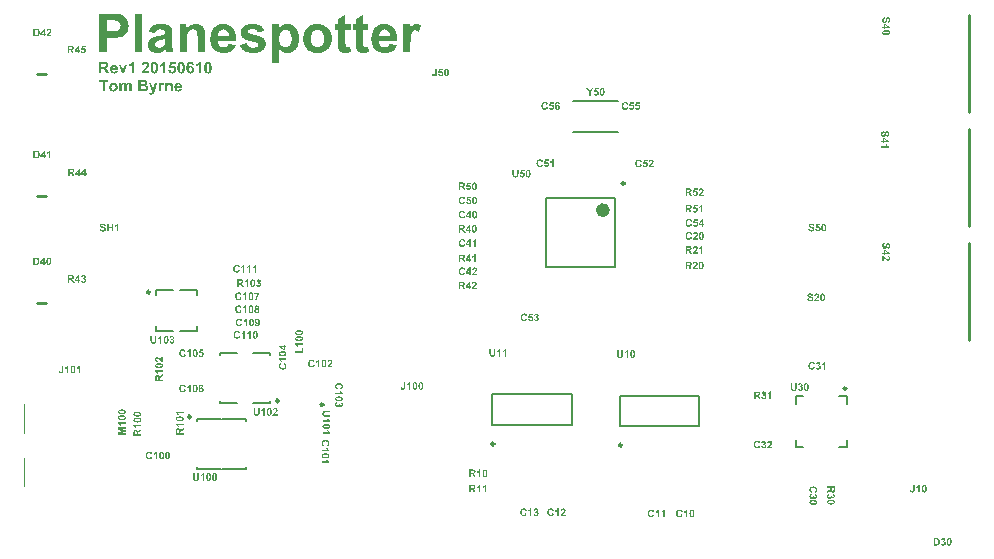
<source format=gto>
%FSLAX25Y25*%
%MOIN*%
G70*
G01*
G75*
G04 Layer_Color=65535*
%ADD10C,0.01000*%
%ADD11C,0.01118*%
%ADD12C,0.01118*%
%ADD13R,0.05315X0.01575*%
%ADD14R,0.02559X0.02953*%
%ADD15R,0.20669X0.07874*%
%ADD16R,0.18701X0.02992*%
%ADD17R,0.02756X0.02756*%
%ADD18R,0.02953X0.02559*%
%ADD19R,0.03150X0.03937*%
%ADD20R,0.03543X0.04724*%
%ADD21R,0.07480X0.07480*%
%ADD22R,0.07480X0.06299*%
%ADD23R,0.06299X0.08268*%
%ADD24R,0.05906X0.03347*%
%ADD25R,0.03937X0.07087*%
%ADD26R,0.05709X0.03937*%
%ADD27R,0.02362X0.03150*%
%ADD28R,0.03543X0.09449*%
%ADD29R,0.12992X0.09449*%
%ADD30R,0.02362X0.02362*%
%ADD31R,0.02362X0.02362*%
%ADD32R,0.02362X0.02953*%
%ADD33R,0.01378X0.03347*%
%ADD34O,0.02362X0.07087*%
%ADD35O,0.05512X0.02362*%
%ADD36O,0.07087X0.02362*%
%ADD37O,0.10236X0.02362*%
%ADD38O,0.03347X0.00984*%
%ADD39R,0.06496X0.09370*%
%ADD40R,0.08189X0.08189*%
%ADD41O,0.02559X0.01181*%
%ADD42O,0.01181X0.02559*%
%ADD43R,0.10236X0.03937*%
%ADD44R,0.03937X0.10236*%
%ADD45R,0.03937X0.12992*%
%ADD46R,0.12992X0.03937*%
%ADD47O,0.02165X0.06693*%
%ADD48O,0.06693X0.02165*%
%ADD49C,0.01329*%
%ADD50C,0.02500*%
%ADD51C,0.01500*%
%ADD52C,0.01079*%
%ADD53R,0.36000X0.29000*%
%ADD54R,0.38000X0.29000*%
%ADD55R,0.05906X0.05906*%
%ADD56C,0.05906*%
%ADD57C,0.06000*%
%ADD58C,0.06693*%
%ADD59C,0.02500*%
%ADD60C,0.04000*%
%ADD61C,0.07543*%
G04:AMPARAMS|DCode=62|XSize=95.433mil|YSize=95.433mil|CornerRadius=0mil|HoleSize=0mil|Usage=FLASHONLY|Rotation=0.000|XOffset=0mil|YOffset=0mil|HoleType=Round|Shape=Relief|Width=10mil|Gap=10mil|Entries=4|*
%AMTHD62*
7,0,0,0.09543,0.07543,0.01000,45*
%
%ADD62THD62*%
G04:AMPARAMS|DCode=63|XSize=99.37mil|YSize=99.37mil|CornerRadius=0mil|HoleSize=0mil|Usage=FLASHONLY|Rotation=0.000|XOffset=0mil|YOffset=0mil|HoleType=Round|Shape=Relief|Width=10mil|Gap=10mil|Entries=4|*
%AMTHD63*
7,0,0,0.09937,0.07937,0.01000,45*
%
%ADD63THD63*%
G04:AMPARAMS|DCode=64|XSize=111.181mil|YSize=111.181mil|CornerRadius=0mil|HoleSize=0mil|Usage=FLASHONLY|Rotation=0.000|XOffset=0mil|YOffset=0mil|HoleType=Round|Shape=Relief|Width=10mil|Gap=10mil|Entries=4|*
%AMTHD64*
7,0,0,0.11118,0.09118,0.01000,45*
%
%ADD64THD64*%
%ADD65C,0.07937*%
%ADD66C,0.09118*%
%ADD67C,0.05500*%
%ADD68C,0.00984*%
%ADD69C,0.02362*%
%ADD70C,0.00394*%
%ADD71C,0.00787*%
G36*
X150150Y132452D02*
X150182Y132448D01*
X150217Y132441D01*
X150256Y132434D01*
X150298Y132424D01*
X150343Y132410D01*
X150393Y132392D01*
X150438Y132371D01*
X150487Y132343D01*
X150533Y132315D01*
X150579Y132280D01*
X150621Y132238D01*
X150663Y132192D01*
X150666Y132189D01*
X150673Y132178D01*
X150687Y132161D01*
X150701Y132133D01*
X150719Y132097D01*
X150740Y132055D01*
X150765Y132006D01*
X150789Y131947D01*
X150810Y131880D01*
X150835Y131806D01*
X150856Y131722D01*
X150873Y131627D01*
X150888Y131525D01*
X150901Y131413D01*
X150909Y131294D01*
X150912Y131164D01*
Y131160D01*
Y131157D01*
Y131146D01*
Y131132D01*
Y131097D01*
X150909Y131048D01*
X150905Y130988D01*
X150898Y130922D01*
X150891Y130848D01*
X150881Y130767D01*
X150866Y130683D01*
X150852Y130599D01*
X150831Y130511D01*
X150807Y130427D01*
X150779Y130346D01*
X150744Y130269D01*
X150708Y130195D01*
X150663Y130132D01*
X150659Y130128D01*
X150652Y130121D01*
X150642Y130107D01*
X150624Y130093D01*
X150603Y130072D01*
X150579Y130051D01*
X150547Y130027D01*
X150515Y130006D01*
X150477Y129981D01*
X150431Y129956D01*
X150386Y129935D01*
X150333Y129914D01*
X150280Y129900D01*
X150221Y129886D01*
X150157Y129879D01*
X150091Y129876D01*
X150073D01*
X150056Y129879D01*
X150031D01*
X149999Y129883D01*
X149961Y129890D01*
X149922Y129900D01*
X149880Y129911D01*
X149831Y129925D01*
X149785Y129946D01*
X149736Y129967D01*
X149684Y129995D01*
X149634Y130027D01*
X149589Y130065D01*
X149540Y130107D01*
X149497Y130156D01*
X149494Y130160D01*
X149487Y130171D01*
X149477Y130188D01*
X149462Y130213D01*
X149445Y130244D01*
X149427Y130286D01*
X149406Y130332D01*
X149385Y130388D01*
X149364Y130455D01*
X149343Y130528D01*
X149326Y130613D01*
X149308Y130704D01*
X149294Y130806D01*
X149283Y130915D01*
X149276Y131037D01*
X149273Y131167D01*
Y131171D01*
Y131174D01*
Y131185D01*
Y131199D01*
Y131234D01*
X149276Y131283D01*
X149280Y131343D01*
X149287Y131410D01*
X149294Y131483D01*
X149304Y131564D01*
X149315Y131648D01*
X149333Y131732D01*
X149354Y131820D01*
X149378Y131904D01*
X149406Y131985D01*
X149438Y132062D01*
X149477Y132133D01*
X149519Y132196D01*
X149522Y132199D01*
X149529Y132206D01*
X149540Y132220D01*
X149557Y132238D01*
X149578Y132255D01*
X149603Y132276D01*
X149634Y132301D01*
X149670Y132326D01*
X149708Y132350D01*
X149750Y132375D01*
X149796Y132396D01*
X149848Y132413D01*
X149901Y132431D01*
X149961Y132445D01*
X150024Y132452D01*
X150091Y132456D01*
X150126D01*
X150150Y132452D01*
D02*
G37*
G36*
X150512Y120079D02*
X150028D01*
Y121900D01*
X150024Y121897D01*
X150017Y121890D01*
X149999Y121876D01*
X149982Y121858D01*
X149954Y121841D01*
X149926Y121816D01*
X149891Y121788D01*
X149848Y121760D01*
X149806Y121732D01*
X149757Y121700D01*
X149708Y121672D01*
X149652Y121641D01*
X149533Y121584D01*
X149403Y121535D01*
Y121974D01*
X149406D01*
X149410Y121978D01*
X149420Y121981D01*
X149434Y121985D01*
X149473Y122002D01*
X149522Y122027D01*
X149585Y122058D01*
X149652Y122097D01*
X149729Y122146D01*
X149810Y122206D01*
X149813Y122209D01*
X149820Y122213D01*
X149831Y122223D01*
X149845Y122237D01*
X149887Y122273D01*
X149933Y122322D01*
X149985Y122381D01*
X150035Y122451D01*
X150080Y122529D01*
X150119Y122613D01*
X150512D01*
Y120079D01*
D02*
G37*
G36*
X148732Y130848D02*
X149045D01*
Y130427D01*
X148732D01*
Y129921D01*
X148266D01*
Y130427D01*
X147234D01*
Y130844D01*
X148325Y132452D01*
X148732D01*
Y130848D01*
D02*
G37*
G36*
X146051Y132438D02*
X146089D01*
X146131Y132434D01*
X146177D01*
X146272Y132424D01*
X146370Y132413D01*
X146461Y132396D01*
X146503Y132385D01*
X146539Y132371D01*
X146542D01*
X146546Y132368D01*
X146556Y132364D01*
X146570Y132357D01*
X146602Y132340D01*
X146644Y132315D01*
X146689Y132283D01*
X146739Y132241D01*
X146788Y132189D01*
X146830Y132129D01*
Y132125D01*
X146833Y132122D01*
X146841Y132112D01*
X146847Y132097D01*
X146865Y132062D01*
X146886Y132017D01*
X146907Y131957D01*
X146925Y131890D01*
X146939Y131813D01*
X146942Y131732D01*
Y131729D01*
Y131718D01*
Y131704D01*
X146939Y131687D01*
Y131662D01*
X146935Y131634D01*
X146921Y131568D01*
X146900Y131494D01*
X146872Y131416D01*
X146830Y131339D01*
X146802Y131301D01*
X146774Y131266D01*
X146770Y131262D01*
X146767Y131259D01*
X146756Y131248D01*
X146742Y131237D01*
X146725Y131220D01*
X146704Y131206D01*
X146679Y131185D01*
X146651Y131167D01*
X146616Y131146D01*
X146581Y131129D01*
X146539Y131108D01*
X146496Y131090D01*
X146447Y131072D01*
X146395Y131059D01*
X146338Y131044D01*
X146279Y131034D01*
X146282D01*
X146286Y131030D01*
X146307Y131016D01*
X146335Y130995D01*
X146374Y130971D01*
X146416Y130939D01*
X146461Y130901D01*
X146503Y130862D01*
X146546Y130820D01*
X146549Y130813D01*
X146567Y130799D01*
X146591Y130767D01*
X146623Y130729D01*
X146644Y130701D01*
X146665Y130672D01*
X146689Y130637D01*
X146714Y130602D01*
X146742Y130560D01*
X146774Y130515D01*
X146805Y130465D01*
X146837Y130413D01*
X147146Y129921D01*
X146535D01*
X146170Y130469D01*
X146167Y130472D01*
X146163Y130483D01*
X146152Y130497D01*
X146139Y130515D01*
X146121Y130539D01*
X146103Y130567D01*
X146061Y130627D01*
X146019Y130690D01*
X145974Y130750D01*
X145952Y130778D01*
X145931Y130799D01*
X145914Y130820D01*
X145900Y130837D01*
X145896Y130841D01*
X145889Y130851D01*
X145872Y130862D01*
X145854Y130879D01*
X145833Y130897D01*
X145805Y130915D01*
X145777Y130929D01*
X145749Y130943D01*
X145745D01*
X145735Y130946D01*
X145714Y130953D01*
X145686Y130960D01*
X145651Y130964D01*
X145608Y130971D01*
X145556Y130974D01*
X145391D01*
Y129921D01*
X144882D01*
Y132441D01*
X146019D01*
X146051Y132438D01*
D02*
G37*
G36*
X148732Y121005D02*
X149045D01*
Y120584D01*
X148732D01*
Y120079D01*
X148266D01*
Y120584D01*
X147234D01*
Y121002D01*
X148325Y122609D01*
X148732D01*
Y121005D01*
D02*
G37*
G36*
Y111950D02*
X149045D01*
Y111529D01*
X148732D01*
Y111024D01*
X148266D01*
Y111529D01*
X147234D01*
Y111947D01*
X148325Y113554D01*
X148732D01*
Y111950D01*
D02*
G37*
G36*
X146051Y113540D02*
X146089D01*
X146131Y113537D01*
X146177D01*
X146272Y113526D01*
X146370Y113516D01*
X146461Y113498D01*
X146503Y113488D01*
X146539Y113474D01*
X146542D01*
X146546Y113470D01*
X146556Y113467D01*
X146570Y113460D01*
X146602Y113442D01*
X146644Y113417D01*
X146689Y113386D01*
X146739Y113344D01*
X146788Y113291D01*
X146830Y113231D01*
Y113228D01*
X146833Y113224D01*
X146841Y113214D01*
X146847Y113200D01*
X146865Y113165D01*
X146886Y113119D01*
X146907Y113059D01*
X146925Y112993D01*
X146939Y112916D01*
X146942Y112835D01*
Y112831D01*
Y112821D01*
Y112807D01*
X146939Y112789D01*
Y112765D01*
X146935Y112736D01*
X146921Y112670D01*
X146900Y112596D01*
X146872Y112519D01*
X146830Y112442D01*
X146802Y112403D01*
X146774Y112368D01*
X146770Y112364D01*
X146767Y112361D01*
X146756Y112350D01*
X146742Y112340D01*
X146725Y112322D01*
X146704Y112308D01*
X146679Y112287D01*
X146651Y112270D01*
X146616Y112249D01*
X146581Y112231D01*
X146539Y112210D01*
X146496Y112192D01*
X146447Y112175D01*
X146395Y112161D01*
X146338Y112147D01*
X146279Y112136D01*
X146282D01*
X146286Y112133D01*
X146307Y112119D01*
X146335Y112098D01*
X146374Y112073D01*
X146416Y112041D01*
X146461Y112003D01*
X146503Y111964D01*
X146546Y111922D01*
X146549Y111915D01*
X146567Y111901D01*
X146591Y111870D01*
X146623Y111831D01*
X146644Y111803D01*
X146665Y111775D01*
X146689Y111740D01*
X146714Y111705D01*
X146742Y111662D01*
X146774Y111617D01*
X146805Y111568D01*
X146837Y111515D01*
X147146Y111024D01*
X146535D01*
X146170Y111571D01*
X146167Y111575D01*
X146163Y111585D01*
X146152Y111599D01*
X146139Y111617D01*
X146121Y111641D01*
X146103Y111670D01*
X146061Y111729D01*
X146019Y111792D01*
X145974Y111852D01*
X145952Y111880D01*
X145931Y111901D01*
X145914Y111922D01*
X145900Y111940D01*
X145896Y111943D01*
X145889Y111954D01*
X145872Y111964D01*
X145854Y111982D01*
X145833Y111999D01*
X145805Y112017D01*
X145777Y112031D01*
X145749Y112045D01*
X145745D01*
X145735Y112049D01*
X145714Y112056D01*
X145686Y112063D01*
X145651Y112066D01*
X145608Y112073D01*
X145556Y112077D01*
X145391D01*
Y111024D01*
X144882D01*
Y113544D01*
X146019D01*
X146051Y113540D01*
D02*
G37*
G36*
Y122595D02*
X146089D01*
X146131Y122592D01*
X146177D01*
X146272Y122581D01*
X146370Y122571D01*
X146461Y122553D01*
X146503Y122543D01*
X146539Y122529D01*
X146542D01*
X146546Y122525D01*
X146556Y122522D01*
X146570Y122515D01*
X146602Y122497D01*
X146644Y122473D01*
X146689Y122441D01*
X146739Y122399D01*
X146788Y122346D01*
X146830Y122286D01*
Y122283D01*
X146833Y122280D01*
X146841Y122269D01*
X146847Y122255D01*
X146865Y122220D01*
X146886Y122174D01*
X146907Y122115D01*
X146925Y122048D01*
X146939Y121971D01*
X146942Y121890D01*
Y121886D01*
Y121876D01*
Y121862D01*
X146939Y121844D01*
Y121820D01*
X146935Y121792D01*
X146921Y121725D01*
X146900Y121651D01*
X146872Y121574D01*
X146830Y121497D01*
X146802Y121458D01*
X146774Y121423D01*
X146770Y121420D01*
X146767Y121416D01*
X146756Y121405D01*
X146742Y121395D01*
X146725Y121377D01*
X146704Y121363D01*
X146679Y121342D01*
X146651Y121325D01*
X146616Y121304D01*
X146581Y121286D01*
X146539Y121265D01*
X146496Y121248D01*
X146447Y121230D01*
X146395Y121216D01*
X146338Y121202D01*
X146279Y121191D01*
X146282D01*
X146286Y121188D01*
X146307Y121174D01*
X146335Y121153D01*
X146374Y121128D01*
X146416Y121097D01*
X146461Y121058D01*
X146503Y121019D01*
X146546Y120977D01*
X146549Y120970D01*
X146567Y120956D01*
X146591Y120925D01*
X146623Y120886D01*
X146644Y120858D01*
X146665Y120830D01*
X146689Y120795D01*
X146714Y120760D01*
X146742Y120718D01*
X146774Y120672D01*
X146805Y120623D01*
X146837Y120570D01*
X147146Y120079D01*
X146535D01*
X146170Y120626D01*
X146167Y120630D01*
X146163Y120640D01*
X146152Y120654D01*
X146139Y120672D01*
X146121Y120696D01*
X146103Y120725D01*
X146061Y120784D01*
X146019Y120847D01*
X145974Y120907D01*
X145952Y120935D01*
X145931Y120956D01*
X145914Y120977D01*
X145900Y120995D01*
X145896Y120998D01*
X145889Y121009D01*
X145872Y121019D01*
X145854Y121037D01*
X145833Y121054D01*
X145805Y121072D01*
X145777Y121086D01*
X145749Y121100D01*
X145745D01*
X145735Y121104D01*
X145714Y121111D01*
X145686Y121118D01*
X145651Y121121D01*
X145608Y121128D01*
X145556Y121132D01*
X145391D01*
Y120079D01*
X144882D01*
Y122599D01*
X146019D01*
X146051Y122595D01*
D02*
G37*
G36*
X150168Y113554D02*
X150199Y113551D01*
X150235Y113547D01*
X150277Y113540D01*
X150319Y113533D01*
X150414Y113509D01*
X150463Y113491D01*
X150512Y113474D01*
X150561Y113449D01*
X150607Y113421D01*
X150652Y113389D01*
X150694Y113354D01*
X150698Y113351D01*
X150705Y113344D01*
X150715Y113333D01*
X150730Y113319D01*
X150744Y113298D01*
X150761Y113274D01*
X150782Y113249D01*
X150803Y113217D01*
X150821Y113182D01*
X150842Y113144D01*
X150877Y113059D01*
X150888Y113010D01*
X150898Y112961D01*
X150905Y112908D01*
X150909Y112852D01*
Y112849D01*
Y112845D01*
Y112824D01*
X150905Y112793D01*
X150901Y112750D01*
X150894Y112698D01*
X150881Y112645D01*
X150866Y112589D01*
X150845Y112529D01*
X150842Y112522D01*
X150835Y112501D01*
X150821Y112473D01*
X150800Y112431D01*
X150772Y112382D01*
X150740Y112329D01*
X150698Y112270D01*
X150652Y112206D01*
X150649Y112203D01*
X150635Y112185D01*
X150614Y112161D01*
X150579Y112126D01*
X150537Y112080D01*
X150480Y112024D01*
X150414Y111957D01*
X150333Y111884D01*
X150329Y111880D01*
X150322Y111873D01*
X150312Y111863D01*
X150298Y111848D01*
X150259Y111813D01*
X150210Y111771D01*
X150161Y111722D01*
X150115Y111677D01*
X150073Y111634D01*
X150056Y111617D01*
X150042Y111603D01*
X150038Y111599D01*
X150031Y111592D01*
X150021Y111578D01*
X150006Y111561D01*
X149975Y111519D01*
X149943Y111473D01*
X150909D01*
Y111024D01*
X149213D01*
Y111027D01*
Y111034D01*
X149217Y111048D01*
X149220Y111066D01*
X149224Y111090D01*
X149227Y111115D01*
X149241Y111178D01*
X149262Y111252D01*
X149290Y111332D01*
X149329Y111417D01*
X149375Y111504D01*
X149378Y111508D01*
X149382Y111515D01*
X149389Y111529D01*
X149403Y111547D01*
X149420Y111568D01*
X149441Y111596D01*
X149466Y111631D01*
X149497Y111666D01*
X149529Y111708D01*
X149571Y111754D01*
X149613Y111803D01*
X149666Y111855D01*
X149722Y111915D01*
X149782Y111978D01*
X149848Y112041D01*
X149922Y112112D01*
X149926Y112115D01*
X149936Y112126D01*
X149954Y112140D01*
X149975Y112161D01*
X149999Y112185D01*
X150031Y112214D01*
X150094Y112277D01*
X150164Y112343D01*
X150228Y112414D01*
X150259Y112445D01*
X150284Y112473D01*
X150305Y112501D01*
X150322Y112522D01*
Y112526D01*
X150326Y112529D01*
X150340Y112547D01*
X150354Y112579D01*
X150375Y112617D01*
X150393Y112663D01*
X150410Y112712D01*
X150421Y112765D01*
X150424Y112821D01*
Y112824D01*
Y112828D01*
Y112849D01*
X150421Y112877D01*
X150414Y112912D01*
X150403Y112954D01*
X150386Y112993D01*
X150364Y113035D01*
X150336Y113070D01*
X150333Y113074D01*
X150319Y113084D01*
X150301Y113098D01*
X150273Y113116D01*
X150238Y113130D01*
X150196Y113144D01*
X150150Y113154D01*
X150094Y113158D01*
X150070D01*
X150042Y113154D01*
X150006Y113147D01*
X149968Y113137D01*
X149929Y113119D01*
X149887Y113098D01*
X149852Y113066D01*
X149848Y113063D01*
X149838Y113049D01*
X149824Y113028D01*
X149806Y112996D01*
X149789Y112954D01*
X149771Y112901D01*
X149757Y112838D01*
X149750Y112765D01*
X149269Y112810D01*
Y112814D01*
X149273Y112828D01*
X149276Y112849D01*
X149280Y112877D01*
X149287Y112908D01*
X149294Y112947D01*
X149304Y112989D01*
X149319Y113031D01*
X149354Y113126D01*
X149399Y113221D01*
X149427Y113267D01*
X149459Y113309D01*
X149497Y113347D01*
X149536Y113382D01*
X149540Y113386D01*
X149547Y113389D01*
X149561Y113400D01*
X149578Y113410D01*
X149599Y113425D01*
X149627Y113438D01*
X149659Y113452D01*
X149694Y113470D01*
X149733Y113488D01*
X149775Y113502D01*
X149820Y113516D01*
X149873Y113530D01*
X149982Y113551D01*
X150042Y113554D01*
X150105Y113558D01*
X150140D01*
X150168Y113554D01*
D02*
G37*
G36*
X244476Y76926D02*
X244514D01*
X244557Y76923D01*
X244602D01*
X244697Y76912D01*
X244795Y76902D01*
X244887Y76884D01*
X244929Y76873D01*
X244964Y76859D01*
X244967D01*
X244971Y76856D01*
X244981Y76852D01*
X244995Y76845D01*
X245027Y76828D01*
X245069Y76803D01*
X245115Y76772D01*
X245164Y76730D01*
X245213Y76677D01*
X245255Y76617D01*
Y76614D01*
X245259Y76610D01*
X245266Y76600D01*
X245273Y76586D01*
X245290Y76551D01*
X245311Y76505D01*
X245332Y76445D01*
X245350Y76379D01*
X245364Y76301D01*
X245368Y76221D01*
Y76217D01*
Y76207D01*
Y76192D01*
X245364Y76175D01*
Y76150D01*
X245360Y76122D01*
X245346Y76056D01*
X245325Y75982D01*
X245297Y75905D01*
X245255Y75827D01*
X245227Y75789D01*
X245199Y75754D01*
X245196Y75750D01*
X245192Y75747D01*
X245181Y75736D01*
X245167Y75726D01*
X245150Y75708D01*
X245129Y75694D01*
X245104Y75673D01*
X245076Y75656D01*
X245041Y75634D01*
X245006Y75617D01*
X244964Y75596D01*
X244922Y75578D01*
X244873Y75561D01*
X244820Y75547D01*
X244764Y75533D01*
X244704Y75522D01*
X244708D01*
X244711Y75519D01*
X244732Y75505D01*
X244760Y75484D01*
X244799Y75459D01*
X244841Y75427D01*
X244887Y75389D01*
X244929Y75350D01*
X244971Y75308D01*
X244974Y75301D01*
X244992Y75287D01*
X245017Y75255D01*
X245048Y75217D01*
X245069Y75189D01*
X245090Y75161D01*
X245115Y75125D01*
X245139Y75090D01*
X245167Y75048D01*
X245199Y75003D01*
X245231Y74954D01*
X245262Y74901D01*
X245571Y74410D01*
X244960D01*
X244595Y74957D01*
X244592Y74961D01*
X244588Y74971D01*
X244578Y74985D01*
X244564Y75003D01*
X244546Y75027D01*
X244529Y75055D01*
X244486Y75115D01*
X244444Y75178D01*
X244399Y75238D01*
X244378Y75266D01*
X244357Y75287D01*
X244339Y75308D01*
X244325Y75326D01*
X244321Y75329D01*
X244315Y75340D01*
X244297Y75350D01*
X244279Y75368D01*
X244258Y75385D01*
X244230Y75403D01*
X244202Y75417D01*
X244174Y75431D01*
X244171D01*
X244160Y75434D01*
X244139Y75441D01*
X244111Y75448D01*
X244076Y75452D01*
X244034Y75459D01*
X243981Y75463D01*
X243816D01*
Y74410D01*
X243307D01*
Y76930D01*
X244444D01*
X244476Y76926D01*
D02*
G37*
G36*
X223800Y125365D02*
X223832Y125362D01*
X223867Y125358D01*
X223909Y125351D01*
X223951Y125344D01*
X224046Y125320D01*
X224095Y125302D01*
X224144Y125285D01*
X224193Y125260D01*
X224239Y125232D01*
X224284Y125200D01*
X224326Y125165D01*
X224330Y125162D01*
X224337Y125155D01*
X224347Y125144D01*
X224361Y125130D01*
X224376Y125109D01*
X224393Y125085D01*
X224414Y125060D01*
X224435Y125028D01*
X224453Y124993D01*
X224474Y124955D01*
X224509Y124871D01*
X224519Y124821D01*
X224530Y124772D01*
X224537Y124720D01*
X224540Y124663D01*
Y124660D01*
Y124656D01*
Y124635D01*
X224537Y124604D01*
X224534Y124562D01*
X224527Y124509D01*
X224512Y124456D01*
X224498Y124400D01*
X224477Y124340D01*
X224474Y124333D01*
X224467Y124312D01*
X224453Y124284D01*
X224432Y124242D01*
X224404Y124193D01*
X224372Y124140D01*
X224330Y124081D01*
X224284Y124018D01*
X224281Y124014D01*
X224267Y123996D01*
X224246Y123972D01*
X224211Y123937D01*
X224168Y123891D01*
X224112Y123835D01*
X224046Y123768D01*
X223965Y123695D01*
X223961Y123691D01*
X223954Y123684D01*
X223944Y123673D01*
X223930Y123660D01*
X223891Y123624D01*
X223842Y123582D01*
X223793Y123533D01*
X223747Y123487D01*
X223705Y123445D01*
X223688Y123428D01*
X223674Y123414D01*
X223670Y123410D01*
X223663Y123403D01*
X223653Y123389D01*
X223639Y123372D01*
X223607Y123330D01*
X223575Y123284D01*
X224540D01*
Y122835D01*
X222845D01*
Y122838D01*
Y122845D01*
X222849Y122859D01*
X222852Y122877D01*
X222856Y122901D01*
X222859Y122926D01*
X222873Y122989D01*
X222894Y123063D01*
X222922Y123143D01*
X222961Y123228D01*
X223007Y123316D01*
X223010Y123319D01*
X223014Y123326D01*
X223021Y123340D01*
X223035Y123358D01*
X223052Y123379D01*
X223073Y123407D01*
X223098Y123442D01*
X223130Y123477D01*
X223161Y123519D01*
X223203Y123565D01*
X223245Y123614D01*
X223298Y123667D01*
X223354Y123726D01*
X223414Y123789D01*
X223481Y123853D01*
X223554Y123923D01*
X223558Y123926D01*
X223568Y123937D01*
X223586Y123951D01*
X223607Y123972D01*
X223631Y123996D01*
X223663Y124024D01*
X223726Y124088D01*
X223796Y124154D01*
X223860Y124225D01*
X223891Y124256D01*
X223916Y124284D01*
X223937Y124312D01*
X223954Y124333D01*
Y124337D01*
X223958Y124340D01*
X223972Y124358D01*
X223986Y124390D01*
X224007Y124428D01*
X224025Y124474D01*
X224042Y124523D01*
X224053Y124576D01*
X224056Y124632D01*
Y124635D01*
Y124639D01*
Y124660D01*
X224053Y124688D01*
X224046Y124723D01*
X224035Y124765D01*
X224018Y124804D01*
X223996Y124846D01*
X223968Y124881D01*
X223965Y124884D01*
X223951Y124895D01*
X223933Y124909D01*
X223905Y124927D01*
X223870Y124941D01*
X223828Y124955D01*
X223782Y124965D01*
X223726Y124969D01*
X223702D01*
X223674Y124965D01*
X223639Y124958D01*
X223600Y124948D01*
X223561Y124930D01*
X223519Y124909D01*
X223484Y124878D01*
X223481Y124874D01*
X223470Y124860D01*
X223456Y124839D01*
X223438Y124807D01*
X223421Y124765D01*
X223403Y124713D01*
X223389Y124649D01*
X223382Y124576D01*
X222901Y124621D01*
Y124625D01*
X222905Y124639D01*
X222908Y124660D01*
X222912Y124688D01*
X222919Y124720D01*
X222926Y124758D01*
X222937Y124800D01*
X222951Y124842D01*
X222986Y124937D01*
X223031Y125032D01*
X223059Y125077D01*
X223091Y125120D01*
X223130Y125158D01*
X223168Y125193D01*
X223172Y125197D01*
X223179Y125200D01*
X223193Y125211D01*
X223210Y125222D01*
X223231Y125235D01*
X223259Y125250D01*
X223291Y125264D01*
X223326Y125281D01*
X223365Y125299D01*
X223407Y125313D01*
X223452Y125327D01*
X223505Y125341D01*
X223614Y125362D01*
X223674Y125365D01*
X223737Y125369D01*
X223772D01*
X223800Y125365D01*
D02*
G37*
G36*
X221641Y125351D02*
X221680D01*
X221722Y125348D01*
X221768D01*
X221862Y125337D01*
X221961Y125327D01*
X222052Y125309D01*
X222094Y125299D01*
X222129Y125285D01*
X222133D01*
X222136Y125281D01*
X222147Y125278D01*
X222161Y125271D01*
X222192Y125253D01*
X222235Y125229D01*
X222280Y125197D01*
X222329Y125155D01*
X222378Y125102D01*
X222421Y125042D01*
Y125039D01*
X222424Y125035D01*
X222431Y125025D01*
X222438Y125011D01*
X222456Y124976D01*
X222477Y124930D01*
X222498Y124871D01*
X222515Y124804D01*
X222529Y124726D01*
X222533Y124646D01*
Y124642D01*
Y124632D01*
Y124618D01*
X222529Y124600D01*
Y124576D01*
X222526Y124548D01*
X222512Y124481D01*
X222491Y124407D01*
X222463Y124330D01*
X222421Y124253D01*
X222392Y124214D01*
X222364Y124179D01*
X222361Y124176D01*
X222357Y124172D01*
X222347Y124161D01*
X222333Y124151D01*
X222315Y124133D01*
X222294Y124119D01*
X222270Y124098D01*
X222241Y124081D01*
X222206Y124060D01*
X222171Y124042D01*
X222129Y124021D01*
X222087Y124004D01*
X222038Y123986D01*
X221985Y123972D01*
X221929Y123958D01*
X221869Y123947D01*
X221873D01*
X221876Y123944D01*
X221898Y123930D01*
X221926Y123909D01*
X221964Y123884D01*
X222006Y123853D01*
X222052Y123814D01*
X222094Y123775D01*
X222136Y123733D01*
X222140Y123726D01*
X222157Y123712D01*
X222182Y123681D01*
X222213Y123642D01*
X222235Y123614D01*
X222255Y123586D01*
X222280Y123551D01*
X222305Y123516D01*
X222333Y123474D01*
X222364Y123428D01*
X222396Y123379D01*
X222428Y123326D01*
X222736Y122835D01*
X222126D01*
X221761Y123382D01*
X221757Y123386D01*
X221754Y123396D01*
X221743Y123410D01*
X221729Y123428D01*
X221711Y123452D01*
X221694Y123480D01*
X221652Y123540D01*
X221610Y123603D01*
X221564Y123663D01*
X221543Y123691D01*
X221522Y123712D01*
X221504Y123733D01*
X221490Y123751D01*
X221487Y123754D01*
X221480Y123765D01*
X221462Y123775D01*
X221445Y123793D01*
X221424Y123810D01*
X221396Y123828D01*
X221368Y123842D01*
X221339Y123856D01*
X221336D01*
X221325Y123860D01*
X221304Y123867D01*
X221276Y123874D01*
X221241Y123877D01*
X221199Y123884D01*
X221146Y123888D01*
X220981D01*
Y122835D01*
X220472D01*
Y125355D01*
X221610D01*
X221641Y125351D01*
D02*
G37*
G36*
X225741Y120247D02*
X225773Y120244D01*
X225808Y120237D01*
X225846Y120230D01*
X225888Y120219D01*
X225934Y120205D01*
X225983Y120188D01*
X226029Y120167D01*
X226078Y120138D01*
X226123Y120110D01*
X226169Y120075D01*
X226211Y120033D01*
X226253Y119987D01*
X226257Y119984D01*
X226264Y119974D01*
X226278Y119956D01*
X226292Y119928D01*
X226310Y119893D01*
X226331Y119851D01*
X226355Y119801D01*
X226380Y119742D01*
X226401Y119675D01*
X226425Y119601D01*
X226447Y119517D01*
X226464Y119422D01*
X226478Y119321D01*
X226492Y119208D01*
X226499Y119089D01*
X226503Y118959D01*
Y118956D01*
Y118952D01*
Y118941D01*
Y118928D01*
Y118892D01*
X226499Y118843D01*
X226496Y118784D01*
X226489Y118717D01*
X226482Y118643D01*
X226471Y118562D01*
X226457Y118478D01*
X226443Y118394D01*
X226422Y118306D01*
X226397Y118222D01*
X226369Y118141D01*
X226334Y118064D01*
X226299Y117990D01*
X226253Y117927D01*
X226250Y117924D01*
X226243Y117917D01*
X226232Y117903D01*
X226215Y117888D01*
X226194Y117868D01*
X226169Y117846D01*
X226138Y117822D01*
X226106Y117801D01*
X226067Y117776D01*
X226022Y117752D01*
X225976Y117731D01*
X225923Y117710D01*
X225871Y117695D01*
X225811Y117681D01*
X225748Y117674D01*
X225681Y117671D01*
X225664D01*
X225646Y117674D01*
X225622D01*
X225590Y117678D01*
X225551Y117685D01*
X225513Y117695D01*
X225471Y117706D01*
X225422Y117720D01*
X225376Y117741D01*
X225327Y117762D01*
X225274Y117790D01*
X225225Y117822D01*
X225179Y117860D01*
X225130Y117903D01*
X225088Y117952D01*
X225085Y117955D01*
X225078Y117966D01*
X225067Y117983D01*
X225053Y118008D01*
X225035Y118040D01*
X225018Y118082D01*
X224997Y118127D01*
X224976Y118183D01*
X224955Y118250D01*
X224934Y118324D01*
X224916Y118408D01*
X224899Y118499D01*
X224885Y118601D01*
X224874Y118710D01*
X224867Y118833D01*
X224864Y118963D01*
Y118966D01*
Y118970D01*
Y118980D01*
Y118994D01*
Y119029D01*
X224867Y119078D01*
X224870Y119138D01*
X224878Y119205D01*
X224885Y119279D01*
X224895Y119359D01*
X224906Y119444D01*
X224923Y119528D01*
X224944Y119615D01*
X224969Y119700D01*
X224997Y119780D01*
X225028Y119858D01*
X225067Y119928D01*
X225109Y119991D01*
X225113Y119994D01*
X225120Y120001D01*
X225130Y120016D01*
X225148Y120033D01*
X225169Y120051D01*
X225193Y120072D01*
X225225Y120096D01*
X225260Y120121D01*
X225299Y120145D01*
X225341Y120170D01*
X225386Y120191D01*
X225439Y120209D01*
X225492Y120226D01*
X225551Y120240D01*
X225615Y120247D01*
X225681Y120251D01*
X225716D01*
X225741Y120247D01*
D02*
G37*
G36*
X226102Y122835D02*
X225618D01*
Y124656D01*
X225615Y124653D01*
X225608Y124646D01*
X225590Y124632D01*
X225572Y124614D01*
X225544Y124597D01*
X225516Y124572D01*
X225481Y124544D01*
X225439Y124516D01*
X225397Y124488D01*
X225348Y124456D01*
X225299Y124428D01*
X225242Y124397D01*
X225123Y124340D01*
X224993Y124291D01*
Y124730D01*
X224997D01*
X225000Y124734D01*
X225011Y124737D01*
X225025Y124741D01*
X225063Y124758D01*
X225113Y124783D01*
X225176Y124814D01*
X225242Y124853D01*
X225320Y124902D01*
X225400Y124962D01*
X225404Y124965D01*
X225411Y124969D01*
X225422Y124979D01*
X225436Y124993D01*
X225478Y125028D01*
X225523Y125077D01*
X225576Y125137D01*
X225625Y125207D01*
X225671Y125285D01*
X225709Y125369D01*
X226102D01*
Y122835D01*
D02*
G37*
G36*
X270237Y44205D02*
Y44201D01*
Y44188D01*
Y44166D01*
Y44138D01*
X270233Y44107D01*
Y44068D01*
X270230Y44026D01*
Y43980D01*
X270219Y43886D01*
X270209Y43787D01*
X270191Y43696D01*
X270181Y43654D01*
X270166Y43619D01*
Y43615D01*
X270163Y43612D01*
X270160Y43601D01*
X270152Y43587D01*
X270135Y43556D01*
X270110Y43514D01*
X270079Y43468D01*
X270037Y43419D01*
X269984Y43370D01*
X269924Y43328D01*
X269921D01*
X269917Y43324D01*
X269907Y43317D01*
X269893Y43310D01*
X269858Y43292D01*
X269812Y43271D01*
X269752Y43250D01*
X269686Y43233D01*
X269608Y43219D01*
X269528Y43215D01*
X269500D01*
X269482Y43219D01*
X269458D01*
X269429Y43222D01*
X269363Y43236D01*
X269289Y43257D01*
X269212Y43285D01*
X269135Y43328D01*
X269096Y43356D01*
X269061Y43384D01*
X269057Y43387D01*
X269054Y43391D01*
X269043Y43401D01*
X269033Y43415D01*
X269015Y43433D01*
X269001Y43454D01*
X268980Y43479D01*
X268963Y43507D01*
X268941Y43542D01*
X268924Y43577D01*
X268903Y43619D01*
X268885Y43661D01*
X268868Y43710D01*
X268854Y43763D01*
X268840Y43819D01*
X268829Y43879D01*
Y43875D01*
X268826Y43872D01*
X268812Y43850D01*
X268791Y43822D01*
X268766Y43784D01*
X268734Y43742D01*
X268696Y43696D01*
X268657Y43654D01*
X268615Y43612D01*
X268608Y43608D01*
X268594Y43591D01*
X268562Y43566D01*
X268524Y43535D01*
X268496Y43514D01*
X268468Y43492D01*
X268433Y43468D01*
X268397Y43443D01*
X268355Y43415D01*
X268310Y43384D01*
X268261Y43352D01*
X268208Y43321D01*
X267717Y43012D01*
Y43622D01*
X268264Y43987D01*
X268268Y43991D01*
X268278Y43994D01*
X268292Y44005D01*
X268310Y44019D01*
X268334Y44037D01*
X268362Y44054D01*
X268422Y44096D01*
X268485Y44138D01*
X268545Y44184D01*
X268573Y44205D01*
X268594Y44226D01*
X268615Y44244D01*
X268633Y44258D01*
X268636Y44261D01*
X268647Y44268D01*
X268657Y44286D01*
X268675Y44303D01*
X268692Y44324D01*
X268710Y44352D01*
X268724Y44381D01*
X268738Y44409D01*
Y44412D01*
X268741Y44423D01*
X268748Y44444D01*
X268756Y44472D01*
X268759Y44507D01*
X268766Y44549D01*
X268770Y44602D01*
Y44665D01*
Y44767D01*
X267717D01*
Y45276D01*
X270237D01*
Y44205D01*
D02*
G37*
G36*
X246596Y76940D02*
X246628Y76937D01*
X246663Y76933D01*
X246701Y76926D01*
X246743Y76916D01*
X246835Y76888D01*
X246880Y76870D01*
X246929Y76849D01*
X246975Y76821D01*
X247024Y76789D01*
X247066Y76754D01*
X247108Y76715D01*
X247112Y76712D01*
X247115Y76709D01*
X247126Y76698D01*
X247136Y76684D01*
X247150Y76666D01*
X247165Y76645D01*
X247200Y76593D01*
X247231Y76530D01*
X247259Y76459D01*
X247280Y76379D01*
X247284Y76336D01*
X247287Y76294D01*
Y76291D01*
Y76280D01*
X247284Y76263D01*
X247280Y76238D01*
X247277Y76210D01*
X247270Y76178D01*
X247256Y76143D01*
X247242Y76105D01*
X247224Y76063D01*
X247200Y76017D01*
X247168Y75975D01*
X247133Y75929D01*
X247091Y75887D01*
X247042Y75845D01*
X246986Y75803D01*
X246922Y75764D01*
X246926D01*
X246933Y75761D01*
X246943D01*
X246957Y75754D01*
X247000Y75740D01*
X247049Y75722D01*
X247101Y75694D01*
X247161Y75656D01*
X247217Y75610D01*
X247270Y75554D01*
Y75550D01*
X247277Y75547D01*
X247291Y75526D01*
X247312Y75490D01*
X247337Y75445D01*
X247358Y75389D01*
X247379Y75322D01*
X247393Y75245D01*
X247400Y75164D01*
Y75161D01*
Y75150D01*
Y75133D01*
X247396Y75108D01*
X247393Y75080D01*
X247386Y75045D01*
X247379Y75010D01*
X247368Y74967D01*
X247358Y74925D01*
X247340Y74880D01*
X247319Y74831D01*
X247298Y74785D01*
X247266Y74736D01*
X247235Y74687D01*
X247196Y74641D01*
X247154Y74595D01*
X247150Y74592D01*
X247144Y74585D01*
X247130Y74574D01*
X247112Y74560D01*
X247087Y74543D01*
X247059Y74522D01*
X247024Y74501D01*
X246989Y74480D01*
X246947Y74459D01*
X246901Y74437D01*
X246852Y74417D01*
X246799Y74399D01*
X246743Y74385D01*
X246684Y74374D01*
X246620Y74367D01*
X246554Y74364D01*
X246522D01*
X246498Y74367D01*
X246466Y74371D01*
X246434Y74374D01*
X246396Y74381D01*
X246354Y74388D01*
X246263Y74413D01*
X246168Y74448D01*
X246122Y74469D01*
X246073Y74497D01*
X246027Y74525D01*
X245985Y74560D01*
X245982Y74564D01*
X245975Y74571D01*
X245964Y74581D01*
X245950Y74595D01*
X245933Y74616D01*
X245912Y74638D01*
X245890Y74666D01*
X245869Y74697D01*
X245845Y74732D01*
X245824Y74771D01*
X245782Y74859D01*
X245746Y74961D01*
X245736Y75017D01*
X245725Y75073D01*
X246192Y75133D01*
Y75129D01*
Y75125D01*
X246196Y75101D01*
X246203Y75069D01*
X246217Y75031D01*
X246231Y74985D01*
X246252Y74940D01*
X246280Y74894D01*
X246312Y74855D01*
X246315Y74852D01*
X246329Y74841D01*
X246350Y74827D01*
X246378Y74810D01*
X246413Y74792D01*
X246452Y74778D01*
X246498Y74768D01*
X246547Y74764D01*
X246554D01*
X246571Y74768D01*
X246600Y74771D01*
X246635Y74778D01*
X246677Y74792D01*
X246719Y74813D01*
X246761Y74838D01*
X246799Y74876D01*
X246803Y74883D01*
X246817Y74897D01*
X246835Y74922D01*
X246852Y74957D01*
X246873Y75003D01*
X246887Y75055D01*
X246901Y75115D01*
X246905Y75185D01*
Y75189D01*
Y75192D01*
Y75203D01*
Y75217D01*
X246901Y75248D01*
X246894Y75291D01*
X246880Y75336D01*
X246863Y75385D01*
X246838Y75434D01*
X246807Y75476D01*
X246803Y75480D01*
X246789Y75494D01*
X246768Y75512D01*
X246740Y75533D01*
X246705Y75550D01*
X246666Y75568D01*
X246617Y75582D01*
X246568Y75585D01*
X246550D01*
X246533Y75582D01*
X246505D01*
X246473Y75575D01*
X246434Y75568D01*
X246392Y75561D01*
X246347Y75547D01*
X246399Y75940D01*
X246431D01*
X246466Y75943D01*
X246512Y75947D01*
X246557Y75957D01*
X246610Y75971D01*
X246656Y75993D01*
X246698Y76020D01*
X246701Y76024D01*
X246715Y76038D01*
X246733Y76059D01*
X246750Y76084D01*
X246772Y76119D01*
X246785Y76161D01*
X246799Y76210D01*
X246803Y76263D01*
Y76270D01*
Y76284D01*
X246799Y76308D01*
X246793Y76336D01*
X246785Y76368D01*
X246772Y76403D01*
X246750Y76435D01*
X246726Y76466D01*
X246722Y76470D01*
X246712Y76477D01*
X246694Y76491D01*
X246673Y76505D01*
X246642Y76519D01*
X246606Y76533D01*
X246568Y76540D01*
X246522Y76543D01*
X246501D01*
X246480Y76540D01*
X246448Y76533D01*
X246417Y76522D01*
X246382Y76505D01*
X246347Y76484D01*
X246312Y76456D01*
X246308Y76452D01*
X246298Y76442D01*
X246284Y76421D01*
X246266Y76393D01*
X246249Y76358D01*
X246231Y76315D01*
X246217Y76266D01*
X246206Y76207D01*
X245761Y76280D01*
Y76284D01*
X245764Y76291D01*
Y76301D01*
X245768Y76319D01*
X245782Y76361D01*
X245796Y76410D01*
X245813Y76470D01*
X245838Y76530D01*
X245866Y76589D01*
X245898Y76645D01*
X245901Y76652D01*
X245915Y76670D01*
X245936Y76695D01*
X245968Y76726D01*
X246003Y76761D01*
X246048Y76796D01*
X246101Y76831D01*
X246161Y76863D01*
X246164D01*
X246168Y76866D01*
X246178Y76870D01*
X246189Y76877D01*
X246224Y76888D01*
X246269Y76905D01*
X246326Y76919D01*
X246389Y76930D01*
X246459Y76940D01*
X246536Y76944D01*
X246571D01*
X246596Y76940D01*
D02*
G37*
G36*
X248937Y74410D02*
X248453D01*
Y76231D01*
X248449Y76228D01*
X248442Y76221D01*
X248425Y76207D01*
X248407Y76189D01*
X248379Y76171D01*
X248351Y76147D01*
X248316Y76119D01*
X248274Y76091D01*
X248232Y76063D01*
X248183Y76031D01*
X248133Y76003D01*
X248077Y75971D01*
X247958Y75915D01*
X247828Y75866D01*
Y76305D01*
X247832D01*
X247835Y76308D01*
X247846Y76312D01*
X247860Y76315D01*
X247898Y76333D01*
X247947Y76358D01*
X248010Y76389D01*
X248077Y76428D01*
X248154Y76477D01*
X248235Y76537D01*
X248239Y76540D01*
X248246Y76543D01*
X248256Y76554D01*
X248270Y76568D01*
X248312Y76603D01*
X248358Y76652D01*
X248411Y76712D01*
X248460Y76782D01*
X248505Y76859D01*
X248544Y76944D01*
X248937D01*
Y74410D01*
D02*
G37*
G36*
X268440Y42390D02*
X268433D01*
X268408Y42387D01*
X268376Y42380D01*
X268338Y42366D01*
X268292Y42352D01*
X268247Y42331D01*
X268201Y42303D01*
X268162Y42271D01*
X268159Y42268D01*
X268148Y42254D01*
X268134Y42232D01*
X268117Y42204D01*
X268099Y42169D01*
X268085Y42131D01*
X268075Y42085D01*
X268071Y42036D01*
Y42032D01*
Y42029D01*
X268075Y42011D01*
X268078Y41983D01*
X268085Y41948D01*
X268099Y41906D01*
X268120Y41864D01*
X268145Y41822D01*
X268183Y41783D01*
X268190Y41780D01*
X268204Y41766D01*
X268229Y41748D01*
X268264Y41730D01*
X268310Y41709D01*
X268362Y41695D01*
X268422Y41681D01*
X268492Y41678D01*
X268524D01*
X268555Y41681D01*
X268598Y41688D01*
X268643Y41702D01*
X268692Y41720D01*
X268741Y41745D01*
X268784Y41776D01*
X268787Y41780D01*
X268801Y41794D01*
X268819Y41815D01*
X268840Y41843D01*
X268857Y41878D01*
X268875Y41916D01*
X268889Y41966D01*
X268892Y42015D01*
Y42018D01*
Y42032D01*
X268889Y42050D01*
Y42078D01*
X268882Y42110D01*
X268875Y42148D01*
X268868Y42190D01*
X268854Y42236D01*
X269247Y42183D01*
Y42180D01*
Y42176D01*
Y42166D01*
Y42152D01*
X269250Y42117D01*
X269254Y42071D01*
X269264Y42025D01*
X269279Y41973D01*
X269300Y41927D01*
X269328Y41885D01*
X269331Y41881D01*
X269345Y41867D01*
X269366Y41850D01*
X269391Y41832D01*
X269426Y41811D01*
X269468Y41797D01*
X269517Y41783D01*
X269570Y41780D01*
X269591D01*
X269616Y41783D01*
X269643Y41790D01*
X269675Y41797D01*
X269710Y41811D01*
X269742Y41832D01*
X269773Y41857D01*
X269777Y41860D01*
X269784Y41871D01*
X269798Y41888D01*
X269812Y41910D01*
X269826Y41941D01*
X269840Y41976D01*
X269847Y42015D01*
X269851Y42060D01*
Y42068D01*
Y42081D01*
X269847Y42103D01*
X269840Y42134D01*
X269830Y42166D01*
X269812Y42201D01*
X269791Y42236D01*
X269763Y42271D01*
X269759Y42274D01*
X269749Y42285D01*
X269728Y42299D01*
X269700Y42317D01*
X269665Y42334D01*
X269622Y42352D01*
X269573Y42366D01*
X269514Y42376D01*
X269587Y42822D01*
X269591D01*
X269598Y42819D01*
X269608D01*
X269626Y42815D01*
X269668Y42801D01*
X269717Y42787D01*
X269777Y42770D01*
X269837Y42745D01*
X269896Y42717D01*
X269952Y42685D01*
X269959Y42682D01*
X269977Y42668D01*
X270002Y42647D01*
X270033Y42615D01*
X270068Y42580D01*
X270103Y42534D01*
X270138Y42482D01*
X270170Y42422D01*
Y42419D01*
X270174Y42415D01*
X270177Y42404D01*
X270184Y42394D01*
X270195Y42359D01*
X270212Y42313D01*
X270226Y42257D01*
X270237Y42194D01*
X270247Y42124D01*
X270251Y42046D01*
Y42043D01*
Y42029D01*
Y42011D01*
X270247Y41987D01*
X270244Y41955D01*
X270240Y41920D01*
X270233Y41881D01*
X270223Y41839D01*
X270195Y41748D01*
X270177Y41702D01*
X270156Y41653D01*
X270128Y41608D01*
X270096Y41559D01*
X270061Y41516D01*
X270023Y41474D01*
X270019Y41471D01*
X270016Y41467D01*
X270005Y41457D01*
X269991Y41446D01*
X269973Y41432D01*
X269952Y41418D01*
X269900Y41383D01*
X269837Y41351D01*
X269766Y41323D01*
X269686Y41302D01*
X269643Y41299D01*
X269601Y41295D01*
X269587D01*
X269570Y41299D01*
X269545Y41302D01*
X269517Y41306D01*
X269486Y41313D01*
X269450Y41327D01*
X269412Y41341D01*
X269370Y41358D01*
X269324Y41383D01*
X269282Y41415D01*
X269236Y41450D01*
X269194Y41492D01*
X269152Y41541D01*
X269110Y41597D01*
X269071Y41660D01*
Y41657D01*
X269068Y41650D01*
Y41639D01*
X269061Y41625D01*
X269047Y41583D01*
X269029Y41534D01*
X269001Y41481D01*
X268963Y41422D01*
X268917Y41365D01*
X268861Y41313D01*
X268857D01*
X268854Y41306D01*
X268833Y41292D01*
X268798Y41271D01*
X268752Y41246D01*
X268696Y41225D01*
X268629Y41204D01*
X268552Y41190D01*
X268471Y41183D01*
X268440D01*
X268415Y41186D01*
X268387Y41190D01*
X268352Y41197D01*
X268317Y41204D01*
X268275Y41214D01*
X268232Y41225D01*
X268187Y41243D01*
X268138Y41264D01*
X268092Y41285D01*
X268043Y41316D01*
X267994Y41348D01*
X267948Y41387D01*
X267903Y41429D01*
X267899Y41432D01*
X267892Y41439D01*
X267881Y41453D01*
X267867Y41471D01*
X267850Y41495D01*
X267829Y41523D01*
X267808Y41559D01*
X267787Y41594D01*
X267766Y41636D01*
X267745Y41681D01*
X267724Y41730D01*
X267706Y41783D01*
X267692Y41839D01*
X267681Y41899D01*
X267674Y41962D01*
X267671Y42029D01*
Y42032D01*
Y42043D01*
Y42060D01*
X267674Y42085D01*
X267678Y42117D01*
X267681Y42148D01*
X267688Y42187D01*
X267695Y42229D01*
X267720Y42320D01*
X267755Y42415D01*
X267776Y42461D01*
X267804Y42510D01*
X267832Y42555D01*
X267867Y42597D01*
X267871Y42601D01*
X267878Y42608D01*
X267888Y42619D01*
X267903Y42633D01*
X267924Y42650D01*
X267945Y42671D01*
X267973Y42692D01*
X268004Y42713D01*
X268039Y42738D01*
X268078Y42759D01*
X268166Y42801D01*
X268268Y42836D01*
X268324Y42847D01*
X268380Y42857D01*
X268440Y42390D01*
D02*
G37*
G36*
X269078Y40881D02*
X269138Y40878D01*
X269205Y40870D01*
X269279Y40863D01*
X269359Y40853D01*
X269443Y40843D01*
X269528Y40825D01*
X269616Y40804D01*
X269700Y40779D01*
X269780Y40751D01*
X269858Y40720D01*
X269928Y40681D01*
X269991Y40639D01*
X269994Y40635D01*
X270002Y40628D01*
X270016Y40618D01*
X270033Y40600D01*
X270051Y40579D01*
X270072Y40555D01*
X270096Y40523D01*
X270121Y40488D01*
X270146Y40449D01*
X270170Y40407D01*
X270191Y40362D01*
X270209Y40309D01*
X270226Y40256D01*
X270240Y40197D01*
X270247Y40133D01*
X270251Y40067D01*
Y40063D01*
Y40049D01*
Y40032D01*
X270247Y40007D01*
X270244Y39976D01*
X270237Y39940D01*
X270230Y39902D01*
X270219Y39860D01*
X270205Y39814D01*
X270188Y39765D01*
X270166Y39719D01*
X270138Y39670D01*
X270110Y39625D01*
X270075Y39579D01*
X270033Y39537D01*
X269988Y39495D01*
X269984Y39491D01*
X269973Y39484D01*
X269956Y39470D01*
X269928Y39456D01*
X269893Y39439D01*
X269851Y39417D01*
X269801Y39393D01*
X269742Y39368D01*
X269675Y39347D01*
X269601Y39323D01*
X269517Y39302D01*
X269422Y39284D01*
X269321Y39270D01*
X269208Y39256D01*
X269089Y39249D01*
X268959Y39245D01*
X268892D01*
X268843Y39249D01*
X268784Y39252D01*
X268717Y39259D01*
X268643Y39266D01*
X268562Y39277D01*
X268478Y39291D01*
X268394Y39305D01*
X268306Y39326D01*
X268222Y39351D01*
X268141Y39379D01*
X268064Y39414D01*
X267990Y39449D01*
X267927Y39495D01*
X267924Y39498D01*
X267917Y39505D01*
X267903Y39516D01*
X267888Y39533D01*
X267867Y39554D01*
X267846Y39579D01*
X267822Y39610D01*
X267801Y39642D01*
X267776Y39681D01*
X267752Y39726D01*
X267731Y39772D01*
X267709Y39825D01*
X267695Y39877D01*
X267681Y39937D01*
X267674Y40000D01*
X267671Y40067D01*
Y40070D01*
Y40084D01*
X267674Y40102D01*
Y40126D01*
X267678Y40158D01*
X267685Y40197D01*
X267695Y40235D01*
X267706Y40277D01*
X267720Y40326D01*
X267741Y40372D01*
X267762Y40421D01*
X267790Y40474D01*
X267822Y40523D01*
X267860Y40569D01*
X267903Y40618D01*
X267952Y40660D01*
X267955Y40663D01*
X267966Y40670D01*
X267983Y40681D01*
X268008Y40695D01*
X268039Y40713D01*
X268082Y40730D01*
X268127Y40751D01*
X268183Y40772D01*
X268250Y40793D01*
X268324Y40814D01*
X268408Y40832D01*
X268499Y40850D01*
X268601Y40863D01*
X268710Y40874D01*
X268833Y40881D01*
X268963Y40885D01*
X269029D01*
X269078Y40881D01*
D02*
G37*
G36*
X19848Y115731D02*
X19879Y115727D01*
X19914Y115724D01*
X19953Y115717D01*
X19995Y115706D01*
X20086Y115678D01*
X20132Y115661D01*
X20181Y115639D01*
X20226Y115611D01*
X20276Y115580D01*
X20318Y115545D01*
X20360Y115506D01*
X20363Y115503D01*
X20367Y115499D01*
X20378Y115489D01*
X20388Y115474D01*
X20402Y115457D01*
X20416Y115436D01*
X20451Y115383D01*
X20483Y115320D01*
X20511Y115250D01*
X20532Y115169D01*
X20535Y115127D01*
X20539Y115085D01*
Y115081D01*
Y115071D01*
X20535Y115053D01*
X20532Y115029D01*
X20528Y115001D01*
X20521Y114969D01*
X20507Y114934D01*
X20493Y114895D01*
X20476Y114853D01*
X20451Y114808D01*
X20420Y114766D01*
X20384Y114720D01*
X20342Y114678D01*
X20293Y114636D01*
X20237Y114594D01*
X20174Y114555D01*
X20177D01*
X20184Y114551D01*
X20195D01*
X20209Y114544D01*
X20251Y114530D01*
X20300Y114513D01*
X20353Y114485D01*
X20413Y114446D01*
X20469Y114400D01*
X20521Y114344D01*
Y114341D01*
X20528Y114337D01*
X20542Y114316D01*
X20563Y114281D01*
X20588Y114235D01*
X20609Y114179D01*
X20630Y114113D01*
X20644Y114035D01*
X20651Y113955D01*
Y113951D01*
Y113941D01*
Y113923D01*
X20648Y113899D01*
X20644Y113870D01*
X20637Y113835D01*
X20630Y113800D01*
X20620Y113758D01*
X20609Y113716D01*
X20592Y113670D01*
X20571Y113621D01*
X20549Y113576D01*
X20518Y113526D01*
X20486Y113477D01*
X20448Y113432D01*
X20405Y113386D01*
X20402Y113382D01*
X20395Y113375D01*
X20381Y113365D01*
X20363Y113351D01*
X20339Y113333D01*
X20311Y113312D01*
X20276Y113291D01*
X20241Y113270D01*
X20198Y113249D01*
X20153Y113228D01*
X20104Y113207D01*
X20051Y113189D01*
X19995Y113175D01*
X19935Y113165D01*
X19872Y113158D01*
X19805Y113154D01*
X19774D01*
X19749Y113158D01*
X19718Y113161D01*
X19686Y113165D01*
X19647Y113172D01*
X19605Y113179D01*
X19514Y113204D01*
X19419Y113239D01*
X19374Y113260D01*
X19324Y113288D01*
X19279Y113316D01*
X19237Y113351D01*
X19233Y113354D01*
X19226Y113362D01*
X19216Y113372D01*
X19202Y113386D01*
X19184Y113407D01*
X19163Y113428D01*
X19142Y113456D01*
X19121Y113488D01*
X19096Y113523D01*
X19075Y113561D01*
X19033Y113649D01*
X18998Y113751D01*
X18988Y113807D01*
X18977Y113863D01*
X19444Y113923D01*
Y113920D01*
Y113916D01*
X19447Y113891D01*
X19454Y113860D01*
X19468Y113821D01*
X19482Y113776D01*
X19503Y113730D01*
X19532Y113684D01*
X19563Y113646D01*
X19567Y113642D01*
X19581Y113632D01*
X19602Y113618D01*
X19630Y113600D01*
X19665Y113583D01*
X19703Y113569D01*
X19749Y113558D01*
X19798Y113555D01*
X19805D01*
X19823Y113558D01*
X19851Y113561D01*
X19886Y113569D01*
X19928Y113583D01*
X19970Y113604D01*
X20012Y113628D01*
X20051Y113667D01*
X20054Y113674D01*
X20069Y113688D01*
X20086Y113713D01*
X20104Y113748D01*
X20125Y113793D01*
X20139Y113846D01*
X20153Y113906D01*
X20156Y113976D01*
Y113979D01*
Y113983D01*
Y113993D01*
Y114007D01*
X20153Y114039D01*
X20146Y114081D01*
X20132Y114127D01*
X20114Y114176D01*
X20090Y114225D01*
X20058Y114267D01*
X20054Y114271D01*
X20041Y114285D01*
X20019Y114302D01*
X19991Y114323D01*
X19956Y114341D01*
X19918Y114358D01*
X19869Y114372D01*
X19819Y114376D01*
X19802D01*
X19784Y114372D01*
X19756D01*
X19725Y114365D01*
X19686Y114358D01*
X19644Y114351D01*
X19598Y114337D01*
X19651Y114730D01*
X19682D01*
X19718Y114734D01*
X19763Y114737D01*
X19809Y114748D01*
X19861Y114762D01*
X19907Y114783D01*
X19949Y114811D01*
X19953Y114815D01*
X19967Y114829D01*
X19984Y114850D01*
X20002Y114874D01*
X20023Y114909D01*
X20037Y114952D01*
X20051Y115001D01*
X20054Y115053D01*
Y115060D01*
Y115074D01*
X20051Y115099D01*
X20044Y115127D01*
X20037Y115159D01*
X20023Y115194D01*
X20002Y115225D01*
X19977Y115257D01*
X19974Y115260D01*
X19963Y115267D01*
X19946Y115281D01*
X19925Y115296D01*
X19893Y115310D01*
X19858Y115324D01*
X19819Y115331D01*
X19774Y115334D01*
X19753D01*
X19732Y115331D01*
X19700Y115324D01*
X19668Y115313D01*
X19633Y115296D01*
X19598Y115274D01*
X19563Y115246D01*
X19560Y115243D01*
X19549Y115232D01*
X19535Y115211D01*
X19518Y115183D01*
X19500Y115148D01*
X19482Y115106D01*
X19468Y115057D01*
X19458Y114997D01*
X19012Y115071D01*
Y115074D01*
X19016Y115081D01*
Y115092D01*
X19019Y115109D01*
X19033Y115152D01*
X19047Y115201D01*
X19065Y115260D01*
X19089Y115320D01*
X19117Y115380D01*
X19149Y115436D01*
X19152Y115443D01*
X19166Y115460D01*
X19188Y115485D01*
X19219Y115517D01*
X19254Y115552D01*
X19300Y115587D01*
X19353Y115622D01*
X19412Y115654D01*
X19416D01*
X19419Y115657D01*
X19430Y115661D01*
X19440Y115667D01*
X19475Y115678D01*
X19521Y115696D01*
X19577Y115710D01*
X19640Y115720D01*
X19711Y115731D01*
X19788Y115734D01*
X19823D01*
X19848Y115731D01*
D02*
G37*
G36*
X226102Y136614D02*
X225618D01*
Y138436D01*
X225615Y138432D01*
X225608Y138425D01*
X225590Y138411D01*
X225572Y138394D01*
X225544Y138376D01*
X225516Y138352D01*
X225481Y138323D01*
X225439Y138295D01*
X225397Y138267D01*
X225348Y138236D01*
X225299Y138208D01*
X225242Y138176D01*
X225123Y138120D01*
X224993Y138071D01*
Y138510D01*
X224997D01*
X225000Y138513D01*
X225011Y138517D01*
X225025Y138520D01*
X225063Y138538D01*
X225113Y138562D01*
X225176Y138594D01*
X225242Y138632D01*
X225320Y138682D01*
X225400Y138741D01*
X225404Y138745D01*
X225411Y138748D01*
X225422Y138759D01*
X225436Y138773D01*
X225478Y138808D01*
X225523Y138857D01*
X225576Y138917D01*
X225625Y138987D01*
X225671Y139064D01*
X225709Y139148D01*
X226102D01*
Y136614D01*
D02*
G37*
G36*
X221641Y139131D02*
X221680D01*
X221722Y139127D01*
X221768D01*
X221862Y139117D01*
X221961Y139106D01*
X222052Y139089D01*
X222094Y139078D01*
X222129Y139064D01*
X222133D01*
X222136Y139061D01*
X222147Y139057D01*
X222161Y139050D01*
X222192Y139033D01*
X222235Y139008D01*
X222280Y138976D01*
X222329Y138934D01*
X222378Y138882D01*
X222421Y138822D01*
Y138819D01*
X222424Y138815D01*
X222431Y138804D01*
X222438Y138790D01*
X222456Y138755D01*
X222477Y138710D01*
X222498Y138650D01*
X222515Y138583D01*
X222529Y138506D01*
X222533Y138425D01*
Y138422D01*
Y138411D01*
Y138397D01*
X222529Y138380D01*
Y138355D01*
X222526Y138327D01*
X222512Y138260D01*
X222491Y138187D01*
X222463Y138109D01*
X222421Y138032D01*
X222392Y137994D01*
X222364Y137959D01*
X222361Y137955D01*
X222357Y137952D01*
X222347Y137941D01*
X222333Y137930D01*
X222315Y137913D01*
X222294Y137899D01*
X222270Y137878D01*
X222241Y137860D01*
X222206Y137839D01*
X222171Y137822D01*
X222129Y137801D01*
X222087Y137783D01*
X222038Y137766D01*
X221985Y137751D01*
X221929Y137737D01*
X221869Y137727D01*
X221873D01*
X221876Y137723D01*
X221898Y137709D01*
X221926Y137688D01*
X221964Y137664D01*
X222006Y137632D01*
X222052Y137593D01*
X222094Y137555D01*
X222136Y137513D01*
X222140Y137506D01*
X222157Y137492D01*
X222182Y137460D01*
X222213Y137422D01*
X222235Y137393D01*
X222255Y137365D01*
X222280Y137330D01*
X222305Y137295D01*
X222333Y137253D01*
X222364Y137207D01*
X222396Y137158D01*
X222428Y137106D01*
X222736Y136614D01*
X222126D01*
X221761Y137162D01*
X221757Y137165D01*
X221754Y137176D01*
X221743Y137190D01*
X221729Y137207D01*
X221711Y137232D01*
X221694Y137260D01*
X221652Y137320D01*
X221610Y137383D01*
X221564Y137443D01*
X221543Y137471D01*
X221522Y137492D01*
X221504Y137513D01*
X221490Y137530D01*
X221487Y137534D01*
X221480Y137544D01*
X221462Y137555D01*
X221445Y137572D01*
X221424Y137590D01*
X221396Y137608D01*
X221368Y137621D01*
X221339Y137636D01*
X221336D01*
X221325Y137639D01*
X221304Y137646D01*
X221276Y137653D01*
X221241Y137657D01*
X221199Y137664D01*
X221146Y137667D01*
X220981D01*
Y136614D01*
X220472D01*
Y139134D01*
X221610D01*
X221641Y139131D01*
D02*
G37*
G36*
X150150Y146625D02*
X150182Y146622D01*
X150217Y146615D01*
X150256Y146608D01*
X150298Y146597D01*
X150343Y146583D01*
X150393Y146565D01*
X150438Y146545D01*
X150487Y146516D01*
X150533Y146488D01*
X150579Y146453D01*
X150621Y146411D01*
X150663Y146365D01*
X150666Y146362D01*
X150673Y146351D01*
X150687Y146334D01*
X150701Y146306D01*
X150719Y146271D01*
X150740Y146229D01*
X150765Y146179D01*
X150789Y146120D01*
X150810Y146053D01*
X150835Y145979D01*
X150856Y145895D01*
X150873Y145800D01*
X150888Y145699D01*
X150901Y145586D01*
X150909Y145467D01*
X150912Y145337D01*
Y145334D01*
Y145330D01*
Y145319D01*
Y145305D01*
Y145270D01*
X150909Y145221D01*
X150905Y145161D01*
X150898Y145095D01*
X150891Y145021D01*
X150881Y144940D01*
X150866Y144856D01*
X150852Y144772D01*
X150831Y144684D01*
X150807Y144600D01*
X150779Y144519D01*
X150744Y144442D01*
X150708Y144368D01*
X150663Y144305D01*
X150659Y144302D01*
X150652Y144295D01*
X150642Y144281D01*
X150624Y144266D01*
X150603Y144245D01*
X150579Y144224D01*
X150547Y144200D01*
X150515Y144179D01*
X150477Y144154D01*
X150431Y144130D01*
X150386Y144108D01*
X150333Y144088D01*
X150280Y144073D01*
X150221Y144059D01*
X150157Y144052D01*
X150091Y144049D01*
X150073D01*
X150056Y144052D01*
X150031D01*
X149999Y144056D01*
X149961Y144063D01*
X149922Y144073D01*
X149880Y144084D01*
X149831Y144098D01*
X149785Y144119D01*
X149736Y144140D01*
X149684Y144168D01*
X149634Y144200D01*
X149589Y144238D01*
X149540Y144281D01*
X149497Y144330D01*
X149494Y144333D01*
X149487Y144344D01*
X149477Y144361D01*
X149462Y144386D01*
X149445Y144417D01*
X149427Y144459D01*
X149406Y144505D01*
X149385Y144561D01*
X149364Y144628D01*
X149343Y144702D01*
X149326Y144786D01*
X149308Y144877D01*
X149294Y144979D01*
X149283Y145088D01*
X149276Y145211D01*
X149273Y145341D01*
Y145344D01*
Y145348D01*
Y145358D01*
Y145372D01*
Y145407D01*
X149276Y145456D01*
X149280Y145516D01*
X149287Y145583D01*
X149294Y145656D01*
X149304Y145737D01*
X149315Y145821D01*
X149333Y145906D01*
X149354Y145993D01*
X149378Y146078D01*
X149406Y146158D01*
X149438Y146236D01*
X149477Y146306D01*
X149519Y146369D01*
X149522Y146372D01*
X149529Y146379D01*
X149540Y146394D01*
X149557Y146411D01*
X149578Y146429D01*
X149603Y146450D01*
X149634Y146474D01*
X149670Y146499D01*
X149708Y146523D01*
X149750Y146548D01*
X149796Y146569D01*
X149848Y146587D01*
X149901Y146604D01*
X149961Y146618D01*
X150024Y146625D01*
X150091Y146629D01*
X150126D01*
X150150Y146625D01*
D02*
G37*
G36*
X224498Y138650D02*
X223589D01*
X223512Y138218D01*
X223516D01*
X223519Y138222D01*
X223540Y138232D01*
X223572Y138246D01*
X223614Y138260D01*
X223663Y138274D01*
X223719Y138288D01*
X223779Y138299D01*
X223842Y138303D01*
X223874D01*
X223895Y138299D01*
X223923Y138295D01*
X223954Y138288D01*
X223990Y138281D01*
X224032Y138274D01*
X224116Y138246D01*
X224162Y138225D01*
X224207Y138204D01*
X224253Y138176D01*
X224298Y138145D01*
X224344Y138109D01*
X224386Y138067D01*
X224390Y138064D01*
X224397Y138057D01*
X224407Y138043D01*
X224421Y138025D01*
X224439Y138001D01*
X224456Y137972D01*
X224477Y137941D01*
X224498Y137902D01*
X224519Y137860D01*
X224540Y137815D01*
X224558Y137766D01*
X224576Y137709D01*
X224590Y137653D01*
X224600Y137590D01*
X224607Y137527D01*
X224611Y137457D01*
Y137453D01*
Y137443D01*
Y137425D01*
X224607Y137404D01*
X224604Y137376D01*
X224600Y137344D01*
X224597Y137309D01*
X224590Y137270D01*
X224565Y137186D01*
X224534Y137092D01*
X224512Y137046D01*
X224488Y136997D01*
X224460Y136948D01*
X224428Y136902D01*
X224425Y136899D01*
X224418Y136888D01*
X224404Y136870D01*
X224383Y136849D01*
X224358Y136825D01*
X224326Y136797D01*
X224291Y136765D01*
X224253Y136737D01*
X224204Y136705D01*
X224154Y136674D01*
X224098Y136646D01*
X224039Y136621D01*
X223972Y136600D01*
X223902Y136583D01*
X223828Y136572D01*
X223747Y136568D01*
X223712D01*
X223688Y136572D01*
X223659Y136576D01*
X223624Y136579D01*
X223586Y136583D01*
X223544Y136593D01*
X223452Y136614D01*
X223358Y136646D01*
X223308Y136667D01*
X223263Y136695D01*
X223217Y136723D01*
X223175Y136755D01*
X223172Y136758D01*
X223165Y136762D01*
X223154Y136776D01*
X223140Y136790D01*
X223123Y136807D01*
X223105Y136832D01*
X223084Y136856D01*
X223063Y136888D01*
X223038Y136919D01*
X223017Y136958D01*
X222996Y137000D01*
X222975Y137046D01*
X222940Y137144D01*
X222926Y137200D01*
X222915Y137257D01*
X223396Y137309D01*
Y137306D01*
Y137302D01*
X223400Y137281D01*
X223407Y137253D01*
X223417Y137214D01*
X223435Y137172D01*
X223452Y137130D01*
X223481Y137088D01*
X223516Y137049D01*
X223519Y137046D01*
X223533Y137035D01*
X223554Y137018D01*
X223582Y137004D01*
X223617Y136986D01*
X223659Y136969D01*
X223702Y136958D01*
X223751Y136955D01*
X223758D01*
X223775Y136958D01*
X223803Y136962D01*
X223838Y136969D01*
X223881Y136986D01*
X223923Y137007D01*
X223965Y137035D01*
X224007Y137077D01*
X224010Y137084D01*
X224025Y137102D01*
X224042Y137130D01*
X224060Y137169D01*
X224081Y137221D01*
X224095Y137288D01*
X224109Y137362D01*
X224112Y137450D01*
Y137453D01*
Y137460D01*
Y137471D01*
Y137488D01*
X224105Y137530D01*
X224098Y137579D01*
X224088Y137636D01*
X224067Y137695D01*
X224042Y137748D01*
X224007Y137797D01*
X224004Y137801D01*
X223990Y137815D01*
X223965Y137836D01*
X223933Y137857D01*
X223895Y137878D01*
X223849Y137899D01*
X223796Y137913D01*
X223737Y137916D01*
X223716D01*
X223702Y137913D01*
X223663Y137906D01*
X223614Y137895D01*
X223554Y137871D01*
X223491Y137839D01*
X223460Y137818D01*
X223428Y137794D01*
X223396Y137766D01*
X223365Y137734D01*
X222975Y137790D01*
X223224Y139103D01*
X224498D01*
Y138650D01*
D02*
G37*
G36*
Y144162D02*
X223589D01*
X223512Y143730D01*
X223516D01*
X223519Y143734D01*
X223540Y143744D01*
X223572Y143758D01*
X223614Y143772D01*
X223663Y143786D01*
X223719Y143800D01*
X223779Y143811D01*
X223842Y143814D01*
X223874D01*
X223895Y143811D01*
X223923Y143807D01*
X223954Y143800D01*
X223990Y143793D01*
X224032Y143786D01*
X224116Y143758D01*
X224162Y143737D01*
X224207Y143716D01*
X224253Y143688D01*
X224298Y143656D01*
X224344Y143621D01*
X224386Y143579D01*
X224390Y143576D01*
X224397Y143569D01*
X224407Y143555D01*
X224421Y143537D01*
X224439Y143512D01*
X224456Y143484D01*
X224477Y143453D01*
X224498Y143414D01*
X224519Y143372D01*
X224540Y143326D01*
X224558Y143277D01*
X224576Y143221D01*
X224590Y143165D01*
X224600Y143102D01*
X224607Y143039D01*
X224611Y142968D01*
Y142965D01*
Y142954D01*
Y142937D01*
X224607Y142916D01*
X224604Y142888D01*
X224600Y142856D01*
X224597Y142821D01*
X224590Y142782D01*
X224565Y142698D01*
X224534Y142603D01*
X224512Y142558D01*
X224488Y142509D01*
X224460Y142459D01*
X224428Y142414D01*
X224425Y142410D01*
X224418Y142400D01*
X224404Y142382D01*
X224383Y142361D01*
X224358Y142337D01*
X224326Y142308D01*
X224291Y142277D01*
X224253Y142249D01*
X224204Y142217D01*
X224154Y142186D01*
X224098Y142158D01*
X224039Y142133D01*
X223972Y142112D01*
X223902Y142094D01*
X223828Y142084D01*
X223747Y142080D01*
X223712D01*
X223688Y142084D01*
X223659Y142087D01*
X223624Y142091D01*
X223586Y142094D01*
X223544Y142105D01*
X223452Y142126D01*
X223358Y142158D01*
X223308Y142179D01*
X223263Y142207D01*
X223217Y142235D01*
X223175Y142266D01*
X223172Y142270D01*
X223165Y142273D01*
X223154Y142287D01*
X223140Y142301D01*
X223123Y142319D01*
X223105Y142344D01*
X223084Y142368D01*
X223063Y142400D01*
X223038Y142431D01*
X223017Y142470D01*
X222996Y142512D01*
X222975Y142558D01*
X222940Y142656D01*
X222926Y142712D01*
X222915Y142768D01*
X223396Y142821D01*
Y142817D01*
Y142814D01*
X223400Y142793D01*
X223407Y142765D01*
X223417Y142726D01*
X223435Y142684D01*
X223452Y142642D01*
X223481Y142600D01*
X223516Y142561D01*
X223519Y142558D01*
X223533Y142547D01*
X223554Y142530D01*
X223582Y142516D01*
X223617Y142498D01*
X223659Y142481D01*
X223702Y142470D01*
X223751Y142466D01*
X223758D01*
X223775Y142470D01*
X223803Y142473D01*
X223838Y142481D01*
X223881Y142498D01*
X223923Y142519D01*
X223965Y142547D01*
X224007Y142589D01*
X224010Y142596D01*
X224025Y142614D01*
X224042Y142642D01*
X224060Y142681D01*
X224081Y142733D01*
X224095Y142800D01*
X224109Y142874D01*
X224112Y142961D01*
Y142965D01*
Y142972D01*
Y142982D01*
Y143000D01*
X224105Y143042D01*
X224098Y143091D01*
X224088Y143147D01*
X224067Y143207D01*
X224042Y143260D01*
X224007Y143309D01*
X224004Y143312D01*
X223990Y143326D01*
X223965Y143348D01*
X223933Y143368D01*
X223895Y143390D01*
X223849Y143411D01*
X223796Y143425D01*
X223737Y143428D01*
X223716D01*
X223702Y143425D01*
X223663Y143418D01*
X223614Y143407D01*
X223554Y143383D01*
X223491Y143351D01*
X223460Y143330D01*
X223428Y143305D01*
X223396Y143277D01*
X223365Y143246D01*
X222975Y143302D01*
X223224Y144615D01*
X224498D01*
Y144162D01*
D02*
G37*
G36*
X37850Y70190D02*
X37909Y70187D01*
X37976Y70179D01*
X38050Y70172D01*
X38131Y70162D01*
X38215Y70148D01*
X38299Y70134D01*
X38387Y70113D01*
X38471Y70088D01*
X38552Y70060D01*
X38629Y70025D01*
X38703Y69990D01*
X38766Y69944D01*
X38769Y69941D01*
X38776Y69934D01*
X38790Y69923D01*
X38804Y69906D01*
X38826Y69885D01*
X38846Y69860D01*
X38871Y69828D01*
X38892Y69797D01*
X38917Y69758D01*
X38941Y69713D01*
X38962Y69667D01*
X38983Y69614D01*
X38997Y69562D01*
X39011Y69502D01*
X39018Y69439D01*
X39022Y69372D01*
Y69369D01*
Y69355D01*
X39018Y69337D01*
Y69313D01*
X39015Y69281D01*
X39008Y69242D01*
X38997Y69204D01*
X38987Y69161D01*
X38973Y69112D01*
X38952Y69067D01*
X38931Y69018D01*
X38903Y68965D01*
X38871Y68916D01*
X38833Y68870D01*
X38790Y68821D01*
X38741Y68779D01*
X38738Y68775D01*
X38727Y68768D01*
X38710Y68758D01*
X38685Y68744D01*
X38653Y68726D01*
X38611Y68709D01*
X38566Y68688D01*
X38510Y68667D01*
X38443Y68646D01*
X38369Y68625D01*
X38285Y68607D01*
X38194Y68589D01*
X38092Y68575D01*
X37983Y68565D01*
X37860Y68558D01*
X37730Y68554D01*
X37664D01*
X37615Y68558D01*
X37555Y68561D01*
X37488Y68568D01*
X37414Y68575D01*
X37334Y68586D01*
X37249Y68596D01*
X37165Y68614D01*
X37078Y68635D01*
X36993Y68660D01*
X36913Y68688D01*
X36835Y68719D01*
X36765Y68758D01*
X36702Y68800D01*
X36698Y68804D01*
X36691Y68810D01*
X36677Y68821D01*
X36660Y68839D01*
X36642Y68860D01*
X36621Y68884D01*
X36597Y68916D01*
X36572Y68951D01*
X36547Y68989D01*
X36523Y69032D01*
X36502Y69077D01*
X36484Y69130D01*
X36467Y69183D01*
X36453Y69242D01*
X36446Y69305D01*
X36442Y69372D01*
Y69376D01*
Y69390D01*
Y69407D01*
X36446Y69432D01*
X36449Y69463D01*
X36456Y69498D01*
X36463Y69537D01*
X36474Y69579D01*
X36488Y69625D01*
X36505Y69674D01*
X36526Y69720D01*
X36555Y69769D01*
X36583Y69814D01*
X36618Y69860D01*
X36660Y69902D01*
X36705Y69944D01*
X36709Y69948D01*
X36720Y69955D01*
X36737Y69969D01*
X36765Y69983D01*
X36800Y70000D01*
X36842Y70021D01*
X36891Y70046D01*
X36951Y70071D01*
X37018Y70092D01*
X37091Y70116D01*
X37176Y70137D01*
X37271Y70155D01*
X37372Y70169D01*
X37485Y70183D01*
X37604Y70190D01*
X37734Y70193D01*
X37800D01*
X37850Y70190D01*
D02*
G37*
G36*
Y68231D02*
X37909Y68228D01*
X37976Y68221D01*
X38050Y68214D01*
X38131Y68203D01*
X38215Y68189D01*
X38299Y68175D01*
X38387Y68154D01*
X38471Y68130D01*
X38552Y68102D01*
X38629Y68066D01*
X38703Y68031D01*
X38766Y67986D01*
X38769Y67982D01*
X38776Y67975D01*
X38790Y67965D01*
X38804Y67947D01*
X38826Y67926D01*
X38846Y67901D01*
X38871Y67870D01*
X38892Y67838D01*
X38917Y67800D01*
X38941Y67754D01*
X38962Y67708D01*
X38983Y67656D01*
X38997Y67603D01*
X39011Y67543D01*
X39018Y67480D01*
X39022Y67414D01*
Y67410D01*
Y67396D01*
X39018Y67378D01*
Y67354D01*
X39015Y67322D01*
X39008Y67284D01*
X38997Y67245D01*
X38987Y67203D01*
X38973Y67154D01*
X38952Y67108D01*
X38931Y67059D01*
X38903Y67006D01*
X38871Y66957D01*
X38833Y66912D01*
X38790Y66862D01*
X38741Y66820D01*
X38738Y66817D01*
X38727Y66810D01*
X38710Y66799D01*
X38685Y66785D01*
X38653Y66768D01*
X38611Y66750D01*
X38566Y66729D01*
X38510Y66708D01*
X38443Y66687D01*
X38369Y66666D01*
X38285Y66648D01*
X38194Y66631D01*
X38092Y66617D01*
X37983Y66606D01*
X37860Y66599D01*
X37730Y66596D01*
X37664D01*
X37615Y66599D01*
X37555Y66603D01*
X37488Y66610D01*
X37414Y66617D01*
X37334Y66627D01*
X37249Y66638D01*
X37165Y66655D01*
X37078Y66676D01*
X36993Y66701D01*
X36913Y66729D01*
X36835Y66761D01*
X36765Y66799D01*
X36702Y66841D01*
X36698Y66845D01*
X36691Y66852D01*
X36677Y66862D01*
X36660Y66880D01*
X36642Y66901D01*
X36621Y66926D01*
X36597Y66957D01*
X36572Y66992D01*
X36547Y67031D01*
X36523Y67073D01*
X36502Y67119D01*
X36484Y67171D01*
X36467Y67224D01*
X36453Y67284D01*
X36446Y67347D01*
X36442Y67414D01*
Y67417D01*
Y67431D01*
Y67449D01*
X36446Y67473D01*
X36449Y67505D01*
X36456Y67540D01*
X36463Y67579D01*
X36474Y67621D01*
X36488Y67666D01*
X36505Y67715D01*
X36526Y67761D01*
X36555Y67810D01*
X36583Y67856D01*
X36618Y67901D01*
X36660Y67944D01*
X36705Y67986D01*
X36709Y67989D01*
X36720Y67996D01*
X36737Y68010D01*
X36765Y68024D01*
X36800Y68042D01*
X36842Y68063D01*
X36891Y68088D01*
X36951Y68112D01*
X37018Y68133D01*
X37091Y68158D01*
X37176Y68179D01*
X37271Y68196D01*
X37372Y68210D01*
X37485Y68224D01*
X37604Y68231D01*
X37734Y68235D01*
X37800D01*
X37850Y68231D01*
D02*
G37*
G36*
X225759Y144657D02*
X225790Y144653D01*
X225825Y144650D01*
X225867Y144643D01*
X225909Y144636D01*
X226004Y144611D01*
X226053Y144594D01*
X226102Y144576D01*
X226152Y144551D01*
X226197Y144523D01*
X226243Y144492D01*
X226285Y144457D01*
X226289Y144453D01*
X226295Y144446D01*
X226306Y144436D01*
X226320Y144422D01*
X226334Y144401D01*
X226352Y144376D01*
X226373Y144351D01*
X226394Y144320D01*
X226411Y144285D01*
X226432Y144246D01*
X226467Y144162D01*
X226478Y144113D01*
X226489Y144063D01*
X226496Y144011D01*
X226499Y143955D01*
Y143951D01*
Y143948D01*
Y143927D01*
X226496Y143895D01*
X226492Y143853D01*
X226485Y143800D01*
X226471Y143748D01*
X226457Y143692D01*
X226436Y143632D01*
X226432Y143625D01*
X226425Y143604D01*
X226411Y143576D01*
X226390Y143534D01*
X226362Y143484D01*
X226331Y143432D01*
X226289Y143372D01*
X226243Y143309D01*
X226239Y143305D01*
X226225Y143288D01*
X226204Y143263D01*
X226169Y143228D01*
X226127Y143183D01*
X226071Y143126D01*
X226004Y143060D01*
X225923Y142986D01*
X225920Y142982D01*
X225913Y142975D01*
X225902Y142965D01*
X225888Y142951D01*
X225850Y142916D01*
X225801Y142874D01*
X225751Y142824D01*
X225706Y142779D01*
X225664Y142737D01*
X225646Y142719D01*
X225632Y142705D01*
X225629Y142702D01*
X225622Y142695D01*
X225611Y142681D01*
X225597Y142663D01*
X225566Y142621D01*
X225534Y142575D01*
X226499D01*
Y142126D01*
X224804D01*
Y142130D01*
Y142137D01*
X224807Y142151D01*
X224811Y142168D01*
X224814Y142193D01*
X224818Y142217D01*
X224832Y142280D01*
X224853Y142354D01*
X224881Y142435D01*
X224920Y142519D01*
X224965Y142607D01*
X224969Y142610D01*
X224972Y142617D01*
X224979Y142631D01*
X224993Y142649D01*
X225011Y142670D01*
X225032Y142698D01*
X225057Y142733D01*
X225088Y142768D01*
X225120Y142810D01*
X225162Y142856D01*
X225204Y142905D01*
X225257Y142958D01*
X225313Y143017D01*
X225372Y143081D01*
X225439Y143144D01*
X225513Y143214D01*
X225516Y143218D01*
X225527Y143228D01*
X225544Y143242D01*
X225566Y143263D01*
X225590Y143288D01*
X225622Y143316D01*
X225685Y143379D01*
X225755Y143446D01*
X225818Y143516D01*
X225850Y143547D01*
X225874Y143576D01*
X225895Y143604D01*
X225913Y143625D01*
Y143628D01*
X225916Y143632D01*
X225931Y143649D01*
X225944Y143681D01*
X225966Y143719D01*
X225983Y143765D01*
X226001Y143814D01*
X226011Y143867D01*
X226015Y143923D01*
Y143927D01*
Y143930D01*
Y143951D01*
X226011Y143979D01*
X226004Y144014D01*
X225994Y144056D01*
X225976Y144095D01*
X225955Y144137D01*
X225927Y144172D01*
X225923Y144176D01*
X225909Y144186D01*
X225892Y144200D01*
X225864Y144218D01*
X225829Y144232D01*
X225787Y144246D01*
X225741Y144257D01*
X225685Y144260D01*
X225660D01*
X225632Y144257D01*
X225597Y144249D01*
X225558Y144239D01*
X225520Y144221D01*
X225478Y144200D01*
X225443Y144169D01*
X225439Y144165D01*
X225429Y144151D01*
X225414Y144130D01*
X225397Y144099D01*
X225379Y144056D01*
X225362Y144004D01*
X225348Y143941D01*
X225341Y143867D01*
X224860Y143913D01*
Y143916D01*
X224864Y143930D01*
X224867Y143951D01*
X224870Y143979D01*
X224878Y144011D01*
X224885Y144050D01*
X224895Y144092D01*
X224909Y144134D01*
X224944Y144228D01*
X224990Y144323D01*
X225018Y144369D01*
X225049Y144411D01*
X225088Y144450D01*
X225127Y144485D01*
X225130Y144488D01*
X225137Y144492D01*
X225151Y144502D01*
X225169Y144513D01*
X225190Y144527D01*
X225218Y144541D01*
X225250Y144555D01*
X225285Y144572D01*
X225323Y144590D01*
X225365Y144604D01*
X225411Y144618D01*
X225464Y144632D01*
X225572Y144653D01*
X225632Y144657D01*
X225695Y144660D01*
X225730D01*
X225759Y144657D01*
D02*
G37*
G36*
X221641Y144643D02*
X221680D01*
X221722Y144639D01*
X221768D01*
X221862Y144629D01*
X221961Y144618D01*
X222052Y144600D01*
X222094Y144590D01*
X222129Y144576D01*
X222133D01*
X222136Y144572D01*
X222147Y144569D01*
X222161Y144562D01*
X222192Y144544D01*
X222235Y144520D01*
X222280Y144488D01*
X222329Y144446D01*
X222378Y144394D01*
X222421Y144334D01*
Y144330D01*
X222424Y144327D01*
X222431Y144316D01*
X222438Y144302D01*
X222456Y144267D01*
X222477Y144221D01*
X222498Y144162D01*
X222515Y144095D01*
X222529Y144018D01*
X222533Y143937D01*
Y143934D01*
Y143923D01*
Y143909D01*
X222529Y143892D01*
Y143867D01*
X222526Y143839D01*
X222512Y143772D01*
X222491Y143699D01*
X222463Y143621D01*
X222421Y143544D01*
X222392Y143505D01*
X222364Y143470D01*
X222361Y143467D01*
X222357Y143463D01*
X222347Y143453D01*
X222333Y143442D01*
X222315Y143425D01*
X222294Y143411D01*
X222270Y143390D01*
X222241Y143372D01*
X222206Y143351D01*
X222171Y143333D01*
X222129Y143312D01*
X222087Y143295D01*
X222038Y143277D01*
X221985Y143263D01*
X221929Y143249D01*
X221869Y143239D01*
X221873D01*
X221876Y143235D01*
X221898Y143221D01*
X221926Y143200D01*
X221964Y143175D01*
X222006Y143144D01*
X222052Y143105D01*
X222094Y143067D01*
X222136Y143025D01*
X222140Y143017D01*
X222157Y143003D01*
X222182Y142972D01*
X222213Y142933D01*
X222235Y142905D01*
X222255Y142877D01*
X222280Y142842D01*
X222305Y142807D01*
X222333Y142765D01*
X222364Y142719D01*
X222396Y142670D01*
X222428Y142617D01*
X222736Y142126D01*
X222126D01*
X221761Y142674D01*
X221757Y142677D01*
X221754Y142688D01*
X221743Y142702D01*
X221729Y142719D01*
X221711Y142744D01*
X221694Y142772D01*
X221652Y142832D01*
X221610Y142895D01*
X221564Y142954D01*
X221543Y142982D01*
X221522Y143003D01*
X221504Y143025D01*
X221490Y143042D01*
X221487Y143046D01*
X221480Y143056D01*
X221462Y143067D01*
X221445Y143084D01*
X221424Y143102D01*
X221396Y143119D01*
X221368Y143133D01*
X221339Y143147D01*
X221336D01*
X221325Y143151D01*
X221304Y143158D01*
X221276Y143165D01*
X221241Y143168D01*
X221199Y143175D01*
X221146Y143179D01*
X220981D01*
Y142126D01*
X220472D01*
Y144646D01*
X221610D01*
X221641Y144643D01*
D02*
G37*
G36*
X146051Y146611D02*
X146089D01*
X146131Y146608D01*
X146177D01*
X146272Y146597D01*
X146370Y146587D01*
X146461Y146569D01*
X146503Y146558D01*
X146539Y146545D01*
X146542D01*
X146546Y146541D01*
X146556Y146537D01*
X146570Y146530D01*
X146602Y146513D01*
X146644Y146488D01*
X146689Y146457D01*
X146739Y146415D01*
X146788Y146362D01*
X146830Y146302D01*
Y146299D01*
X146833Y146295D01*
X146841Y146285D01*
X146847Y146271D01*
X146865Y146236D01*
X146886Y146190D01*
X146907Y146130D01*
X146925Y146064D01*
X146939Y145986D01*
X146942Y145906D01*
Y145902D01*
Y145892D01*
Y145878D01*
X146939Y145860D01*
Y145835D01*
X146935Y145807D01*
X146921Y145741D01*
X146900Y145667D01*
X146872Y145590D01*
X146830Y145512D01*
X146802Y145474D01*
X146774Y145439D01*
X146770Y145435D01*
X146767Y145432D01*
X146756Y145421D01*
X146742Y145411D01*
X146725Y145393D01*
X146704Y145379D01*
X146679Y145358D01*
X146651Y145341D01*
X146616Y145319D01*
X146581Y145302D01*
X146539Y145281D01*
X146496Y145263D01*
X146447Y145246D01*
X146395Y145232D01*
X146338Y145218D01*
X146279Y145207D01*
X146282D01*
X146286Y145204D01*
X146307Y145190D01*
X146335Y145169D01*
X146374Y145144D01*
X146416Y145112D01*
X146461Y145074D01*
X146503Y145035D01*
X146546Y144993D01*
X146549Y144986D01*
X146567Y144972D01*
X146591Y144940D01*
X146623Y144902D01*
X146644Y144874D01*
X146665Y144846D01*
X146689Y144810D01*
X146714Y144775D01*
X146742Y144733D01*
X146774Y144688D01*
X146805Y144639D01*
X146837Y144586D01*
X147146Y144095D01*
X146535D01*
X146170Y144642D01*
X146167Y144646D01*
X146163Y144656D01*
X146152Y144670D01*
X146139Y144688D01*
X146121Y144712D01*
X146103Y144740D01*
X146061Y144800D01*
X146019Y144863D01*
X145974Y144923D01*
X145952Y144951D01*
X145931Y144972D01*
X145914Y144993D01*
X145900Y145011D01*
X145896Y145014D01*
X145889Y145025D01*
X145872Y145035D01*
X145854Y145053D01*
X145833Y145070D01*
X145805Y145088D01*
X145777Y145102D01*
X145749Y145116D01*
X145745D01*
X145735Y145119D01*
X145714Y145126D01*
X145686Y145133D01*
X145651Y145137D01*
X145608Y145144D01*
X145556Y145148D01*
X145391D01*
Y144095D01*
X144882D01*
Y146615D01*
X146019D01*
X146051Y146611D01*
D02*
G37*
G36*
X20509Y149627D02*
X20821D01*
Y149205D01*
X20509D01*
Y148700D01*
X20042D01*
Y149205D01*
X19010D01*
Y149623D01*
X20102Y151231D01*
X20509D01*
Y149627D01*
D02*
G37*
G36*
X18551D02*
X18863D01*
Y149205D01*
X18551D01*
Y148700D01*
X18084D01*
Y149205D01*
X17052D01*
Y149623D01*
X18143Y151231D01*
X18551D01*
Y149627D01*
D02*
G37*
G36*
X18451Y114127D02*
X18763D01*
Y113705D01*
X18451D01*
Y113200D01*
X17984D01*
Y113705D01*
X16952D01*
Y114123D01*
X18043Y115731D01*
X18451D01*
Y114127D01*
D02*
G37*
G36*
X15769Y115717D02*
X15807D01*
X15850Y115713D01*
X15895D01*
X15990Y115703D01*
X16088Y115692D01*
X16180Y115674D01*
X16222Y115664D01*
X16257Y115650D01*
X16260D01*
X16264Y115647D01*
X16274Y115643D01*
X16288Y115636D01*
X16320Y115618D01*
X16362Y115594D01*
X16408Y115562D01*
X16457Y115520D01*
X16506Y115468D01*
X16548Y115408D01*
Y115404D01*
X16552Y115401D01*
X16559Y115390D01*
X16566Y115376D01*
X16583Y115341D01*
X16604Y115296D01*
X16625Y115236D01*
X16643Y115169D01*
X16657Y115092D01*
X16660Y115011D01*
Y115008D01*
Y114997D01*
Y114983D01*
X16657Y114965D01*
Y114941D01*
X16653Y114913D01*
X16639Y114846D01*
X16618Y114772D01*
X16590Y114695D01*
X16548Y114618D01*
X16520Y114579D01*
X16492Y114544D01*
X16488Y114541D01*
X16485Y114537D01*
X16474Y114527D01*
X16460Y114516D01*
X16443Y114499D01*
X16422Y114485D01*
X16397Y114464D01*
X16369Y114446D01*
X16334Y114425D01*
X16299Y114407D01*
X16257Y114386D01*
X16215Y114369D01*
X16165Y114351D01*
X16113Y114337D01*
X16057Y114323D01*
X15997Y114313D01*
X16001D01*
X16004Y114309D01*
X16025Y114295D01*
X16053Y114274D01*
X16092Y114250D01*
X16134Y114218D01*
X16180Y114179D01*
X16222Y114141D01*
X16264Y114099D01*
X16267Y114092D01*
X16285Y114077D01*
X16309Y114046D01*
X16341Y114007D01*
X16362Y113979D01*
X16383Y113951D01*
X16408Y113916D01*
X16432Y113881D01*
X16460Y113839D01*
X16492Y113793D01*
X16523Y113744D01*
X16555Y113691D01*
X16864Y113200D01*
X16253D01*
X15888Y113748D01*
X15885Y113751D01*
X15881Y113762D01*
X15871Y113776D01*
X15857Y113793D01*
X15839Y113818D01*
X15822Y113846D01*
X15779Y113906D01*
X15737Y113969D01*
X15692Y114028D01*
X15671Y114056D01*
X15650Y114077D01*
X15632Y114099D01*
X15618Y114116D01*
X15614Y114120D01*
X15607Y114130D01*
X15590Y114141D01*
X15572Y114158D01*
X15551Y114176D01*
X15523Y114193D01*
X15495Y114207D01*
X15467Y114221D01*
X15463D01*
X15453Y114225D01*
X15432Y114232D01*
X15404Y114239D01*
X15369Y114242D01*
X15327Y114250D01*
X15274Y114253D01*
X15109D01*
Y113200D01*
X14600D01*
Y115720D01*
X15737D01*
X15769Y115717D01*
D02*
G37*
G36*
X15869Y151217D02*
X15907D01*
X15950Y151213D01*
X15995D01*
X16090Y151203D01*
X16188Y151192D01*
X16280Y151174D01*
X16322Y151164D01*
X16357Y151150D01*
X16360D01*
X16364Y151146D01*
X16374Y151143D01*
X16388Y151136D01*
X16420Y151118D01*
X16462Y151094D01*
X16508Y151062D01*
X16557Y151020D01*
X16606Y150968D01*
X16648Y150908D01*
Y150904D01*
X16652Y150901D01*
X16659Y150890D01*
X16666Y150876D01*
X16683Y150841D01*
X16704Y150795D01*
X16725Y150736D01*
X16743Y150669D01*
X16757Y150592D01*
X16760Y150511D01*
Y150508D01*
Y150497D01*
Y150483D01*
X16757Y150466D01*
Y150441D01*
X16753Y150413D01*
X16739Y150346D01*
X16718Y150273D01*
X16690Y150195D01*
X16648Y150118D01*
X16620Y150079D01*
X16592Y150044D01*
X16588Y150041D01*
X16585Y150037D01*
X16574Y150027D01*
X16560Y150016D01*
X16543Y149999D01*
X16522Y149985D01*
X16497Y149964D01*
X16469Y149946D01*
X16434Y149925D01*
X16399Y149907D01*
X16357Y149886D01*
X16315Y149869D01*
X16265Y149851D01*
X16213Y149837D01*
X16157Y149823D01*
X16097Y149813D01*
X16101D01*
X16104Y149809D01*
X16125Y149795D01*
X16153Y149774D01*
X16192Y149750D01*
X16234Y149718D01*
X16280Y149679D01*
X16322Y149641D01*
X16364Y149599D01*
X16367Y149592D01*
X16385Y149577D01*
X16409Y149546D01*
X16441Y149507D01*
X16462Y149479D01*
X16483Y149451D01*
X16508Y149416D01*
X16532Y149381D01*
X16560Y149339D01*
X16592Y149293D01*
X16623Y149244D01*
X16655Y149191D01*
X16964Y148700D01*
X16353D01*
X15988Y149248D01*
X15985Y149251D01*
X15981Y149262D01*
X15971Y149276D01*
X15957Y149293D01*
X15939Y149318D01*
X15922Y149346D01*
X15879Y149406D01*
X15837Y149469D01*
X15792Y149528D01*
X15771Y149556D01*
X15750Y149577D01*
X15732Y149599D01*
X15718Y149616D01*
X15714Y149620D01*
X15707Y149630D01*
X15690Y149641D01*
X15672Y149658D01*
X15651Y149676D01*
X15623Y149693D01*
X15595Y149707D01*
X15567Y149721D01*
X15563D01*
X15553Y149725D01*
X15532Y149732D01*
X15504Y149739D01*
X15469Y149742D01*
X15427Y149750D01*
X15374Y149753D01*
X15209D01*
Y148700D01*
X14700D01*
Y151220D01*
X15837D01*
X15869Y151217D01*
D02*
G37*
G36*
X15669Y192217D02*
X15707D01*
X15750Y192213D01*
X15795D01*
X15890Y192203D01*
X15988Y192192D01*
X16080Y192174D01*
X16122Y192164D01*
X16157Y192150D01*
X16160D01*
X16164Y192147D01*
X16174Y192143D01*
X16188Y192136D01*
X16220Y192118D01*
X16262Y192094D01*
X16308Y192062D01*
X16357Y192020D01*
X16406Y191967D01*
X16448Y191908D01*
Y191904D01*
X16452Y191901D01*
X16459Y191890D01*
X16466Y191876D01*
X16483Y191841D01*
X16504Y191796D01*
X16525Y191736D01*
X16543Y191669D01*
X16557Y191592D01*
X16560Y191511D01*
Y191508D01*
Y191497D01*
Y191483D01*
X16557Y191465D01*
Y191441D01*
X16553Y191413D01*
X16539Y191346D01*
X16518Y191272D01*
X16490Y191195D01*
X16448Y191118D01*
X16420Y191079D01*
X16392Y191044D01*
X16388Y191041D01*
X16385Y191037D01*
X16374Y191027D01*
X16360Y191016D01*
X16343Y190999D01*
X16322Y190985D01*
X16297Y190964D01*
X16269Y190946D01*
X16234Y190925D01*
X16199Y190907D01*
X16157Y190886D01*
X16115Y190869D01*
X16066Y190851D01*
X16013Y190837D01*
X15957Y190823D01*
X15897Y190813D01*
X15901D01*
X15904Y190809D01*
X15925Y190795D01*
X15953Y190774D01*
X15992Y190750D01*
X16034Y190718D01*
X16080Y190679D01*
X16122Y190641D01*
X16164Y190599D01*
X16167Y190592D01*
X16185Y190577D01*
X16209Y190546D01*
X16241Y190507D01*
X16262Y190479D01*
X16283Y190451D01*
X16308Y190416D01*
X16332Y190381D01*
X16360Y190339D01*
X16392Y190293D01*
X16423Y190244D01*
X16455Y190191D01*
X16764Y189700D01*
X16153D01*
X15788Y190248D01*
X15785Y190251D01*
X15781Y190262D01*
X15771Y190276D01*
X15757Y190293D01*
X15739Y190318D01*
X15721Y190346D01*
X15679Y190405D01*
X15637Y190469D01*
X15592Y190528D01*
X15571Y190556D01*
X15550Y190577D01*
X15532Y190599D01*
X15518Y190616D01*
X15514Y190620D01*
X15507Y190630D01*
X15490Y190641D01*
X15472Y190658D01*
X15451Y190676D01*
X15423Y190693D01*
X15395Y190707D01*
X15367Y190721D01*
X15363D01*
X15353Y190725D01*
X15332Y190732D01*
X15304Y190739D01*
X15269Y190743D01*
X15227Y190750D01*
X15174Y190753D01*
X15009D01*
Y189700D01*
X14500D01*
Y192220D01*
X15637D01*
X15669Y192217D01*
D02*
G37*
G36*
X148908Y146130D02*
X147999D01*
X147922Y145699D01*
X147925D01*
X147929Y145702D01*
X147950Y145713D01*
X147981Y145727D01*
X148023Y145741D01*
X148073Y145755D01*
X148129Y145769D01*
X148188Y145779D01*
X148251Y145783D01*
X148283D01*
X148304Y145779D01*
X148332Y145776D01*
X148364Y145769D01*
X148399Y145762D01*
X148441Y145755D01*
X148525Y145727D01*
X148571Y145706D01*
X148617Y145685D01*
X148662Y145656D01*
X148708Y145625D01*
X148753Y145590D01*
X148795Y145548D01*
X148799Y145544D01*
X148806Y145537D01*
X148817Y145523D01*
X148831Y145505D01*
X148848Y145481D01*
X148866Y145453D01*
X148887Y145421D01*
X148908Y145383D01*
X148929Y145341D01*
X148950Y145295D01*
X148968Y145246D01*
X148985Y145190D01*
X148999Y145133D01*
X149010Y145070D01*
X149017Y145007D01*
X149020Y144937D01*
Y144933D01*
Y144923D01*
Y144905D01*
X149017Y144884D01*
X149013Y144856D01*
X149010Y144825D01*
X149006Y144790D01*
X148999Y144751D01*
X148975Y144667D01*
X148943Y144572D01*
X148922Y144526D01*
X148897Y144477D01*
X148869Y144428D01*
X148838Y144382D01*
X148834Y144379D01*
X148827Y144368D01*
X148813Y144351D01*
X148792Y144330D01*
X148767Y144305D01*
X148736Y144277D01*
X148701Y144245D01*
X148662Y144217D01*
X148613Y144186D01*
X148564Y144154D01*
X148508Y144126D01*
X148448Y144102D01*
X148381Y144080D01*
X148311Y144063D01*
X148237Y144052D01*
X148157Y144049D01*
X148122D01*
X148097Y144052D01*
X148069Y144056D01*
X148034Y144059D01*
X147995Y144063D01*
X147953Y144073D01*
X147862Y144095D01*
X147767Y144126D01*
X147718Y144147D01*
X147672Y144175D01*
X147627Y144203D01*
X147585Y144235D01*
X147581Y144238D01*
X147574Y144242D01*
X147564Y144256D01*
X147549Y144270D01*
X147532Y144288D01*
X147514Y144312D01*
X147493Y144337D01*
X147472Y144368D01*
X147448Y144400D01*
X147427Y144439D01*
X147406Y144481D01*
X147385Y144526D01*
X147349Y144624D01*
X147335Y144681D01*
X147325Y144737D01*
X147806Y144790D01*
Y144786D01*
Y144782D01*
X147809Y144761D01*
X147816Y144733D01*
X147827Y144695D01*
X147844Y144653D01*
X147862Y144611D01*
X147890Y144568D01*
X147925Y144530D01*
X147929Y144526D01*
X147943Y144516D01*
X147964Y144498D01*
X147992Y144484D01*
X148027Y144467D01*
X148069Y144449D01*
X148111Y144439D01*
X148160Y144435D01*
X148167D01*
X148185Y144439D01*
X148213Y144442D01*
X148248Y144449D01*
X148290Y144467D01*
X148332Y144488D01*
X148374Y144516D01*
X148416Y144558D01*
X148420Y144565D01*
X148434Y144582D01*
X148451Y144611D01*
X148469Y144649D01*
X148490Y144702D01*
X148504Y144768D01*
X148518Y144842D01*
X148522Y144930D01*
Y144933D01*
Y144940D01*
Y144951D01*
Y144968D01*
X148515Y145011D01*
X148508Y145060D01*
X148497Y145116D01*
X148476Y145176D01*
X148451Y145228D01*
X148416Y145277D01*
X148413Y145281D01*
X148399Y145295D01*
X148374Y145316D01*
X148343Y145337D01*
X148304Y145358D01*
X148258Y145379D01*
X148206Y145393D01*
X148146Y145397D01*
X148125D01*
X148111Y145393D01*
X148073Y145386D01*
X148023Y145376D01*
X147964Y145351D01*
X147900Y145319D01*
X147869Y145298D01*
X147837Y145274D01*
X147806Y145246D01*
X147774Y145214D01*
X147385Y145270D01*
X147634Y146583D01*
X148908D01*
Y146130D01*
D02*
G37*
G36*
X20484Y191736D02*
X19576D01*
X19498Y191304D01*
X19502D01*
X19505Y191308D01*
X19526Y191318D01*
X19558Y191332D01*
X19600Y191346D01*
X19649Y191360D01*
X19705Y191374D01*
X19765Y191385D01*
X19828Y191388D01*
X19860D01*
X19881Y191385D01*
X19909Y191381D01*
X19940Y191374D01*
X19976Y191367D01*
X20018Y191360D01*
X20102Y191332D01*
X20148Y191311D01*
X20193Y191290D01*
X20239Y191262D01*
X20285Y191230D01*
X20330Y191195D01*
X20372Y191153D01*
X20376Y191150D01*
X20383Y191143D01*
X20393Y191129D01*
X20407Y191111D01*
X20425Y191086D01*
X20442Y191058D01*
X20463Y191027D01*
X20484Y190988D01*
X20506Y190946D01*
X20527Y190900D01*
X20544Y190851D01*
X20562Y190795D01*
X20576Y190739D01*
X20586Y190676D01*
X20593Y190613D01*
X20597Y190542D01*
Y190539D01*
Y190528D01*
Y190511D01*
X20593Y190490D01*
X20590Y190462D01*
X20586Y190430D01*
X20583Y190395D01*
X20576Y190356D01*
X20551Y190272D01*
X20520Y190177D01*
X20499Y190132D01*
X20474Y190083D01*
X20446Y190033D01*
X20414Y189988D01*
X20411Y189984D01*
X20404Y189974D01*
X20390Y189956D01*
X20369Y189935D01*
X20344Y189911D01*
X20313Y189883D01*
X20278Y189851D01*
X20239Y189823D01*
X20190Y189791D01*
X20141Y189760D01*
X20084Y189732D01*
X20025Y189707D01*
X19958Y189686D01*
X19888Y189668D01*
X19814Y189658D01*
X19733Y189654D01*
X19698D01*
X19674Y189658D01*
X19646Y189661D01*
X19611Y189665D01*
X19572Y189668D01*
X19530Y189679D01*
X19439Y189700D01*
X19344Y189732D01*
X19295Y189753D01*
X19249Y189781D01*
X19203Y189809D01*
X19161Y189840D01*
X19158Y189844D01*
X19151Y189847D01*
X19140Y189862D01*
X19126Y189875D01*
X19109Y189893D01*
X19091Y189918D01*
X19070Y189942D01*
X19049Y189974D01*
X19024Y190005D01*
X19003Y190044D01*
X18982Y190086D01*
X18961Y190132D01*
X18926Y190230D01*
X18912Y190286D01*
X18902Y190342D01*
X19382Y190395D01*
Y190392D01*
Y190388D01*
X19386Y190367D01*
X19393Y190339D01*
X19403Y190300D01*
X19421Y190258D01*
X19439Y190216D01*
X19467Y190174D01*
X19502Y190135D01*
X19505Y190132D01*
X19519Y190121D01*
X19540Y190104D01*
X19568Y190090D01*
X19603Y190072D01*
X19646Y190055D01*
X19688Y190044D01*
X19737Y190041D01*
X19744D01*
X19761Y190044D01*
X19790Y190048D01*
X19825Y190055D01*
X19867Y190072D01*
X19909Y190093D01*
X19951Y190121D01*
X19993Y190163D01*
X19997Y190170D01*
X20011Y190188D01*
X20028Y190216D01*
X20046Y190255D01*
X20067Y190307D01*
X20081Y190374D01*
X20095Y190448D01*
X20098Y190535D01*
Y190539D01*
Y190546D01*
Y190556D01*
Y190574D01*
X20091Y190616D01*
X20084Y190665D01*
X20074Y190721D01*
X20053Y190781D01*
X20028Y190834D01*
X19993Y190883D01*
X19990Y190886D01*
X19976Y190900D01*
X19951Y190921D01*
X19919Y190943D01*
X19881Y190964D01*
X19835Y190985D01*
X19783Y190999D01*
X19723Y191002D01*
X19702D01*
X19688Y190999D01*
X19649Y190992D01*
X19600Y190981D01*
X19540Y190957D01*
X19477Y190925D01*
X19446Y190904D01*
X19414Y190879D01*
X19382Y190851D01*
X19351Y190820D01*
X18961Y190876D01*
X19210Y192189D01*
X20484D01*
Y191736D01*
D02*
G37*
G36*
X18350Y190627D02*
X18663D01*
Y190205D01*
X18350D01*
Y189700D01*
X17884D01*
Y190205D01*
X16852D01*
Y190623D01*
X17943Y192231D01*
X18350D01*
Y190627D01*
D02*
G37*
G36*
X221641Y120233D02*
X221680D01*
X221722Y120230D01*
X221768D01*
X221862Y120219D01*
X221961Y120209D01*
X222052Y120191D01*
X222094Y120181D01*
X222129Y120167D01*
X222133D01*
X222136Y120163D01*
X222147Y120159D01*
X222161Y120152D01*
X222192Y120135D01*
X222235Y120110D01*
X222280Y120079D01*
X222329Y120037D01*
X222378Y119984D01*
X222421Y119924D01*
Y119921D01*
X222424Y119917D01*
X222431Y119907D01*
X222438Y119893D01*
X222456Y119858D01*
X222477Y119812D01*
X222498Y119752D01*
X222515Y119686D01*
X222529Y119608D01*
X222533Y119528D01*
Y119524D01*
Y119514D01*
Y119500D01*
X222529Y119482D01*
Y119457D01*
X222526Y119429D01*
X222512Y119363D01*
X222491Y119289D01*
X222463Y119212D01*
X222421Y119135D01*
X222392Y119096D01*
X222364Y119061D01*
X222361Y119057D01*
X222357Y119054D01*
X222347Y119043D01*
X222333Y119033D01*
X222315Y119015D01*
X222294Y119001D01*
X222270Y118980D01*
X222241Y118963D01*
X222206Y118941D01*
X222171Y118924D01*
X222129Y118903D01*
X222087Y118885D01*
X222038Y118868D01*
X221985Y118854D01*
X221929Y118840D01*
X221869Y118829D01*
X221873D01*
X221876Y118826D01*
X221898Y118812D01*
X221926Y118791D01*
X221964Y118766D01*
X222006Y118734D01*
X222052Y118696D01*
X222094Y118657D01*
X222136Y118615D01*
X222140Y118608D01*
X222157Y118594D01*
X222182Y118562D01*
X222213Y118524D01*
X222235Y118496D01*
X222255Y118468D01*
X222280Y118433D01*
X222305Y118397D01*
X222333Y118355D01*
X222364Y118310D01*
X222396Y118261D01*
X222428Y118208D01*
X222736Y117717D01*
X222126D01*
X221761Y118264D01*
X221757Y118268D01*
X221754Y118278D01*
X221743Y118292D01*
X221729Y118310D01*
X221711Y118334D01*
X221694Y118362D01*
X221652Y118422D01*
X221610Y118485D01*
X221564Y118545D01*
X221543Y118573D01*
X221522Y118594D01*
X221504Y118615D01*
X221490Y118633D01*
X221487Y118636D01*
X221480Y118647D01*
X221462Y118657D01*
X221445Y118675D01*
X221424Y118692D01*
X221396Y118710D01*
X221368Y118724D01*
X221339Y118738D01*
X221336D01*
X221325Y118742D01*
X221304Y118748D01*
X221276Y118755D01*
X221241Y118759D01*
X221199Y118766D01*
X221146Y118770D01*
X220981D01*
Y117717D01*
X220472D01*
Y120237D01*
X221610D01*
X221641Y120233D01*
D02*
G37*
G36*
X6943Y155620D02*
X7255D01*
Y155199D01*
X6943D01*
Y154693D01*
X6476D01*
Y155199D01*
X5444D01*
Y155616D01*
X6536Y157224D01*
X6943D01*
Y155620D01*
D02*
G37*
G36*
X4128Y157210D02*
X4198Y157206D01*
X4276Y157203D01*
X4356Y157192D01*
X4434Y157182D01*
X4469Y157171D01*
X4500Y157164D01*
X4504D01*
X4511Y157161D01*
X4521Y157157D01*
X4539Y157150D01*
X4556Y157143D01*
X4577Y157133D01*
X4630Y157112D01*
X4690Y157077D01*
X4753Y157038D01*
X4816Y156989D01*
X4879Y156929D01*
X4883Y156926D01*
X4886Y156922D01*
X4893Y156912D01*
X4904Y156901D01*
X4932Y156866D01*
X4967Y156817D01*
X5006Y156757D01*
X5048Y156687D01*
X5086Y156610D01*
X5118Y156522D01*
Y156518D01*
X5121Y156511D01*
X5125Y156498D01*
X5132Y156480D01*
X5139Y156455D01*
X5146Y156427D01*
X5153Y156396D01*
X5160Y156357D01*
X5167Y156318D01*
X5174Y156273D01*
X5181Y156224D01*
X5188Y156171D01*
X5199Y156055D01*
X5202Y155929D01*
Y155925D01*
Y155915D01*
Y155897D01*
Y155876D01*
X5199Y155848D01*
Y155816D01*
X5195Y155781D01*
X5192Y155746D01*
X5185Y155662D01*
X5171Y155571D01*
X5150Y155480D01*
X5125Y155392D01*
Y155388D01*
X5121Y155381D01*
X5114Y155364D01*
X5107Y155346D01*
X5097Y155322D01*
X5086Y155297D01*
X5055Y155234D01*
X5016Y155160D01*
X4970Y155086D01*
X4918Y155013D01*
X4855Y154946D01*
X4848Y154939D01*
X4830Y154925D01*
X4802Y154900D01*
X4760Y154872D01*
X4707Y154841D01*
X4648Y154806D01*
X4577Y154774D01*
X4497Y154746D01*
X4493D01*
X4490Y154743D01*
X4479D01*
X4465Y154739D01*
X4448Y154735D01*
X4430Y154728D01*
X4377Y154721D01*
X4314Y154711D01*
X4237Y154700D01*
X4149Y154697D01*
X4047Y154693D01*
X3093D01*
Y157213D01*
X4096D01*
X4128Y157210D01*
D02*
G37*
G36*
X8283Y121594D02*
X8315Y121591D01*
X8350Y121584D01*
X8388Y121576D01*
X8431Y121566D01*
X8476Y121552D01*
X8525Y121534D01*
X8571Y121513D01*
X8620Y121485D01*
X8666Y121457D01*
X8711Y121422D01*
X8754Y121380D01*
X8796Y121334D01*
X8799Y121331D01*
X8806Y121320D01*
X8820Y121303D01*
X8834Y121275D01*
X8852Y121240D01*
X8873Y121197D01*
X8897Y121148D01*
X8922Y121089D01*
X8943Y121022D01*
X8968Y120948D01*
X8989Y120864D01*
X9006Y120769D01*
X9020Y120668D01*
X9034Y120555D01*
X9041Y120436D01*
X9045Y120306D01*
Y120302D01*
Y120299D01*
Y120288D01*
Y120274D01*
Y120239D01*
X9041Y120190D01*
X9038Y120130D01*
X9031Y120064D01*
X9024Y119990D01*
X9013Y119909D01*
X8999Y119825D01*
X8985Y119741D01*
X8964Y119653D01*
X8940Y119569D01*
X8912Y119488D01*
X8876Y119411D01*
X8841Y119337D01*
X8796Y119274D01*
X8792Y119271D01*
X8785Y119264D01*
X8775Y119249D01*
X8757Y119235D01*
X8736Y119214D01*
X8711Y119193D01*
X8680Y119169D01*
X8648Y119148D01*
X8610Y119123D01*
X8564Y119098D01*
X8518Y119077D01*
X8466Y119056D01*
X8413Y119042D01*
X8353Y119028D01*
X8290Y119021D01*
X8224Y119018D01*
X8206D01*
X8188Y119021D01*
X8164D01*
X8132Y119025D01*
X8094Y119032D01*
X8055Y119042D01*
X8013Y119053D01*
X7964Y119067D01*
X7918Y119088D01*
X7869Y119109D01*
X7816Y119137D01*
X7767Y119169D01*
X7722Y119207D01*
X7672Y119249D01*
X7630Y119299D01*
X7627Y119302D01*
X7620Y119313D01*
X7609Y119330D01*
X7595Y119355D01*
X7578Y119386D01*
X7560Y119428D01*
X7539Y119474D01*
X7518Y119530D01*
X7497Y119597D01*
X7476Y119671D01*
X7458Y119755D01*
X7441Y119846D01*
X7427Y119948D01*
X7416Y120057D01*
X7409Y120180D01*
X7406Y120309D01*
Y120313D01*
Y120317D01*
Y120327D01*
Y120341D01*
Y120376D01*
X7409Y120425D01*
X7413Y120485D01*
X7420Y120552D01*
X7427Y120625D01*
X7437Y120706D01*
X7448Y120790D01*
X7465Y120875D01*
X7486Y120962D01*
X7511Y121046D01*
X7539Y121127D01*
X7571Y121204D01*
X7609Y121275D01*
X7651Y121338D01*
X7655Y121341D01*
X7662Y121348D01*
X7672Y121362D01*
X7690Y121380D01*
X7711Y121397D01*
X7736Y121419D01*
X7767Y121443D01*
X7802Y121468D01*
X7841Y121492D01*
X7883Y121517D01*
X7929Y121538D01*
X7981Y121555D01*
X8034Y121573D01*
X8094Y121587D01*
X8157Y121594D01*
X8224Y121598D01*
X8259D01*
X8283Y121594D01*
D02*
G37*
G36*
X8723Y154693D02*
X8238D01*
Y156515D01*
X8235Y156511D01*
X8228Y156504D01*
X8210Y156490D01*
X8193Y156473D01*
X8165Y156455D01*
X8136Y156431D01*
X8101Y156403D01*
X8059Y156375D01*
X8017Y156346D01*
X7968Y156315D01*
X7919Y156287D01*
X7863Y156255D01*
X7743Y156199D01*
X7614Y156150D01*
Y156589D01*
X7617D01*
X7621Y156592D01*
X7631Y156596D01*
X7645Y156599D01*
X7684Y156617D01*
X7733Y156641D01*
X7796Y156673D01*
X7863Y156712D01*
X7940Y156761D01*
X8021Y156820D01*
X8024Y156824D01*
X8031Y156827D01*
X8042Y156838D01*
X8056Y156852D01*
X8098Y156887D01*
X8144Y156936D01*
X8196Y156996D01*
X8245Y157066D01*
X8291Y157143D01*
X8330Y157228D01*
X8723D01*
Y154693D01*
D02*
G37*
G36*
X8394Y197854D02*
X8425Y197850D01*
X8460Y197847D01*
X8502Y197840D01*
X8545Y197833D01*
X8639Y197808D01*
X8688Y197791D01*
X8738Y197773D01*
X8787Y197749D01*
X8833Y197721D01*
X8878Y197689D01*
X8920Y197654D01*
X8924Y197650D01*
X8931Y197643D01*
X8941Y197633D01*
X8955Y197619D01*
X8969Y197598D01*
X8987Y197573D01*
X9008Y197549D01*
X9029Y197517D01*
X9047Y197482D01*
X9068Y197443D01*
X9103Y197359D01*
X9113Y197310D01*
X9124Y197261D01*
X9131Y197208D01*
X9134Y197152D01*
Y197148D01*
Y197145D01*
Y197124D01*
X9131Y197092D01*
X9127Y197050D01*
X9120Y196997D01*
X9106Y196945D01*
X9092Y196889D01*
X9071Y196829D01*
X9068Y196822D01*
X9061Y196801D01*
X9047Y196773D01*
X9025Y196731D01*
X8997Y196682D01*
X8966Y196629D01*
X8924Y196569D01*
X8878Y196506D01*
X8875Y196503D01*
X8861Y196485D01*
X8839Y196460D01*
X8804Y196425D01*
X8762Y196380D01*
X8706Y196324D01*
X8639Y196257D01*
X8559Y196183D01*
X8555Y196180D01*
X8548Y196173D01*
X8538Y196162D01*
X8524Y196148D01*
X8485Y196113D01*
X8436Y196071D01*
X8387Y196022D01*
X8341Y195976D01*
X8299Y195934D01*
X8281Y195916D01*
X8267Y195902D01*
X8264Y195899D01*
X8257Y195892D01*
X8246Y195878D01*
X8232Y195860D01*
X8201Y195818D01*
X8169Y195773D01*
X9134D01*
Y195323D01*
X7439D01*
Y195327D01*
Y195334D01*
X7442Y195348D01*
X7446Y195365D01*
X7450Y195390D01*
X7453Y195414D01*
X7467Y195478D01*
X7488Y195551D01*
X7516Y195632D01*
X7555Y195716D01*
X7600Y195804D01*
X7604Y195808D01*
X7608Y195815D01*
X7615Y195829D01*
X7628Y195846D01*
X7646Y195867D01*
X7667Y195895D01*
X7692Y195931D01*
X7723Y195966D01*
X7755Y196008D01*
X7797Y196053D01*
X7839Y196102D01*
X7892Y196155D01*
X7948Y196215D01*
X8008Y196278D01*
X8074Y196341D01*
X8148Y196411D01*
X8151Y196415D01*
X8162Y196425D01*
X8180Y196439D01*
X8201Y196460D01*
X8225Y196485D01*
X8257Y196513D01*
X8320Y196576D01*
X8390Y196643D01*
X8453Y196713D01*
X8485Y196745D01*
X8510Y196773D01*
X8531Y196801D01*
X8548Y196822D01*
Y196826D01*
X8552Y196829D01*
X8566Y196847D01*
X8580Y196878D01*
X8601Y196917D01*
X8618Y196962D01*
X8636Y197012D01*
X8646Y197064D01*
X8650Y197120D01*
Y197124D01*
Y197127D01*
Y197148D01*
X8646Y197177D01*
X8639Y197212D01*
X8629Y197254D01*
X8611Y197292D01*
X8590Y197335D01*
X8562Y197370D01*
X8559Y197373D01*
X8545Y197384D01*
X8527Y197398D01*
X8499Y197415D01*
X8464Y197429D01*
X8422Y197443D01*
X8376Y197454D01*
X8320Y197457D01*
X8295D01*
X8267Y197454D01*
X8232Y197447D01*
X8194Y197436D01*
X8155Y197419D01*
X8113Y197398D01*
X8078Y197366D01*
X8074Y197363D01*
X8064Y197348D01*
X8050Y197327D01*
X8032Y197296D01*
X8015Y197254D01*
X7997Y197201D01*
X7983Y197138D01*
X7976Y197064D01*
X7495Y197110D01*
Y197113D01*
X7499Y197127D01*
X7502Y197148D01*
X7506Y197177D01*
X7513Y197208D01*
X7520Y197247D01*
X7530Y197289D01*
X7544Y197331D01*
X7579Y197426D01*
X7625Y197520D01*
X7653Y197566D01*
X7685Y197608D01*
X7723Y197647D01*
X7762Y197682D01*
X7765Y197686D01*
X7772Y197689D01*
X7786Y197699D01*
X7804Y197710D01*
X7825Y197724D01*
X7853Y197738D01*
X7885Y197752D01*
X7920Y197770D01*
X7959Y197787D01*
X8001Y197801D01*
X8046Y197815D01*
X8099Y197829D01*
X8208Y197850D01*
X8267Y197854D01*
X8331Y197857D01*
X8366D01*
X8394Y197854D01*
D02*
G37*
G36*
X296890Y44230D02*
Y44227D01*
Y44216D01*
Y44199D01*
Y44178D01*
Y44153D01*
X296887Y44121D01*
X296883Y44051D01*
X296876Y43974D01*
X296866Y43893D01*
X296852Y43816D01*
X296834Y43746D01*
Y43742D01*
X296831Y43735D01*
X296827Y43725D01*
X296820Y43711D01*
X296799Y43669D01*
X296774Y43619D01*
X296736Y43563D01*
X296690Y43507D01*
X296631Y43448D01*
X296564Y43395D01*
X296560D01*
X296553Y43388D01*
X296543Y43384D01*
X296529Y43374D01*
X296508Y43363D01*
X296486Y43353D01*
X296459Y43342D01*
X296427Y43328D01*
X296392Y43314D01*
X296353Y43304D01*
X296311Y43293D01*
X296265Y43282D01*
X296164Y43268D01*
X296051Y43262D01*
X296016D01*
X295992Y43265D01*
X295960Y43268D01*
X295921Y43272D01*
X295883Y43279D01*
X295841Y43286D01*
X295746Y43311D01*
X295700Y43328D01*
X295651Y43349D01*
X295605Y43374D01*
X295560Y43402D01*
X295514Y43433D01*
X295476Y43468D01*
X295472Y43472D01*
X295469Y43479D01*
X295458Y43490D01*
X295444Y43507D01*
X295430Y43528D01*
X295412Y43556D01*
X295395Y43588D01*
X295377Y43623D01*
X295356Y43665D01*
X295339Y43711D01*
X295321Y43760D01*
X295307Y43816D01*
X295293Y43876D01*
X295283Y43939D01*
X295279Y44009D01*
X295276Y44083D01*
X295760Y44139D01*
Y44135D01*
Y44128D01*
Y44118D01*
X295763Y44104D01*
Y44065D01*
X295771Y44020D01*
X295778Y43967D01*
X295788Y43918D01*
X295802Y43869D01*
X295820Y43830D01*
X295823Y43823D01*
X295837Y43809D01*
X295855Y43788D01*
X295883Y43763D01*
X295918Y43739D01*
X295960Y43718D01*
X296009Y43704D01*
X296069Y43697D01*
X296097D01*
X296129Y43700D01*
X296164Y43707D01*
X296202Y43721D01*
X296244Y43735D01*
X296279Y43760D01*
X296311Y43791D01*
X296315Y43795D01*
X296322Y43813D01*
X296332Y43837D01*
X296339Y43858D01*
X296346Y43879D01*
X296353Y43904D01*
X296360Y43932D01*
X296364Y43967D01*
X296371Y44002D01*
X296374Y44044D01*
X296378Y44090D01*
X296381Y44139D01*
Y44195D01*
Y45827D01*
X296890D01*
Y44230D01*
D02*
G37*
G36*
X298561Y43307D02*
X298077D01*
Y45129D01*
X298073Y45125D01*
X298066Y45118D01*
X298048Y45104D01*
X298031Y45087D01*
X298003Y45069D01*
X297975Y45044D01*
X297940Y45017D01*
X297898Y44988D01*
X297855Y44960D01*
X297806Y44929D01*
X297757Y44901D01*
X297701Y44869D01*
X297582Y44813D01*
X297452Y44764D01*
Y45202D01*
X297455D01*
X297459Y45206D01*
X297469Y45210D01*
X297483Y45213D01*
X297522Y45231D01*
X297571Y45255D01*
X297634Y45287D01*
X297701Y45325D01*
X297778Y45375D01*
X297859Y45434D01*
X297863Y45438D01*
X297869Y45441D01*
X297880Y45452D01*
X297894Y45466D01*
X297936Y45501D01*
X297982Y45550D01*
X298035Y45610D01*
X298084Y45680D01*
X298129Y45757D01*
X298168Y45841D01*
X298561D01*
Y43307D01*
D02*
G37*
G36*
X6958Y196250D02*
X7271D01*
Y195829D01*
X6958D01*
Y195323D01*
X6491D01*
Y195829D01*
X5459D01*
Y196246D01*
X6551Y197854D01*
X6958D01*
Y196250D01*
D02*
G37*
G36*
X4143Y197840D02*
X4213Y197836D01*
X4290Y197833D01*
X4371Y197822D01*
X4448Y197812D01*
X4484Y197801D01*
X4515Y197794D01*
X4519D01*
X4526Y197791D01*
X4536Y197787D01*
X4554Y197780D01*
X4571Y197773D01*
X4592Y197763D01*
X4645Y197742D01*
X4705Y197706D01*
X4768Y197668D01*
X4831Y197619D01*
X4894Y197559D01*
X4898Y197556D01*
X4901Y197552D01*
X4908Y197542D01*
X4919Y197531D01*
X4947Y197496D01*
X4982Y197447D01*
X5021Y197387D01*
X5063Y197317D01*
X5101Y197240D01*
X5133Y197152D01*
Y197148D01*
X5136Y197141D01*
X5140Y197127D01*
X5147Y197110D01*
X5154Y197085D01*
X5161Y197057D01*
X5168Y197026D01*
X5175Y196987D01*
X5182Y196948D01*
X5189Y196903D01*
X5196Y196854D01*
X5203Y196801D01*
X5214Y196685D01*
X5217Y196559D01*
Y196555D01*
Y196545D01*
Y196527D01*
Y196506D01*
X5214Y196478D01*
Y196446D01*
X5210Y196411D01*
X5207Y196376D01*
X5200Y196292D01*
X5186Y196201D01*
X5164Y196109D01*
X5140Y196022D01*
Y196018D01*
X5136Y196011D01*
X5129Y195994D01*
X5122Y195976D01*
X5112Y195951D01*
X5101Y195927D01*
X5070Y195864D01*
X5031Y195790D01*
X4986Y195716D01*
X4933Y195643D01*
X4870Y195576D01*
X4863Y195569D01*
X4845Y195555D01*
X4817Y195530D01*
X4775Y195502D01*
X4722Y195471D01*
X4663Y195436D01*
X4592Y195404D01*
X4512Y195376D01*
X4508D01*
X4505Y195372D01*
X4494D01*
X4480Y195369D01*
X4462Y195365D01*
X4445Y195358D01*
X4392Y195351D01*
X4329Y195341D01*
X4252Y195330D01*
X4164Y195327D01*
X4062Y195323D01*
X3108D01*
Y197843D01*
X4112D01*
X4143Y197840D01*
D02*
G37*
G36*
X4050Y121580D02*
X4120Y121576D01*
X4197Y121573D01*
X4278Y121563D01*
X4355Y121552D01*
X4391Y121542D01*
X4422Y121534D01*
X4426D01*
X4433Y121531D01*
X4443Y121527D01*
X4461Y121520D01*
X4478Y121513D01*
X4499Y121503D01*
X4552Y121482D01*
X4612Y121447D01*
X4675Y121408D01*
X4738Y121359D01*
X4801Y121299D01*
X4805Y121296D01*
X4808Y121292D01*
X4815Y121282D01*
X4826Y121271D01*
X4854Y121236D01*
X4889Y121187D01*
X4928Y121127D01*
X4970Y121057D01*
X5008Y120980D01*
X5040Y120892D01*
Y120889D01*
X5043Y120882D01*
X5047Y120868D01*
X5054Y120850D01*
X5061Y120825D01*
X5068Y120797D01*
X5075Y120766D01*
X5082Y120727D01*
X5089Y120688D01*
X5096Y120643D01*
X5103Y120594D01*
X5110Y120541D01*
X5121Y120425D01*
X5124Y120299D01*
Y120295D01*
Y120285D01*
Y120267D01*
Y120246D01*
X5121Y120218D01*
Y120187D01*
X5117Y120151D01*
X5114Y120116D01*
X5107Y120032D01*
X5093Y119941D01*
X5071Y119850D01*
X5047Y119762D01*
Y119758D01*
X5043Y119751D01*
X5036Y119734D01*
X5029Y119716D01*
X5019Y119692D01*
X5008Y119667D01*
X4977Y119604D01*
X4938Y119530D01*
X4893Y119457D01*
X4840Y119383D01*
X4777Y119316D01*
X4770Y119309D01*
X4752Y119295D01*
X4724Y119271D01*
X4682Y119242D01*
X4629Y119211D01*
X4570Y119176D01*
X4499Y119144D01*
X4419Y119116D01*
X4415D01*
X4412Y119113D01*
X4401D01*
X4387Y119109D01*
X4369Y119106D01*
X4352Y119098D01*
X4299Y119091D01*
X4236Y119081D01*
X4159Y119070D01*
X4071Y119067D01*
X3969Y119063D01*
X3015D01*
Y121584D01*
X4019D01*
X4050Y121580D01*
D02*
G37*
G36*
X77376Y116600D02*
X76892D01*
Y118422D01*
X76889Y118418D01*
X76881Y118411D01*
X76864Y118397D01*
X76846Y118380D01*
X76818Y118362D01*
X76790Y118337D01*
X76755Y118309D01*
X76713Y118281D01*
X76671Y118253D01*
X76622Y118222D01*
X76573Y118193D01*
X76516Y118162D01*
X76397Y118106D01*
X76267Y118057D01*
Y118495D01*
X76271D01*
X76274Y118499D01*
X76285Y118502D01*
X76299Y118506D01*
X76337Y118524D01*
X76386Y118548D01*
X76450Y118580D01*
X76516Y118618D01*
X76594Y118667D01*
X76674Y118727D01*
X76678Y118731D01*
X76685Y118734D01*
X76695Y118745D01*
X76710Y118759D01*
X76752Y118794D01*
X76797Y118843D01*
X76850Y118903D01*
X76899Y118973D01*
X76945Y119050D01*
X76983Y119134D01*
X77376D01*
Y116600D01*
D02*
G37*
G36*
X75418D02*
X74933D01*
Y118422D01*
X74930Y118418D01*
X74923Y118411D01*
X74905Y118397D01*
X74888Y118380D01*
X74860Y118362D01*
X74832Y118337D01*
X74796Y118309D01*
X74754Y118281D01*
X74712Y118253D01*
X74663Y118222D01*
X74614Y118193D01*
X74558Y118162D01*
X74439Y118106D01*
X74309Y118057D01*
Y118495D01*
X74312D01*
X74316Y118499D01*
X74326Y118502D01*
X74340Y118506D01*
X74379Y118524D01*
X74428Y118548D01*
X74491Y118580D01*
X74558Y118618D01*
X74635Y118667D01*
X74716Y118727D01*
X74719Y118731D01*
X74726Y118734D01*
X74737Y118745D01*
X74751Y118759D01*
X74793Y118794D01*
X74839Y118843D01*
X74891Y118903D01*
X74940Y118973D01*
X74986Y119050D01*
X75025Y119134D01*
X75418D01*
Y116600D01*
D02*
G37*
G36*
X77153Y97106D02*
X77184Y97103D01*
X77219Y97096D01*
X77258Y97089D01*
X77300Y97078D01*
X77346Y97064D01*
X77395Y97047D01*
X77441Y97026D01*
X77490Y96997D01*
X77535Y96969D01*
X77581Y96934D01*
X77623Y96892D01*
X77665Y96847D01*
X77669Y96843D01*
X77676Y96833D01*
X77690Y96815D01*
X77704Y96787D01*
X77721Y96752D01*
X77742Y96710D01*
X77767Y96661D01*
X77792Y96601D01*
X77812Y96534D01*
X77837Y96460D01*
X77858Y96376D01*
X77876Y96281D01*
X77890Y96180D01*
X77904Y96067D01*
X77911Y95948D01*
X77914Y95818D01*
Y95815D01*
Y95811D01*
Y95801D01*
Y95786D01*
Y95751D01*
X77911Y95702D01*
X77907Y95643D01*
X77900Y95576D01*
X77893Y95502D01*
X77883Y95421D01*
X77869Y95337D01*
X77855Y95253D01*
X77834Y95165D01*
X77809Y95081D01*
X77781Y95000D01*
X77746Y94923D01*
X77711Y94849D01*
X77665Y94786D01*
X77662Y94783D01*
X77655Y94776D01*
X77644Y94762D01*
X77627Y94748D01*
X77605Y94727D01*
X77581Y94705D01*
X77549Y94681D01*
X77518Y94660D01*
X77479Y94635D01*
X77433Y94611D01*
X77388Y94590D01*
X77335Y94569D01*
X77283Y94555D01*
X77223Y94541D01*
X77160Y94533D01*
X77093Y94530D01*
X77075D01*
X77058Y94533D01*
X77033D01*
X77002Y94537D01*
X76963Y94544D01*
X76925Y94555D01*
X76882Y94565D01*
X76833Y94579D01*
X76788Y94600D01*
X76739Y94621D01*
X76686Y94649D01*
X76637Y94681D01*
X76591Y94719D01*
X76542Y94762D01*
X76500Y94811D01*
X76496Y94814D01*
X76489Y94825D01*
X76479Y94842D01*
X76465Y94867D01*
X76447Y94898D01*
X76430Y94941D01*
X76408Y94986D01*
X76388Y95042D01*
X76366Y95109D01*
X76345Y95183D01*
X76328Y95267D01*
X76310Y95358D01*
X76296Y95460D01*
X76286Y95569D01*
X76279Y95692D01*
X76275Y95822D01*
Y95825D01*
Y95829D01*
Y95839D01*
Y95853D01*
Y95888D01*
X76279Y95938D01*
X76282Y95997D01*
X76289Y96064D01*
X76296Y96137D01*
X76307Y96218D01*
X76317Y96302D01*
X76335Y96387D01*
X76356Y96474D01*
X76380Y96559D01*
X76408Y96640D01*
X76440Y96717D01*
X76479Y96787D01*
X76521Y96850D01*
X76524Y96854D01*
X76531Y96861D01*
X76542Y96875D01*
X76560Y96892D01*
X76581Y96910D01*
X76605Y96931D01*
X76637Y96955D01*
X76672Y96980D01*
X76710Y97004D01*
X76753Y97029D01*
X76798Y97050D01*
X76851Y97068D01*
X76903Y97085D01*
X76963Y97099D01*
X77026Y97106D01*
X77093Y97110D01*
X77128D01*
X77153Y97106D01*
D02*
G37*
G36*
X70953Y119162D02*
X70992Y119159D01*
X71037Y119152D01*
X71090Y119141D01*
X71143Y119131D01*
X71202Y119117D01*
X71262Y119099D01*
X71325Y119078D01*
X71388Y119050D01*
X71451Y119018D01*
X71511Y118983D01*
X71571Y118941D01*
X71627Y118892D01*
X71631Y118888D01*
X71634Y118885D01*
X71645Y118875D01*
X71655Y118864D01*
X71669Y118846D01*
X71687Y118825D01*
X71704Y118801D01*
X71725Y118773D01*
X71746Y118741D01*
X71767Y118710D01*
X71810Y118629D01*
X71852Y118534D01*
X71887Y118429D01*
X71381Y118309D01*
Y118313D01*
X71378Y118316D01*
Y118327D01*
X71371Y118341D01*
X71360Y118376D01*
X71339Y118422D01*
X71315Y118467D01*
X71283Y118520D01*
X71241Y118569D01*
X71192Y118615D01*
X71185Y118618D01*
X71167Y118632D01*
X71136Y118650D01*
X71097Y118674D01*
X71048Y118695D01*
X70988Y118713D01*
X70921Y118727D01*
X70848Y118731D01*
X70820D01*
X70802Y118727D01*
X70778Y118724D01*
X70749Y118720D01*
X70686Y118706D01*
X70616Y118681D01*
X70578Y118664D01*
X70539Y118646D01*
X70504Y118622D01*
X70465Y118594D01*
X70430Y118562D01*
X70395Y118527D01*
X70391Y118524D01*
X70388Y118517D01*
X70381Y118506D01*
X70367Y118488D01*
X70356Y118467D01*
X70342Y118439D01*
X70325Y118408D01*
X70311Y118369D01*
X70293Y118327D01*
X70279Y118281D01*
X70262Y118225D01*
X70251Y118169D01*
X70240Y118102D01*
X70230Y118032D01*
X70227Y117955D01*
X70223Y117874D01*
Y117867D01*
Y117853D01*
Y117829D01*
X70227Y117797D01*
Y117758D01*
X70234Y117713D01*
X70237Y117664D01*
X70244Y117611D01*
X70265Y117499D01*
X70293Y117386D01*
X70314Y117330D01*
X70335Y117281D01*
X70363Y117235D01*
X70391Y117193D01*
X70395Y117190D01*
X70398Y117186D01*
X70409Y117176D01*
X70423Y117162D01*
X70441Y117148D01*
X70462Y117130D01*
X70511Y117095D01*
X70578Y117056D01*
X70655Y117025D01*
X70697Y117011D01*
X70742Y117000D01*
X70792Y116997D01*
X70841Y116993D01*
X70862D01*
X70876Y116997D01*
X70911Y117000D01*
X70960Y117011D01*
X71013Y117025D01*
X71069Y117046D01*
X71129Y117077D01*
X71185Y117120D01*
X71192Y117127D01*
X71209Y117144D01*
X71234Y117176D01*
X71266Y117221D01*
X71301Y117277D01*
X71336Y117348D01*
X71371Y117432D01*
X71385Y117481D01*
X71399Y117530D01*
X71894Y117376D01*
Y117372D01*
X71887Y117358D01*
X71880Y117337D01*
X71873Y117309D01*
X71859Y117274D01*
X71845Y117232D01*
X71824Y117190D01*
X71803Y117140D01*
X71750Y117042D01*
X71687Y116940D01*
X71606Y116842D01*
X71564Y116797D01*
X71515Y116758D01*
X71511Y116754D01*
X71504Y116751D01*
X71487Y116740D01*
X71469Y116726D01*
X71441Y116712D01*
X71409Y116695D01*
X71374Y116677D01*
X71332Y116660D01*
X71286Y116639D01*
X71234Y116621D01*
X71181Y116604D01*
X71122Y116589D01*
X71058Y116575D01*
X70992Y116565D01*
X70918Y116561D01*
X70844Y116558D01*
X70823D01*
X70795Y116561D01*
X70760Y116565D01*
X70718Y116568D01*
X70669Y116575D01*
X70616Y116586D01*
X70556Y116600D01*
X70490Y116618D01*
X70427Y116642D01*
X70356Y116670D01*
X70286Y116702D01*
X70219Y116740D01*
X70153Y116786D01*
X70086Y116839D01*
X70023Y116898D01*
X70019Y116902D01*
X70009Y116916D01*
X69995Y116933D01*
X69974Y116962D01*
X69949Y116997D01*
X69921Y117039D01*
X69893Y117088D01*
X69862Y117144D01*
X69830Y117207D01*
X69802Y117281D01*
X69774Y117358D01*
X69749Y117439D01*
X69732Y117530D01*
X69714Y117628D01*
X69704Y117730D01*
X69700Y117839D01*
Y117842D01*
Y117846D01*
Y117867D01*
X69704Y117899D01*
Y117944D01*
X69710Y117997D01*
X69718Y118057D01*
X69728Y118123D01*
X69742Y118197D01*
X69756Y118274D01*
X69777Y118355D01*
X69805Y118436D01*
X69837Y118517D01*
X69872Y118597D01*
X69918Y118674D01*
X69967Y118748D01*
X70023Y118815D01*
X70026Y118818D01*
X70037Y118829D01*
X70058Y118846D01*
X70083Y118871D01*
X70114Y118895D01*
X70153Y118927D01*
X70198Y118959D01*
X70251Y118990D01*
X70307Y119022D01*
X70374Y119053D01*
X70444Y119085D01*
X70518Y119110D01*
X70602Y119134D01*
X70686Y119152D01*
X70778Y119162D01*
X70876Y119166D01*
X70921D01*
X70953Y119162D01*
D02*
G37*
G36*
X73459Y116600D02*
X72975D01*
Y118422D01*
X72971Y118418D01*
X72964Y118411D01*
X72947Y118397D01*
X72929Y118380D01*
X72901Y118362D01*
X72873Y118337D01*
X72838Y118309D01*
X72796Y118281D01*
X72754Y118253D01*
X72705Y118222D01*
X72655Y118193D01*
X72599Y118162D01*
X72480Y118106D01*
X72350Y118057D01*
Y118495D01*
X72354D01*
X72357Y118499D01*
X72368Y118502D01*
X72382Y118506D01*
X72420Y118524D01*
X72469Y118548D01*
X72533Y118580D01*
X72599Y118618D01*
X72676Y118667D01*
X72757Y118727D01*
X72761Y118731D01*
X72768Y118734D01*
X72778Y118745D01*
X72792Y118759D01*
X72834Y118794D01*
X72880Y118843D01*
X72933Y118903D01*
X72982Y118973D01*
X73027Y119050D01*
X73066Y119134D01*
X73459D01*
Y116600D01*
D02*
G37*
G36*
X308418Y28121D02*
X308450Y28118D01*
X308485Y28111D01*
X308523Y28104D01*
X308565Y28093D01*
X308611Y28079D01*
X308660Y28062D01*
X308706Y28041D01*
X308755Y28012D01*
X308801Y27984D01*
X308846Y27949D01*
X308889Y27907D01*
X308931Y27861D01*
X308934Y27858D01*
X308941Y27847D01*
X308955Y27830D01*
X308969Y27802D01*
X308987Y27767D01*
X309008Y27725D01*
X309032Y27676D01*
X309057Y27616D01*
X309078Y27549D01*
X309103Y27475D01*
X309124Y27391D01*
X309141Y27296D01*
X309155Y27195D01*
X309169Y27082D01*
X309176Y26963D01*
X309180Y26833D01*
Y26830D01*
Y26826D01*
Y26816D01*
Y26801D01*
Y26766D01*
X309176Y26717D01*
X309173Y26658D01*
X309166Y26591D01*
X309159Y26517D01*
X309148Y26436D01*
X309134Y26352D01*
X309120Y26268D01*
X309099Y26180D01*
X309074Y26096D01*
X309046Y26015D01*
X309011Y25938D01*
X308976Y25864D01*
X308931Y25801D01*
X308927Y25798D01*
X308920Y25791D01*
X308910Y25777D01*
X308892Y25763D01*
X308871Y25741D01*
X308846Y25720D01*
X308815Y25696D01*
X308783Y25675D01*
X308745Y25650D01*
X308699Y25626D01*
X308653Y25605D01*
X308601Y25583D01*
X308548Y25569D01*
X308488Y25555D01*
X308425Y25548D01*
X308358Y25545D01*
X308341D01*
X308323Y25548D01*
X308299D01*
X308267Y25552D01*
X308229Y25559D01*
X308190Y25569D01*
X308148Y25580D01*
X308099Y25594D01*
X308053Y25615D01*
X308004Y25636D01*
X307951Y25664D01*
X307902Y25696D01*
X307856Y25734D01*
X307807Y25777D01*
X307765Y25826D01*
X307762Y25829D01*
X307755Y25840D01*
X307744Y25857D01*
X307730Y25882D01*
X307713Y25914D01*
X307695Y25956D01*
X307674Y26001D01*
X307653Y26057D01*
X307632Y26124D01*
X307611Y26198D01*
X307593Y26282D01*
X307576Y26373D01*
X307562Y26475D01*
X307551Y26584D01*
X307544Y26707D01*
X307541Y26837D01*
Y26840D01*
Y26844D01*
Y26854D01*
Y26868D01*
Y26903D01*
X307544Y26952D01*
X307548Y27012D01*
X307555Y27079D01*
X307562Y27152D01*
X307572Y27233D01*
X307583Y27318D01*
X307600Y27402D01*
X307621Y27490D01*
X307646Y27574D01*
X307674Y27654D01*
X307706Y27732D01*
X307744Y27802D01*
X307786Y27865D01*
X307790Y27869D01*
X307797Y27876D01*
X307807Y27890D01*
X307825Y27907D01*
X307846Y27925D01*
X307871Y27946D01*
X307902Y27970D01*
X307937Y27995D01*
X307976Y28019D01*
X308018Y28044D01*
X308064Y28065D01*
X308116Y28083D01*
X308169Y28100D01*
X308229Y28114D01*
X308292Y28121D01*
X308358Y28125D01*
X308394D01*
X308418Y28121D01*
D02*
G37*
G36*
X6865Y119990D02*
X7177D01*
Y119569D01*
X6865D01*
Y119063D01*
X6398D01*
Y119569D01*
X5366D01*
Y119986D01*
X6458Y121594D01*
X6865D01*
Y119990D01*
D02*
G37*
G36*
X306438Y28121D02*
X306470Y28118D01*
X306505Y28114D01*
X306544Y28107D01*
X306586Y28097D01*
X306677Y28069D01*
X306723Y28051D01*
X306772Y28030D01*
X306818Y28002D01*
X306867Y27970D01*
X306909Y27935D01*
X306951Y27897D01*
X306954Y27893D01*
X306958Y27890D01*
X306968Y27879D01*
X306979Y27865D01*
X306993Y27847D01*
X307007Y27826D01*
X307042Y27774D01*
X307074Y27711D01*
X307102Y27640D01*
X307123Y27560D01*
X307126Y27518D01*
X307130Y27475D01*
Y27472D01*
Y27461D01*
X307126Y27444D01*
X307123Y27419D01*
X307119Y27391D01*
X307112Y27360D01*
X307098Y27325D01*
X307084Y27286D01*
X307067Y27244D01*
X307042Y27198D01*
X307011Y27156D01*
X306976Y27110D01*
X306933Y27068D01*
X306884Y27026D01*
X306828Y26984D01*
X306765Y26945D01*
X306768D01*
X306775Y26942D01*
X306786D01*
X306800Y26935D01*
X306842Y26921D01*
X306891Y26903D01*
X306944Y26875D01*
X307004Y26837D01*
X307060Y26791D01*
X307112Y26735D01*
Y26731D01*
X307119Y26728D01*
X307134Y26707D01*
X307154Y26672D01*
X307179Y26626D01*
X307200Y26570D01*
X307221Y26503D01*
X307235Y26426D01*
X307242Y26345D01*
Y26342D01*
Y26331D01*
Y26314D01*
X307239Y26289D01*
X307235Y26261D01*
X307228Y26226D01*
X307221Y26191D01*
X307211Y26149D01*
X307200Y26107D01*
X307183Y26061D01*
X307161Y26012D01*
X307140Y25966D01*
X307109Y25917D01*
X307077Y25868D01*
X307039Y25822D01*
X306997Y25777D01*
X306993Y25773D01*
X306986Y25766D01*
X306972Y25756D01*
X306954Y25741D01*
X306930Y25724D01*
X306902Y25703D01*
X306867Y25682D01*
X306832Y25661D01*
X306789Y25640D01*
X306744Y25619D01*
X306695Y25598D01*
X306642Y25580D01*
X306586Y25566D01*
X306526Y25555D01*
X306463Y25548D01*
X306396Y25545D01*
X306365D01*
X306340Y25548D01*
X306309Y25552D01*
X306277Y25555D01*
X306238Y25563D01*
X306196Y25569D01*
X306105Y25594D01*
X306010Y25629D01*
X305965Y25650D01*
X305915Y25678D01*
X305870Y25706D01*
X305828Y25741D01*
X305824Y25745D01*
X305817Y25752D01*
X305807Y25763D01*
X305793Y25777D01*
X305775Y25798D01*
X305754Y25819D01*
X305733Y25847D01*
X305712Y25878D01*
X305687Y25914D01*
X305666Y25952D01*
X305624Y26040D01*
X305589Y26142D01*
X305578Y26198D01*
X305568Y26254D01*
X306035Y26314D01*
Y26310D01*
Y26307D01*
X306038Y26282D01*
X306045Y26250D01*
X306059Y26212D01*
X306073Y26166D01*
X306095Y26121D01*
X306123Y26075D01*
X306154Y26036D01*
X306158Y26033D01*
X306172Y26022D01*
X306193Y26008D01*
X306221Y25991D01*
X306256Y25973D01*
X306295Y25959D01*
X306340Y25949D01*
X306389Y25945D01*
X306396D01*
X306414Y25949D01*
X306442Y25952D01*
X306477Y25959D01*
X306519Y25973D01*
X306561Y25994D01*
X306604Y26019D01*
X306642Y26057D01*
X306646Y26064D01*
X306660Y26078D01*
X306677Y26103D01*
X306695Y26138D01*
X306716Y26184D01*
X306730Y26236D01*
X306744Y26296D01*
X306747Y26366D01*
Y26370D01*
Y26373D01*
Y26384D01*
Y26398D01*
X306744Y26429D01*
X306737Y26472D01*
X306723Y26517D01*
X306705Y26566D01*
X306681Y26616D01*
X306649Y26658D01*
X306646Y26661D01*
X306631Y26675D01*
X306610Y26693D01*
X306582Y26714D01*
X306547Y26731D01*
X306509Y26749D01*
X306459Y26763D01*
X306410Y26766D01*
X306393D01*
X306375Y26763D01*
X306347D01*
X306316Y26756D01*
X306277Y26749D01*
X306235Y26742D01*
X306189Y26728D01*
X306242Y27121D01*
X306274D01*
X306309Y27124D01*
X306354Y27128D01*
X306400Y27139D01*
X306452Y27152D01*
X306498Y27174D01*
X306540Y27202D01*
X306544Y27205D01*
X306558Y27219D01*
X306575Y27240D01*
X306593Y27265D01*
X306614Y27300D01*
X306628Y27342D01*
X306642Y27391D01*
X306646Y27444D01*
Y27451D01*
Y27465D01*
X306642Y27490D01*
X306635Y27518D01*
X306628Y27549D01*
X306614Y27584D01*
X306593Y27616D01*
X306568Y27647D01*
X306565Y27651D01*
X306554Y27658D01*
X306537Y27672D01*
X306516Y27686D01*
X306484Y27700D01*
X306449Y27714D01*
X306410Y27721D01*
X306365Y27725D01*
X306344D01*
X306323Y27721D01*
X306291Y27714D01*
X306259Y27704D01*
X306224Y27686D01*
X306189Y27665D01*
X306154Y27637D01*
X306151Y27633D01*
X306140Y27623D01*
X306126Y27602D01*
X306108Y27574D01*
X306091Y27539D01*
X306073Y27496D01*
X306059Y27447D01*
X306049Y27388D01*
X305603Y27461D01*
Y27465D01*
X305607Y27472D01*
Y27482D01*
X305610Y27500D01*
X305624Y27542D01*
X305638Y27591D01*
X305656Y27651D01*
X305680Y27711D01*
X305708Y27770D01*
X305740Y27826D01*
X305744Y27833D01*
X305757Y27851D01*
X305779Y27876D01*
X305810Y27907D01*
X305845Y27942D01*
X305891Y27977D01*
X305944Y28012D01*
X306003Y28044D01*
X306007D01*
X306010Y28048D01*
X306021Y28051D01*
X306031Y28058D01*
X306066Y28069D01*
X306112Y28086D01*
X306168Y28100D01*
X306231Y28111D01*
X306302Y28121D01*
X306379Y28125D01*
X306414D01*
X306438Y28121D01*
D02*
G37*
G36*
X304185Y28107D02*
X304255Y28104D01*
X304332Y28100D01*
X304413Y28090D01*
X304490Y28079D01*
X304525Y28069D01*
X304557Y28062D01*
X304561D01*
X304568Y28058D01*
X304578Y28055D01*
X304596Y28048D01*
X304613Y28041D01*
X304634Y28030D01*
X304687Y28009D01*
X304747Y27974D01*
X304810Y27935D01*
X304873Y27886D01*
X304936Y27826D01*
X304940Y27823D01*
X304943Y27819D01*
X304950Y27809D01*
X304961Y27798D01*
X304989Y27763D01*
X305024Y27714D01*
X305063Y27654D01*
X305105Y27584D01*
X305143Y27507D01*
X305175Y27419D01*
Y27416D01*
X305178Y27409D01*
X305182Y27395D01*
X305189Y27377D01*
X305196Y27353D01*
X305203Y27325D01*
X305210Y27293D01*
X305217Y27254D01*
X305224Y27216D01*
X305231Y27170D01*
X305238Y27121D01*
X305245Y27068D01*
X305256Y26952D01*
X305259Y26826D01*
Y26823D01*
Y26812D01*
Y26794D01*
Y26773D01*
X305256Y26745D01*
Y26714D01*
X305252Y26679D01*
X305249Y26643D01*
X305242Y26559D01*
X305227Y26468D01*
X305206Y26377D01*
X305182Y26289D01*
Y26285D01*
X305178Y26278D01*
X305171Y26261D01*
X305164Y26243D01*
X305154Y26219D01*
X305143Y26194D01*
X305112Y26131D01*
X305073Y26057D01*
X305028Y25984D01*
X304975Y25910D01*
X304912Y25843D01*
X304905Y25836D01*
X304887Y25822D01*
X304859Y25798D01*
X304817Y25770D01*
X304764Y25738D01*
X304704Y25703D01*
X304634Y25671D01*
X304554Y25643D01*
X304550D01*
X304547Y25640D01*
X304536D01*
X304522Y25636D01*
X304504Y25633D01*
X304487Y25626D01*
X304434Y25619D01*
X304371Y25608D01*
X304294Y25598D01*
X304206Y25594D01*
X304104Y25591D01*
X303150D01*
Y28111D01*
X304153D01*
X304185Y28107D01*
D02*
G37*
G36*
X300158Y45838D02*
X300190Y45834D01*
X300225Y45827D01*
X300263Y45820D01*
X300305Y45810D01*
X300351Y45796D01*
X300400Y45778D01*
X300446Y45757D01*
X300495Y45729D01*
X300541Y45701D01*
X300586Y45666D01*
X300628Y45624D01*
X300671Y45578D01*
X300674Y45575D01*
X300681Y45564D01*
X300695Y45546D01*
X300709Y45518D01*
X300727Y45483D01*
X300748Y45441D01*
X300772Y45392D01*
X300797Y45332D01*
X300818Y45266D01*
X300842Y45192D01*
X300864Y45108D01*
X300881Y45013D01*
X300895Y44911D01*
X300909Y44799D01*
X300916Y44679D01*
X300920Y44550D01*
Y44546D01*
Y44543D01*
Y44532D01*
Y44518D01*
Y44483D01*
X300916Y44434D01*
X300913Y44374D01*
X300906Y44307D01*
X300899Y44234D01*
X300888Y44153D01*
X300874Y44069D01*
X300860Y43984D01*
X300839Y43897D01*
X300814Y43813D01*
X300786Y43732D01*
X300751Y43655D01*
X300716Y43581D01*
X300671Y43518D01*
X300667Y43514D01*
X300660Y43507D01*
X300649Y43493D01*
X300632Y43479D01*
X300611Y43458D01*
X300586Y43437D01*
X300555Y43412D01*
X300523Y43391D01*
X300484Y43367D01*
X300439Y43342D01*
X300393Y43321D01*
X300341Y43300D01*
X300288Y43286D01*
X300228Y43272D01*
X300165Y43265D01*
X300098Y43262D01*
X300081D01*
X300063Y43265D01*
X300039D01*
X300007Y43268D01*
X299969Y43275D01*
X299930Y43286D01*
X299888Y43297D01*
X299839Y43311D01*
X299793Y43332D01*
X299744Y43353D01*
X299691Y43381D01*
X299642Y43412D01*
X299596Y43451D01*
X299547Y43493D01*
X299505Y43542D01*
X299502Y43546D01*
X299495Y43556D01*
X299484Y43574D01*
X299470Y43598D01*
X299452Y43630D01*
X299435Y43672D01*
X299414Y43718D01*
X299393Y43774D01*
X299372Y43841D01*
X299351Y43914D01*
X299333Y43999D01*
X299316Y44090D01*
X299302Y44192D01*
X299291Y44300D01*
X299284Y44423D01*
X299281Y44553D01*
Y44557D01*
Y44560D01*
Y44571D01*
Y44585D01*
Y44620D01*
X299284Y44669D01*
X299288Y44729D01*
X299294Y44795D01*
X299302Y44869D01*
X299312Y44950D01*
X299323Y45034D01*
X299340Y45118D01*
X299361Y45206D01*
X299386Y45290D01*
X299414Y45371D01*
X299446Y45448D01*
X299484Y45518D01*
X299526Y45582D01*
X299530Y45585D01*
X299537Y45592D01*
X299547Y45606D01*
X299565Y45624D01*
X299586Y45641D01*
X299610Y45662D01*
X299642Y45687D01*
X299677Y45711D01*
X299716Y45736D01*
X299758Y45761D01*
X299803Y45782D01*
X299856Y45799D01*
X299909Y45817D01*
X299969Y45831D01*
X300032Y45838D01*
X300098Y45841D01*
X300133D01*
X300158Y45838D01*
D02*
G37*
G36*
X152097Y48425D02*
X151612D01*
Y50247D01*
X151609Y50243D01*
X151602Y50236D01*
X151584Y50222D01*
X151567Y50205D01*
X151539Y50187D01*
X151511Y50163D01*
X151475Y50135D01*
X151433Y50107D01*
X151391Y50078D01*
X151342Y50047D01*
X151293Y50019D01*
X151237Y49987D01*
X151117Y49931D01*
X150988Y49882D01*
Y50321D01*
X150991D01*
X150995Y50324D01*
X151005Y50328D01*
X151019Y50331D01*
X151058Y50349D01*
X151107Y50373D01*
X151170Y50405D01*
X151237Y50443D01*
X151314Y50493D01*
X151395Y50552D01*
X151398Y50556D01*
X151405Y50559D01*
X151416Y50570D01*
X151430Y50584D01*
X151472Y50619D01*
X151517Y50668D01*
X151570Y50728D01*
X151619Y50798D01*
X151665Y50875D01*
X151704Y50959D01*
X152097D01*
Y48425D01*
D02*
G37*
G36*
X149594Y50942D02*
X149633D01*
X149675Y50938D01*
X149720D01*
X149815Y50928D01*
X149913Y50917D01*
X150005Y50900D01*
X150047Y50889D01*
X150082Y50875D01*
X150085D01*
X150089Y50872D01*
X150100Y50868D01*
X150113Y50861D01*
X150145Y50844D01*
X150187Y50819D01*
X150233Y50787D01*
X150282Y50745D01*
X150331Y50693D01*
X150373Y50633D01*
Y50630D01*
X150377Y50626D01*
X150384Y50615D01*
X150391Y50601D01*
X150408Y50566D01*
X150429Y50521D01*
X150451Y50461D01*
X150468Y50394D01*
X150482Y50317D01*
X150486Y50236D01*
Y50233D01*
Y50222D01*
Y50208D01*
X150482Y50191D01*
Y50166D01*
X150478Y50138D01*
X150464Y50071D01*
X150443Y49998D01*
X150415Y49920D01*
X150373Y49843D01*
X150345Y49805D01*
X150317Y49769D01*
X150314Y49766D01*
X150310Y49762D01*
X150300Y49752D01*
X150285Y49741D01*
X150268Y49724D01*
X150247Y49710D01*
X150222Y49689D01*
X150194Y49671D01*
X150159Y49650D01*
X150124Y49633D01*
X150082Y49612D01*
X150040Y49594D01*
X149991Y49577D01*
X149938Y49562D01*
X149882Y49548D01*
X149822Y49538D01*
X149826D01*
X149829Y49534D01*
X149850Y49520D01*
X149878Y49499D01*
X149917Y49475D01*
X149959Y49443D01*
X150005Y49404D01*
X150047Y49366D01*
X150089Y49324D01*
X150092Y49317D01*
X150110Y49303D01*
X150135Y49271D01*
X150166Y49233D01*
X150187Y49204D01*
X150208Y49176D01*
X150233Y49141D01*
X150257Y49106D01*
X150285Y49064D01*
X150317Y49018D01*
X150349Y48969D01*
X150380Y48917D01*
X150689Y48425D01*
X150078D01*
X149713Y48973D01*
X149710Y48976D01*
X149706Y48987D01*
X149696Y49001D01*
X149682Y49018D01*
X149664Y49043D01*
X149647Y49071D01*
X149605Y49131D01*
X149562Y49194D01*
X149517Y49254D01*
X149496Y49282D01*
X149475Y49303D01*
X149457Y49324D01*
X149443Y49341D01*
X149440Y49345D01*
X149433Y49355D01*
X149415Y49366D01*
X149398Y49383D01*
X149376Y49401D01*
X149348Y49419D01*
X149320Y49433D01*
X149292Y49447D01*
X149289D01*
X149278Y49450D01*
X149257Y49457D01*
X149229Y49464D01*
X149194Y49468D01*
X149152Y49475D01*
X149099Y49478D01*
X148934D01*
Y48425D01*
X148425D01*
Y50945D01*
X149562D01*
X149594Y50942D01*
D02*
G37*
G36*
X33858Y66182D02*
X32037D01*
X32040Y66179D01*
X32047Y66172D01*
X32061Y66154D01*
X32079Y66136D01*
X32096Y66108D01*
X32121Y66080D01*
X32149Y66045D01*
X32177Y66003D01*
X32205Y65961D01*
X32237Y65912D01*
X32265Y65863D01*
X32296Y65807D01*
X32353Y65687D01*
X32402Y65557D01*
X31963D01*
Y65561D01*
X31959Y65564D01*
X31956Y65575D01*
X31952Y65589D01*
X31935Y65627D01*
X31910Y65677D01*
X31879Y65740D01*
X31840Y65807D01*
X31791Y65884D01*
X31731Y65965D01*
X31728Y65968D01*
X31724Y65975D01*
X31714Y65986D01*
X31700Y66000D01*
X31664Y66042D01*
X31615Y66087D01*
X31556Y66140D01*
X31486Y66189D01*
X31408Y66235D01*
X31324Y66273D01*
Y66667D01*
X33858D01*
Y66182D01*
D02*
G37*
G36*
Y64557D02*
X31875Y64553D01*
X33858Y64055D01*
Y63564D01*
X31875Y63069D01*
X33858D01*
Y62598D01*
X31338D01*
Y63360D01*
X33058Y63813D01*
X31338Y64259D01*
Y65027D01*
X33858D01*
Y64557D01*
D02*
G37*
G36*
X153694Y50956D02*
X153725Y50952D01*
X153760Y50945D01*
X153799Y50938D01*
X153841Y50928D01*
X153887Y50914D01*
X153936Y50896D01*
X153981Y50875D01*
X154031Y50847D01*
X154076Y50819D01*
X154122Y50784D01*
X154164Y50742D01*
X154206Y50696D01*
X154210Y50693D01*
X154217Y50682D01*
X154231Y50665D01*
X154245Y50637D01*
X154262Y50601D01*
X154283Y50559D01*
X154308Y50510D01*
X154332Y50450D01*
X154354Y50384D01*
X154378Y50310D01*
X154399Y50226D01*
X154417Y50131D01*
X154431Y50029D01*
X154445Y49917D01*
X154452Y49798D01*
X154455Y49668D01*
Y49664D01*
Y49661D01*
Y49650D01*
Y49636D01*
Y49601D01*
X154452Y49552D01*
X154448Y49492D01*
X154441Y49426D01*
X154434Y49352D01*
X154424Y49271D01*
X154410Y49187D01*
X154396Y49103D01*
X154375Y49015D01*
X154350Y48931D01*
X154322Y48850D01*
X154287Y48773D01*
X154252Y48699D01*
X154206Y48636D01*
X154203Y48632D01*
X154196Y48625D01*
X154185Y48611D01*
X154168Y48597D01*
X154147Y48576D01*
X154122Y48555D01*
X154090Y48531D01*
X154059Y48509D01*
X154020Y48485D01*
X153974Y48460D01*
X153929Y48439D01*
X153876Y48418D01*
X153824Y48404D01*
X153764Y48390D01*
X153701Y48383D01*
X153634Y48380D01*
X153616D01*
X153599Y48383D01*
X153574D01*
X153543Y48387D01*
X153504Y48394D01*
X153466Y48404D01*
X153423Y48415D01*
X153374Y48429D01*
X153329Y48450D01*
X153279Y48471D01*
X153227Y48499D01*
X153178Y48531D01*
X153132Y48569D01*
X153083Y48611D01*
X153041Y48660D01*
X153037Y48664D01*
X153030Y48674D01*
X153020Y48692D01*
X153006Y48717D01*
X152988Y48748D01*
X152971Y48790D01*
X152950Y48836D01*
X152928Y48892D01*
X152908Y48959D01*
X152886Y49032D01*
X152869Y49117D01*
X152851Y49208D01*
X152837Y49310D01*
X152827Y49419D01*
X152820Y49541D01*
X152816Y49671D01*
Y49675D01*
Y49678D01*
Y49689D01*
Y49703D01*
Y49738D01*
X152820Y49787D01*
X152823Y49847D01*
X152830Y49913D01*
X152837Y49987D01*
X152848Y50068D01*
X152858Y50152D01*
X152876Y50236D01*
X152897Y50324D01*
X152921Y50408D01*
X152950Y50489D01*
X152981Y50566D01*
X153020Y50637D01*
X153062Y50700D01*
X153065Y50703D01*
X153072Y50710D01*
X153083Y50724D01*
X153101Y50742D01*
X153122Y50759D01*
X153146Y50780D01*
X153178Y50805D01*
X153213Y50829D01*
X153251Y50854D01*
X153294Y50879D01*
X153339Y50900D01*
X153392Y50917D01*
X153445Y50935D01*
X153504Y50949D01*
X153567Y50956D01*
X153634Y50959D01*
X153669D01*
X153694Y50956D01*
D02*
G37*
G36*
X149594Y45824D02*
X149633D01*
X149675Y45820D01*
X149720D01*
X149815Y45810D01*
X149913Y45799D01*
X150005Y45782D01*
X150047Y45771D01*
X150082Y45757D01*
X150085D01*
X150089Y45754D01*
X150100Y45750D01*
X150113Y45743D01*
X150145Y45726D01*
X150187Y45701D01*
X150233Y45669D01*
X150282Y45627D01*
X150331Y45575D01*
X150373Y45515D01*
Y45511D01*
X150377Y45508D01*
X150384Y45497D01*
X150391Y45483D01*
X150408Y45448D01*
X150429Y45403D01*
X150451Y45343D01*
X150468Y45276D01*
X150482Y45199D01*
X150486Y45118D01*
Y45115D01*
Y45104D01*
Y45090D01*
X150482Y45073D01*
Y45048D01*
X150478Y45020D01*
X150464Y44953D01*
X150443Y44880D01*
X150415Y44802D01*
X150373Y44725D01*
X150345Y44686D01*
X150317Y44651D01*
X150314Y44648D01*
X150310Y44644D01*
X150300Y44634D01*
X150285Y44623D01*
X150268Y44606D01*
X150247Y44592D01*
X150222Y44571D01*
X150194Y44553D01*
X150159Y44532D01*
X150124Y44515D01*
X150082Y44493D01*
X150040Y44476D01*
X149991Y44458D01*
X149938Y44444D01*
X149882Y44430D01*
X149822Y44420D01*
X149826D01*
X149829Y44416D01*
X149850Y44402D01*
X149878Y44381D01*
X149917Y44357D01*
X149959Y44325D01*
X150005Y44286D01*
X150047Y44248D01*
X150089Y44206D01*
X150092Y44199D01*
X150110Y44185D01*
X150135Y44153D01*
X150166Y44114D01*
X150187Y44086D01*
X150208Y44058D01*
X150233Y44023D01*
X150257Y43988D01*
X150285Y43946D01*
X150317Y43900D01*
X150349Y43851D01*
X150380Y43799D01*
X150689Y43307D01*
X150078D01*
X149713Y43855D01*
X149710Y43858D01*
X149706Y43869D01*
X149696Y43883D01*
X149682Y43900D01*
X149664Y43925D01*
X149647Y43953D01*
X149605Y44013D01*
X149562Y44076D01*
X149517Y44135D01*
X149496Y44164D01*
X149475Y44185D01*
X149457Y44206D01*
X149443Y44223D01*
X149440Y44227D01*
X149433Y44237D01*
X149415Y44248D01*
X149398Y44265D01*
X149376Y44283D01*
X149348Y44300D01*
X149320Y44314D01*
X149292Y44328D01*
X149289D01*
X149278Y44332D01*
X149257Y44339D01*
X149229Y44346D01*
X149194Y44350D01*
X149152Y44357D01*
X149099Y44360D01*
X148934D01*
Y43307D01*
X148425D01*
Y45827D01*
X149562D01*
X149594Y45824D01*
D02*
G37*
G36*
X223800Y120247D02*
X223832Y120244D01*
X223867Y120240D01*
X223909Y120233D01*
X223951Y120226D01*
X224046Y120202D01*
X224095Y120184D01*
X224144Y120167D01*
X224193Y120142D01*
X224239Y120114D01*
X224284Y120082D01*
X224326Y120047D01*
X224330Y120044D01*
X224337Y120037D01*
X224347Y120026D01*
X224361Y120012D01*
X224376Y119991D01*
X224393Y119966D01*
X224414Y119942D01*
X224435Y119910D01*
X224453Y119875D01*
X224474Y119837D01*
X224509Y119752D01*
X224519Y119703D01*
X224530Y119654D01*
X224537Y119601D01*
X224540Y119545D01*
Y119542D01*
Y119538D01*
Y119517D01*
X224537Y119486D01*
X224534Y119444D01*
X224527Y119391D01*
X224512Y119338D01*
X224498Y119282D01*
X224477Y119222D01*
X224474Y119215D01*
X224467Y119194D01*
X224453Y119166D01*
X224432Y119124D01*
X224404Y119075D01*
X224372Y119022D01*
X224330Y118963D01*
X224284Y118899D01*
X224281Y118896D01*
X224267Y118878D01*
X224246Y118854D01*
X224211Y118819D01*
X224168Y118773D01*
X224112Y118717D01*
X224046Y118650D01*
X223965Y118577D01*
X223961Y118573D01*
X223954Y118566D01*
X223944Y118555D01*
X223930Y118541D01*
X223891Y118506D01*
X223842Y118464D01*
X223793Y118415D01*
X223747Y118369D01*
X223705Y118327D01*
X223688Y118310D01*
X223674Y118296D01*
X223670Y118292D01*
X223663Y118285D01*
X223653Y118271D01*
X223639Y118254D01*
X223607Y118211D01*
X223575Y118166D01*
X224540D01*
Y117717D01*
X222845D01*
Y117720D01*
Y117727D01*
X222849Y117741D01*
X222852Y117759D01*
X222856Y117783D01*
X222859Y117808D01*
X222873Y117871D01*
X222894Y117945D01*
X222922Y118025D01*
X222961Y118110D01*
X223007Y118197D01*
X223010Y118201D01*
X223014Y118208D01*
X223021Y118222D01*
X223035Y118239D01*
X223052Y118261D01*
X223073Y118289D01*
X223098Y118324D01*
X223130Y118359D01*
X223161Y118401D01*
X223203Y118447D01*
X223245Y118496D01*
X223298Y118548D01*
X223354Y118608D01*
X223414Y118671D01*
X223481Y118734D01*
X223554Y118805D01*
X223558Y118808D01*
X223568Y118819D01*
X223586Y118833D01*
X223607Y118854D01*
X223631Y118878D01*
X223663Y118906D01*
X223726Y118970D01*
X223796Y119036D01*
X223860Y119106D01*
X223891Y119138D01*
X223916Y119166D01*
X223937Y119194D01*
X223954Y119215D01*
Y119219D01*
X223958Y119222D01*
X223972Y119240D01*
X223986Y119272D01*
X224007Y119310D01*
X224025Y119356D01*
X224042Y119405D01*
X224053Y119457D01*
X224056Y119514D01*
Y119517D01*
Y119521D01*
Y119542D01*
X224053Y119570D01*
X224046Y119605D01*
X224035Y119647D01*
X224018Y119686D01*
X223996Y119728D01*
X223968Y119763D01*
X223965Y119766D01*
X223951Y119777D01*
X223933Y119791D01*
X223905Y119808D01*
X223870Y119823D01*
X223828Y119837D01*
X223782Y119847D01*
X223726Y119851D01*
X223702D01*
X223674Y119847D01*
X223639Y119840D01*
X223600Y119830D01*
X223561Y119812D01*
X223519Y119791D01*
X223484Y119759D01*
X223481Y119756D01*
X223470Y119742D01*
X223456Y119721D01*
X223438Y119689D01*
X223421Y119647D01*
X223403Y119594D01*
X223389Y119531D01*
X223382Y119457D01*
X222901Y119503D01*
Y119507D01*
X222905Y119521D01*
X222908Y119542D01*
X222912Y119570D01*
X222919Y119601D01*
X222926Y119640D01*
X222937Y119682D01*
X222951Y119724D01*
X222986Y119819D01*
X223031Y119914D01*
X223059Y119959D01*
X223091Y120001D01*
X223130Y120040D01*
X223168Y120075D01*
X223172Y120079D01*
X223179Y120082D01*
X223193Y120093D01*
X223210Y120103D01*
X223231Y120117D01*
X223259Y120131D01*
X223291Y120145D01*
X223326Y120163D01*
X223365Y120181D01*
X223407Y120195D01*
X223452Y120209D01*
X223505Y120223D01*
X223614Y120244D01*
X223674Y120247D01*
X223737Y120251D01*
X223772D01*
X223800Y120247D01*
D02*
G37*
G36*
X154055Y43307D02*
X153571D01*
Y45129D01*
X153567Y45125D01*
X153560Y45118D01*
X153543Y45104D01*
X153525Y45087D01*
X153497Y45069D01*
X153469Y45044D01*
X153434Y45016D01*
X153392Y44988D01*
X153350Y44960D01*
X153301Y44929D01*
X153251Y44901D01*
X153195Y44869D01*
X153076Y44813D01*
X152946Y44764D01*
Y45202D01*
X152950D01*
X152953Y45206D01*
X152964Y45210D01*
X152978Y45213D01*
X153016Y45231D01*
X153065Y45255D01*
X153129Y45287D01*
X153195Y45325D01*
X153272Y45375D01*
X153353Y45434D01*
X153357Y45438D01*
X153364Y45441D01*
X153374Y45452D01*
X153388Y45466D01*
X153430Y45501D01*
X153476Y45550D01*
X153529Y45610D01*
X153578Y45680D01*
X153623Y45757D01*
X153662Y45841D01*
X154055D01*
Y43307D01*
D02*
G37*
G36*
X152097D02*
X151612D01*
Y45129D01*
X151609Y45125D01*
X151602Y45118D01*
X151584Y45104D01*
X151567Y45087D01*
X151539Y45069D01*
X151511Y45044D01*
X151475Y45016D01*
X151433Y44988D01*
X151391Y44960D01*
X151342Y44929D01*
X151293Y44901D01*
X151237Y44869D01*
X151117Y44813D01*
X150988Y44764D01*
Y45202D01*
X150991D01*
X150995Y45206D01*
X151005Y45210D01*
X151019Y45213D01*
X151058Y45231D01*
X151107Y45255D01*
X151170Y45287D01*
X151237Y45325D01*
X151314Y45375D01*
X151395Y45434D01*
X151398Y45438D01*
X151405Y45441D01*
X151416Y45452D01*
X151430Y45466D01*
X151472Y45501D01*
X151517Y45550D01*
X151570Y45610D01*
X151619Y45680D01*
X151665Y45757D01*
X151704Y45841D01*
X152097D01*
Y43307D01*
D02*
G37*
G36*
X32732Y69022D02*
X32791Y69018D01*
X32858Y69011D01*
X32932Y69004D01*
X33012Y68994D01*
X33097Y68980D01*
X33181Y68966D01*
X33269Y68945D01*
X33353Y68920D01*
X33434Y68892D01*
X33511Y68857D01*
X33584Y68822D01*
X33648Y68776D01*
X33651Y68773D01*
X33658Y68765D01*
X33672Y68755D01*
X33686Y68737D01*
X33707Y68716D01*
X33728Y68692D01*
X33753Y68660D01*
X33774Y68629D01*
X33799Y68590D01*
X33823Y68544D01*
X33844Y68499D01*
X33865Y68446D01*
X33879Y68393D01*
X33893Y68334D01*
X33900Y68271D01*
X33904Y68204D01*
Y68200D01*
Y68186D01*
X33900Y68169D01*
Y68144D01*
X33897Y68113D01*
X33890Y68074D01*
X33879Y68035D01*
X33869Y67993D01*
X33855Y67944D01*
X33834Y67898D01*
X33813Y67849D01*
X33785Y67797D01*
X33753Y67748D01*
X33714Y67702D01*
X33672Y67653D01*
X33623Y67611D01*
X33620Y67607D01*
X33609Y67600D01*
X33591Y67590D01*
X33567Y67576D01*
X33535Y67558D01*
X33493Y67541D01*
X33448Y67519D01*
X33391Y67498D01*
X33325Y67477D01*
X33251Y67456D01*
X33167Y67439D01*
X33075Y67421D01*
X32974Y67407D01*
X32865Y67397D01*
X32742Y67390D01*
X32612Y67386D01*
X32546D01*
X32496Y67390D01*
X32437Y67393D01*
X32370Y67400D01*
X32296Y67407D01*
X32216Y67418D01*
X32131Y67428D01*
X32047Y67446D01*
X31959Y67467D01*
X31875Y67491D01*
X31794Y67519D01*
X31717Y67551D01*
X31647Y67590D01*
X31584Y67632D01*
X31580Y67635D01*
X31573Y67642D01*
X31559Y67653D01*
X31542Y67670D01*
X31524Y67691D01*
X31503Y67716D01*
X31479Y67748D01*
X31454Y67783D01*
X31429Y67821D01*
X31405Y67863D01*
X31384Y67909D01*
X31366Y67962D01*
X31349Y68014D01*
X31335Y68074D01*
X31328Y68137D01*
X31324Y68204D01*
Y68207D01*
Y68221D01*
Y68239D01*
X31328Y68264D01*
X31331Y68295D01*
X31338Y68330D01*
X31345Y68369D01*
X31356Y68411D01*
X31370Y68457D01*
X31387Y68506D01*
X31408Y68551D01*
X31436Y68600D01*
X31464Y68646D01*
X31499Y68692D01*
X31542Y68734D01*
X31587Y68776D01*
X31591Y68779D01*
X31601Y68787D01*
X31619Y68801D01*
X31647Y68815D01*
X31682Y68832D01*
X31724Y68853D01*
X31773Y68878D01*
X31833Y68902D01*
X31900Y68923D01*
X31973Y68948D01*
X32058Y68969D01*
X32152Y68987D01*
X32254Y69001D01*
X32366Y69015D01*
X32486Y69022D01*
X32616Y69025D01*
X32682D01*
X32732Y69022D01*
D02*
G37*
G36*
X132314Y80076D02*
X132346Y80072D01*
X132381Y80065D01*
X132420Y80058D01*
X132462Y80048D01*
X132507Y80033D01*
X132556Y80016D01*
X132602Y79995D01*
X132651Y79967D01*
X132697Y79939D01*
X132742Y79904D01*
X132785Y79861D01*
X132827Y79816D01*
X132830Y79812D01*
X132837Y79802D01*
X132851Y79784D01*
X132865Y79756D01*
X132883Y79721D01*
X132904Y79679D01*
X132929Y79630D01*
X132953Y79570D01*
X132974Y79504D01*
X132999Y79430D01*
X133020Y79346D01*
X133037Y79251D01*
X133051Y79149D01*
X133065Y79037D01*
X133072Y78917D01*
X133076Y78787D01*
Y78784D01*
Y78780D01*
Y78770D01*
Y78756D01*
Y78721D01*
X133072Y78672D01*
X133069Y78612D01*
X133062Y78545D01*
X133055Y78471D01*
X133044Y78391D01*
X133030Y78307D01*
X133016Y78222D01*
X132995Y78135D01*
X132971Y78050D01*
X132942Y77970D01*
X132907Y77892D01*
X132872Y77819D01*
X132827Y77755D01*
X132823Y77752D01*
X132816Y77745D01*
X132806Y77731D01*
X132788Y77717D01*
X132767Y77696D01*
X132742Y77675D01*
X132711Y77650D01*
X132679Y77629D01*
X132641Y77605D01*
X132595Y77580D01*
X132549Y77559D01*
X132497Y77538D01*
X132444Y77524D01*
X132384Y77510D01*
X132321Y77503D01*
X132255Y77499D01*
X132237D01*
X132220Y77503D01*
X132195D01*
X132163Y77506D01*
X132125Y77513D01*
X132086Y77524D01*
X132044Y77534D01*
X131995Y77548D01*
X131949Y77569D01*
X131900Y77591D01*
X131847Y77619D01*
X131798Y77650D01*
X131753Y77689D01*
X131703Y77731D01*
X131661Y77780D01*
X131658Y77784D01*
X131651Y77794D01*
X131640Y77812D01*
X131626Y77836D01*
X131609Y77868D01*
X131591Y77910D01*
X131570Y77956D01*
X131549Y78012D01*
X131528Y78078D01*
X131507Y78152D01*
X131489Y78236D01*
X131472Y78328D01*
X131458Y78429D01*
X131447Y78538D01*
X131440Y78661D01*
X131437Y78791D01*
Y78794D01*
Y78798D01*
Y78808D01*
Y78822D01*
Y78858D01*
X131440Y78907D01*
X131444Y78966D01*
X131451Y79033D01*
X131458Y79107D01*
X131468Y79188D01*
X131479Y79272D01*
X131496Y79356D01*
X131518Y79444D01*
X131542Y79528D01*
X131570Y79609D01*
X131602Y79686D01*
X131640Y79756D01*
X131682Y79819D01*
X131686Y79823D01*
X131693Y79830D01*
X131703Y79844D01*
X131721Y79861D01*
X131742Y79879D01*
X131767Y79900D01*
X131798Y79925D01*
X131833Y79949D01*
X131872Y79974D01*
X131914Y79998D01*
X131960Y80019D01*
X132012Y80037D01*
X132065Y80054D01*
X132125Y80069D01*
X132188Y80076D01*
X132255Y80079D01*
X132290D01*
X132314Y80076D01*
D02*
G37*
G36*
X130356D02*
X130387Y80072D01*
X130422Y80065D01*
X130461Y80058D01*
X130503Y80048D01*
X130549Y80033D01*
X130598Y80016D01*
X130643Y79995D01*
X130693Y79967D01*
X130738Y79939D01*
X130784Y79904D01*
X130826Y79861D01*
X130868Y79816D01*
X130872Y79812D01*
X130879Y79802D01*
X130893Y79784D01*
X130907Y79756D01*
X130924Y79721D01*
X130945Y79679D01*
X130970Y79630D01*
X130994Y79570D01*
X131016Y79504D01*
X131040Y79430D01*
X131061Y79346D01*
X131079Y79251D01*
X131093Y79149D01*
X131107Y79037D01*
X131114Y78917D01*
X131117Y78787D01*
Y78784D01*
Y78780D01*
Y78770D01*
Y78756D01*
Y78721D01*
X131114Y78672D01*
X131110Y78612D01*
X131103Y78545D01*
X131096Y78471D01*
X131086Y78391D01*
X131072Y78307D01*
X131058Y78222D01*
X131037Y78135D01*
X131012Y78050D01*
X130984Y77970D01*
X130949Y77892D01*
X130914Y77819D01*
X130868Y77755D01*
X130865Y77752D01*
X130858Y77745D01*
X130847Y77731D01*
X130830Y77717D01*
X130808Y77696D01*
X130784Y77675D01*
X130752Y77650D01*
X130721Y77629D01*
X130682Y77605D01*
X130636Y77580D01*
X130591Y77559D01*
X130538Y77538D01*
X130485Y77524D01*
X130426Y77510D01*
X130363Y77503D01*
X130296Y77499D01*
X130278D01*
X130261Y77503D01*
X130236D01*
X130205Y77506D01*
X130166Y77513D01*
X130128Y77524D01*
X130085Y77534D01*
X130036Y77548D01*
X129991Y77569D01*
X129941Y77591D01*
X129889Y77619D01*
X129840Y77650D01*
X129794Y77689D01*
X129745Y77731D01*
X129703Y77780D01*
X129699Y77784D01*
X129692Y77794D01*
X129682Y77812D01*
X129668Y77836D01*
X129650Y77868D01*
X129633Y77910D01*
X129612Y77956D01*
X129590Y78012D01*
X129569Y78078D01*
X129548Y78152D01*
X129531Y78236D01*
X129513Y78328D01*
X129499Y78429D01*
X129489Y78538D01*
X129482Y78661D01*
X129478Y78791D01*
Y78794D01*
Y78798D01*
Y78808D01*
Y78822D01*
Y78858D01*
X129482Y78907D01*
X129485Y78966D01*
X129492Y79033D01*
X129499Y79107D01*
X129510Y79188D01*
X129520Y79272D01*
X129538Y79356D01*
X129559Y79444D01*
X129583Y79528D01*
X129612Y79609D01*
X129643Y79686D01*
X129682Y79756D01*
X129724Y79819D01*
X129727Y79823D01*
X129734Y79830D01*
X129745Y79844D01*
X129762Y79861D01*
X129783Y79879D01*
X129808Y79900D01*
X129840Y79925D01*
X129875Y79949D01*
X129913Y79974D01*
X129955Y79998D01*
X130001Y80019D01*
X130054Y80037D01*
X130106Y80054D01*
X130166Y80069D01*
X130229Y80076D01*
X130296Y80079D01*
X130331D01*
X130356Y80076D01*
D02*
G37*
G36*
X127088Y78468D02*
Y78465D01*
Y78454D01*
Y78436D01*
Y78415D01*
Y78391D01*
X127084Y78359D01*
X127081Y78289D01*
X127074Y78212D01*
X127063Y78131D01*
X127049Y78054D01*
X127032Y77984D01*
Y77980D01*
X127028Y77973D01*
X127025Y77963D01*
X127018Y77948D01*
X126997Y77906D01*
X126972Y77857D01*
X126933Y77801D01*
X126888Y77745D01*
X126828Y77685D01*
X126761Y77633D01*
X126758D01*
X126751Y77626D01*
X126740Y77622D01*
X126726Y77612D01*
X126705Y77601D01*
X126684Y77591D01*
X126656Y77580D01*
X126625Y77566D01*
X126589Y77552D01*
X126551Y77541D01*
X126509Y77531D01*
X126463Y77520D01*
X126361Y77506D01*
X126249Y77499D01*
X126214D01*
X126189Y77503D01*
X126158Y77506D01*
X126119Y77510D01*
X126081Y77517D01*
X126038Y77524D01*
X125944Y77548D01*
X125898Y77566D01*
X125849Y77587D01*
X125803Y77612D01*
X125758Y77640D01*
X125712Y77671D01*
X125673Y77706D01*
X125670Y77710D01*
X125666Y77717D01*
X125656Y77727D01*
X125642Y77745D01*
X125628Y77766D01*
X125610Y77794D01*
X125593Y77826D01*
X125575Y77861D01*
X125554Y77903D01*
X125536Y77948D01*
X125519Y77998D01*
X125505Y78054D01*
X125491Y78114D01*
X125480Y78177D01*
X125477Y78247D01*
X125473Y78321D01*
X125958Y78377D01*
Y78373D01*
Y78366D01*
Y78356D01*
X125961Y78342D01*
Y78303D01*
X125968Y78257D01*
X125975Y78205D01*
X125986Y78156D01*
X126000Y78106D01*
X126017Y78068D01*
X126021Y78061D01*
X126035Y78047D01*
X126052Y78026D01*
X126081Y78001D01*
X126116Y77977D01*
X126158Y77956D01*
X126207Y77942D01*
X126267Y77934D01*
X126295D01*
X126326Y77938D01*
X126361Y77945D01*
X126400Y77959D01*
X126442Y77973D01*
X126477Y77998D01*
X126509Y78029D01*
X126512Y78033D01*
X126519Y78050D01*
X126530Y78075D01*
X126537Y78096D01*
X126544Y78117D01*
X126551Y78142D01*
X126558Y78170D01*
X126561Y78205D01*
X126568Y78240D01*
X126572Y78282D01*
X126575Y78328D01*
X126579Y78377D01*
Y78433D01*
Y80065D01*
X127088D01*
Y78468D01*
D02*
G37*
G36*
X128759Y77545D02*
X128274D01*
Y79367D01*
X128271Y79363D01*
X128264Y79356D01*
X128246Y79342D01*
X128229Y79325D01*
X128200Y79307D01*
X128172Y79282D01*
X128137Y79254D01*
X128095Y79226D01*
X128053Y79198D01*
X128004Y79167D01*
X127955Y79138D01*
X127899Y79107D01*
X127779Y79051D01*
X127649Y79001D01*
Y79440D01*
X127653D01*
X127656Y79444D01*
X127667Y79447D01*
X127681Y79451D01*
X127720Y79468D01*
X127769Y79493D01*
X127832Y79524D01*
X127899Y79563D01*
X127976Y79612D01*
X128057Y79672D01*
X128060Y79676D01*
X128067Y79679D01*
X128078Y79690D01*
X128092Y79703D01*
X128134Y79739D01*
X128179Y79788D01*
X128232Y79847D01*
X128281Y79918D01*
X128327Y79995D01*
X128366Y80079D01*
X128759D01*
Y77545D01*
D02*
G37*
G36*
X13089Y83994D02*
Y83991D01*
Y83980D01*
Y83962D01*
Y83941D01*
Y83917D01*
X13086Y83885D01*
X13082Y83815D01*
X13075Y83738D01*
X13065Y83657D01*
X13051Y83580D01*
X13033Y83510D01*
Y83506D01*
X13030Y83499D01*
X13026Y83489D01*
X13019Y83474D01*
X12998Y83432D01*
X12974Y83383D01*
X12935Y83327D01*
X12889Y83271D01*
X12830Y83211D01*
X12763Y83159D01*
X12760D01*
X12752Y83152D01*
X12742Y83148D01*
X12728Y83138D01*
X12707Y83127D01*
X12686Y83117D01*
X12658Y83106D01*
X12626Y83092D01*
X12591Y83078D01*
X12552Y83067D01*
X12510Y83057D01*
X12465Y83046D01*
X12363Y83032D01*
X12251Y83025D01*
X12215D01*
X12191Y83029D01*
X12159Y83032D01*
X12121Y83036D01*
X12082Y83043D01*
X12040Y83050D01*
X11945Y83074D01*
X11900Y83092D01*
X11850Y83113D01*
X11805Y83138D01*
X11759Y83166D01*
X11714Y83197D01*
X11675Y83232D01*
X11671Y83236D01*
X11668Y83243D01*
X11657Y83253D01*
X11643Y83271D01*
X11629Y83292D01*
X11612Y83320D01*
X11594Y83352D01*
X11577Y83387D01*
X11556Y83429D01*
X11538Y83474D01*
X11520Y83524D01*
X11506Y83580D01*
X11492Y83640D01*
X11482Y83703D01*
X11478Y83773D01*
X11475Y83847D01*
X11959Y83903D01*
Y83899D01*
Y83892D01*
Y83882D01*
X11963Y83868D01*
Y83829D01*
X11970Y83783D01*
X11977Y83731D01*
X11987Y83682D01*
X12001Y83632D01*
X12019Y83594D01*
X12022Y83587D01*
X12036Y83573D01*
X12054Y83552D01*
X12082Y83527D01*
X12117Y83503D01*
X12159Y83482D01*
X12208Y83468D01*
X12268Y83460D01*
X12296D01*
X12328Y83464D01*
X12363Y83471D01*
X12401Y83485D01*
X12444Y83499D01*
X12479Y83524D01*
X12510Y83555D01*
X12514Y83559D01*
X12521Y83576D01*
X12531Y83601D01*
X12538Y83622D01*
X12545Y83643D01*
X12552Y83668D01*
X12559Y83696D01*
X12563Y83731D01*
X12570Y83766D01*
X12573Y83808D01*
X12577Y83854D01*
X12581Y83903D01*
Y83959D01*
Y85591D01*
X13089D01*
Y83994D01*
D02*
G37*
G36*
X16357Y85602D02*
X16389Y85598D01*
X16424Y85591D01*
X16463Y85584D01*
X16505Y85574D01*
X16550Y85559D01*
X16599Y85542D01*
X16645Y85521D01*
X16694Y85493D01*
X16740Y85465D01*
X16785Y85430D01*
X16827Y85387D01*
X16870Y85342D01*
X16873Y85338D01*
X16880Y85328D01*
X16894Y85310D01*
X16908Y85282D01*
X16926Y85247D01*
X16947Y85205D01*
X16972Y85156D01*
X16996Y85096D01*
X17017Y85029D01*
X17042Y84956D01*
X17063Y84872D01*
X17080Y84777D01*
X17094Y84675D01*
X17108Y84563D01*
X17115Y84443D01*
X17119Y84313D01*
Y84310D01*
Y84306D01*
Y84296D01*
Y84282D01*
Y84247D01*
X17115Y84198D01*
X17112Y84138D01*
X17105Y84071D01*
X17098Y83997D01*
X17087Y83917D01*
X17073Y83833D01*
X17059Y83748D01*
X17038Y83661D01*
X17014Y83576D01*
X16985Y83496D01*
X16950Y83418D01*
X16915Y83345D01*
X16870Y83281D01*
X16866Y83278D01*
X16859Y83271D01*
X16849Y83257D01*
X16831Y83243D01*
X16810Y83222D01*
X16785Y83201D01*
X16754Y83176D01*
X16722Y83155D01*
X16684Y83131D01*
X16638Y83106D01*
X16592Y83085D01*
X16540Y83064D01*
X16487Y83050D01*
X16427Y83036D01*
X16364Y83029D01*
X16297Y83025D01*
X16280D01*
X16262Y83029D01*
X16238D01*
X16206Y83032D01*
X16168Y83039D01*
X16129Y83050D01*
X16087Y83060D01*
X16038Y83074D01*
X15992Y83095D01*
X15943Y83117D01*
X15890Y83145D01*
X15841Y83176D01*
X15796Y83215D01*
X15746Y83257D01*
X15704Y83306D01*
X15701Y83310D01*
X15694Y83320D01*
X15683Y83338D01*
X15669Y83362D01*
X15652Y83394D01*
X15634Y83436D01*
X15613Y83482D01*
X15592Y83538D01*
X15571Y83604D01*
X15550Y83678D01*
X15532Y83762D01*
X15515Y83854D01*
X15501Y83955D01*
X15490Y84064D01*
X15483Y84187D01*
X15480Y84317D01*
Y84320D01*
Y84324D01*
Y84334D01*
Y84348D01*
Y84384D01*
X15483Y84433D01*
X15487Y84492D01*
X15494Y84559D01*
X15501Y84633D01*
X15511Y84714D01*
X15522Y84798D01*
X15539Y84882D01*
X15560Y84970D01*
X15585Y85054D01*
X15613Y85135D01*
X15645Y85212D01*
X15683Y85282D01*
X15725Y85345D01*
X15729Y85349D01*
X15736Y85356D01*
X15746Y85370D01*
X15764Y85387D01*
X15785Y85405D01*
X15810Y85426D01*
X15841Y85451D01*
X15876Y85475D01*
X15915Y85500D01*
X15957Y85524D01*
X16003Y85545D01*
X16055Y85563D01*
X16108Y85580D01*
X16168Y85595D01*
X16231Y85602D01*
X16297Y85605D01*
X16333D01*
X16357Y85602D01*
D02*
G37*
G36*
X32732Y70980D02*
X32791Y70977D01*
X32858Y70970D01*
X32932Y70963D01*
X33012Y70952D01*
X33097Y70938D01*
X33181Y70924D01*
X33269Y70903D01*
X33353Y70878D01*
X33434Y70850D01*
X33511Y70815D01*
X33584Y70780D01*
X33648Y70735D01*
X33651Y70731D01*
X33658Y70724D01*
X33672Y70714D01*
X33686Y70696D01*
X33707Y70675D01*
X33728Y70650D01*
X33753Y70619D01*
X33774Y70587D01*
X33799Y70549D01*
X33823Y70503D01*
X33844Y70457D01*
X33865Y70405D01*
X33879Y70352D01*
X33893Y70292D01*
X33900Y70229D01*
X33904Y70162D01*
Y70159D01*
Y70145D01*
X33900Y70127D01*
Y70103D01*
X33897Y70071D01*
X33890Y70033D01*
X33879Y69994D01*
X33869Y69952D01*
X33855Y69903D01*
X33834Y69857D01*
X33813Y69808D01*
X33785Y69755D01*
X33753Y69706D01*
X33714Y69661D01*
X33672Y69611D01*
X33623Y69569D01*
X33620Y69566D01*
X33609Y69559D01*
X33591Y69548D01*
X33567Y69534D01*
X33535Y69517D01*
X33493Y69499D01*
X33448Y69478D01*
X33391Y69457D01*
X33325Y69436D01*
X33251Y69415D01*
X33167Y69397D01*
X33075Y69380D01*
X32974Y69366D01*
X32865Y69355D01*
X32742Y69348D01*
X32612Y69345D01*
X32546D01*
X32496Y69348D01*
X32437Y69352D01*
X32370Y69359D01*
X32296Y69366D01*
X32216Y69376D01*
X32131Y69387D01*
X32047Y69404D01*
X31959Y69425D01*
X31875Y69450D01*
X31794Y69478D01*
X31717Y69510D01*
X31647Y69548D01*
X31584Y69590D01*
X31580Y69594D01*
X31573Y69601D01*
X31559Y69611D01*
X31542Y69629D01*
X31524Y69650D01*
X31503Y69675D01*
X31479Y69706D01*
X31454Y69741D01*
X31429Y69780D01*
X31405Y69822D01*
X31384Y69868D01*
X31366Y69920D01*
X31349Y69973D01*
X31335Y70033D01*
X31328Y70096D01*
X31324Y70162D01*
Y70166D01*
Y70180D01*
Y70198D01*
X31328Y70222D01*
X31331Y70254D01*
X31338Y70289D01*
X31345Y70327D01*
X31356Y70370D01*
X31370Y70415D01*
X31387Y70464D01*
X31408Y70510D01*
X31436Y70559D01*
X31464Y70605D01*
X31499Y70650D01*
X31542Y70692D01*
X31587Y70735D01*
X31591Y70738D01*
X31601Y70745D01*
X31619Y70759D01*
X31647Y70773D01*
X31682Y70791D01*
X31724Y70812D01*
X31773Y70836D01*
X31833Y70861D01*
X31900Y70882D01*
X31973Y70907D01*
X32058Y70928D01*
X32152Y70945D01*
X32254Y70959D01*
X32366Y70973D01*
X32486Y70980D01*
X32616Y70984D01*
X32682D01*
X32732Y70980D01*
D02*
G37*
G36*
X18677Y83071D02*
X18193D01*
Y84893D01*
X18189Y84889D01*
X18182Y84882D01*
X18165Y84868D01*
X18147Y84850D01*
X18119Y84833D01*
X18091Y84808D01*
X18056Y84780D01*
X18014Y84752D01*
X17972Y84724D01*
X17923Y84693D01*
X17874Y84664D01*
X17817Y84633D01*
X17698Y84577D01*
X17568Y84527D01*
Y84966D01*
X17572D01*
X17575Y84970D01*
X17586Y84973D01*
X17600Y84977D01*
X17638Y84994D01*
X17687Y85019D01*
X17751Y85050D01*
X17817Y85089D01*
X17895Y85138D01*
X17975Y85198D01*
X17979Y85201D01*
X17986Y85205D01*
X17996Y85216D01*
X18010Y85229D01*
X18053Y85265D01*
X18098Y85314D01*
X18151Y85373D01*
X18200Y85444D01*
X18246Y85521D01*
X18284Y85605D01*
X18677D01*
Y83071D01*
D02*
G37*
G36*
X14760D02*
X14276D01*
Y84893D01*
X14272Y84889D01*
X14265Y84882D01*
X14248Y84868D01*
X14230Y84850D01*
X14202Y84833D01*
X14174Y84808D01*
X14139Y84780D01*
X14097Y84752D01*
X14055Y84724D01*
X14006Y84693D01*
X13956Y84664D01*
X13900Y84633D01*
X13781Y84577D01*
X13651Y84527D01*
Y84966D01*
X13655D01*
X13658Y84970D01*
X13668Y84973D01*
X13683Y84977D01*
X13721Y84994D01*
X13770Y85019D01*
X13834Y85050D01*
X13900Y85089D01*
X13977Y85138D01*
X14058Y85198D01*
X14062Y85201D01*
X14069Y85205D01*
X14079Y85216D01*
X14093Y85229D01*
X14135Y85265D01*
X14181Y85314D01*
X14234Y85373D01*
X14283Y85444D01*
X14328Y85521D01*
X14367Y85605D01*
X14760D01*
Y83071D01*
D02*
G37*
G36*
X100562Y56318D02*
X100622Y56314D01*
X100688Y56307D01*
X100762Y56300D01*
X100843Y56290D01*
X100927Y56279D01*
X101011Y56262D01*
X101099Y56240D01*
X101183Y56216D01*
X101264Y56188D01*
X101341Y56156D01*
X101411Y56118D01*
X101474Y56076D01*
X101478Y56072D01*
X101485Y56065D01*
X101499Y56055D01*
X101517Y56037D01*
X101534Y56016D01*
X101555Y55991D01*
X101580Y55960D01*
X101604Y55925D01*
X101629Y55886D01*
X101654Y55844D01*
X101674Y55798D01*
X101692Y55746D01*
X101710Y55693D01*
X101724Y55633D01*
X101731Y55570D01*
X101734Y55503D01*
Y55500D01*
Y55486D01*
Y55468D01*
X101731Y55444D01*
X101727Y55412D01*
X101720Y55377D01*
X101713Y55338D01*
X101703Y55296D01*
X101689Y55251D01*
X101671Y55202D01*
X101650Y55156D01*
X101622Y55107D01*
X101594Y55061D01*
X101559Y55015D01*
X101517Y54973D01*
X101471Y54931D01*
X101468Y54928D01*
X101457Y54921D01*
X101439Y54907D01*
X101411Y54893D01*
X101376Y54875D01*
X101334Y54854D01*
X101285Y54830D01*
X101225Y54805D01*
X101159Y54784D01*
X101085Y54759D01*
X101001Y54738D01*
X100906Y54721D01*
X100804Y54707D01*
X100692Y54693D01*
X100572Y54686D01*
X100443Y54682D01*
X100376D01*
X100327Y54686D01*
X100267Y54689D01*
X100200Y54696D01*
X100127Y54703D01*
X100046Y54714D01*
X99962Y54728D01*
X99877Y54742D01*
X99790Y54763D01*
X99705Y54787D01*
X99625Y54815D01*
X99547Y54851D01*
X99474Y54886D01*
X99411Y54931D01*
X99407Y54935D01*
X99400Y54942D01*
X99386Y54952D01*
X99372Y54970D01*
X99351Y54991D01*
X99330Y55015D01*
X99305Y55047D01*
X99284Y55079D01*
X99260Y55117D01*
X99235Y55163D01*
X99214Y55209D01*
X99193Y55261D01*
X99179Y55314D01*
X99165Y55374D01*
X99158Y55437D01*
X99154Y55503D01*
Y55507D01*
Y55521D01*
X99158Y55538D01*
Y55563D01*
X99161Y55595D01*
X99168Y55633D01*
X99179Y55672D01*
X99190Y55714D01*
X99203Y55763D01*
X99225Y55809D01*
X99246Y55858D01*
X99274Y55911D01*
X99305Y55960D01*
X99344Y56005D01*
X99386Y56055D01*
X99435Y56097D01*
X99439Y56100D01*
X99449Y56107D01*
X99467Y56118D01*
X99491Y56132D01*
X99523Y56149D01*
X99565Y56167D01*
X99611Y56188D01*
X99667Y56209D01*
X99734Y56230D01*
X99807Y56251D01*
X99892Y56269D01*
X99983Y56286D01*
X100084Y56300D01*
X100193Y56311D01*
X100316Y56318D01*
X100446Y56321D01*
X100513D01*
X100562Y56318D01*
D02*
G37*
G36*
X101095Y54229D02*
X101099Y54226D01*
X101102Y54215D01*
X101106Y54201D01*
X101123Y54163D01*
X101148Y54114D01*
X101180Y54050D01*
X101218Y53984D01*
X101267Y53906D01*
X101327Y53826D01*
X101331Y53822D01*
X101334Y53815D01*
X101345Y53805D01*
X101359Y53790D01*
X101394Y53748D01*
X101443Y53703D01*
X101503Y53650D01*
X101573Y53601D01*
X101650Y53555D01*
X101734Y53517D01*
Y53124D01*
X99200D01*
Y53608D01*
X101022D01*
X101018Y53611D01*
X101011Y53619D01*
X100997Y53636D01*
X100980Y53654D01*
X100962Y53682D01*
X100937Y53710D01*
X100909Y53745D01*
X100881Y53787D01*
X100853Y53829D01*
X100822Y53878D01*
X100794Y53927D01*
X100762Y53984D01*
X100706Y54103D01*
X100657Y54233D01*
X101095D01*
Y54229D01*
D02*
G37*
G36*
X100499Y60796D02*
X100544D01*
X100597Y60790D01*
X100657Y60782D01*
X100723Y60772D01*
X100797Y60758D01*
X100874Y60744D01*
X100955Y60723D01*
X101036Y60695D01*
X101117Y60663D01*
X101197Y60628D01*
X101274Y60582D01*
X101348Y60533D01*
X101415Y60477D01*
X101418Y60474D01*
X101429Y60463D01*
X101446Y60442D01*
X101471Y60417D01*
X101496Y60386D01*
X101527Y60347D01*
X101559Y60302D01*
X101590Y60249D01*
X101622Y60193D01*
X101654Y60126D01*
X101685Y60056D01*
X101710Y59982D01*
X101734Y59898D01*
X101752Y59814D01*
X101762Y59722D01*
X101766Y59624D01*
Y59617D01*
Y59603D01*
Y59579D01*
X101762Y59547D01*
X101759Y59508D01*
X101752Y59463D01*
X101741Y59410D01*
X101731Y59357D01*
X101717Y59298D01*
X101699Y59238D01*
X101678Y59175D01*
X101650Y59112D01*
X101618Y59048D01*
X101583Y58989D01*
X101541Y58929D01*
X101492Y58873D01*
X101488Y58869D01*
X101485Y58866D01*
X101474Y58855D01*
X101464Y58845D01*
X101446Y58831D01*
X101425Y58813D01*
X101401Y58796D01*
X101373Y58775D01*
X101341Y58754D01*
X101310Y58733D01*
X101229Y58691D01*
X101134Y58648D01*
X101029Y58613D01*
X100909Y59119D01*
X100913D01*
X100916Y59122D01*
X100927D01*
X100941Y59129D01*
X100976Y59140D01*
X101022Y59161D01*
X101067Y59185D01*
X101120Y59217D01*
X101169Y59259D01*
X101215Y59308D01*
X101218Y59315D01*
X101232Y59333D01*
X101250Y59364D01*
X101274Y59403D01*
X101295Y59452D01*
X101313Y59512D01*
X101327Y59579D01*
X101331Y59652D01*
Y59656D01*
Y59663D01*
Y59680D01*
X101327Y59698D01*
X101324Y59722D01*
X101320Y59750D01*
X101306Y59814D01*
X101281Y59884D01*
X101264Y59922D01*
X101246Y59961D01*
X101222Y59996D01*
X101194Y60035D01*
X101162Y60070D01*
X101127Y60105D01*
X101123Y60109D01*
X101117Y60112D01*
X101106Y60119D01*
X101088Y60133D01*
X101067Y60144D01*
X101039Y60158D01*
X101008Y60175D01*
X100969Y60189D01*
X100927Y60207D01*
X100881Y60221D01*
X100825Y60238D01*
X100769Y60249D01*
X100702Y60259D01*
X100632Y60270D01*
X100555Y60273D01*
X100474Y60277D01*
X100428D01*
X100397Y60273D01*
X100358D01*
X100313Y60267D01*
X100264Y60263D01*
X100211Y60256D01*
X100099Y60235D01*
X99986Y60207D01*
X99930Y60186D01*
X99881Y60165D01*
X99835Y60137D01*
X99793Y60109D01*
X99790Y60105D01*
X99786Y60101D01*
X99776Y60091D01*
X99762Y60077D01*
X99748Y60059D01*
X99730Y60038D01*
X99695Y59989D01*
X99656Y59922D01*
X99625Y59845D01*
X99611Y59803D01*
X99600Y59758D01*
X99597Y59708D01*
X99593Y59659D01*
Y59656D01*
Y59649D01*
Y59638D01*
X99597Y59624D01*
X99600Y59589D01*
X99611Y59540D01*
X99625Y59487D01*
X99646Y59431D01*
X99677Y59371D01*
X99720Y59315D01*
X99726Y59308D01*
X99744Y59291D01*
X99776Y59266D01*
X99821Y59234D01*
X99877Y59199D01*
X99948Y59164D01*
X100032Y59129D01*
X100081Y59115D01*
X100130Y59101D01*
X99976Y58606D01*
X99972D01*
X99958Y58613D01*
X99937Y58620D01*
X99909Y58627D01*
X99874Y58641D01*
X99832Y58655D01*
X99790Y58676D01*
X99740Y58697D01*
X99642Y58750D01*
X99541Y58813D01*
X99442Y58894D01*
X99397Y58936D01*
X99358Y58985D01*
X99354Y58989D01*
X99351Y58996D01*
X99340Y59013D01*
X99326Y59031D01*
X99312Y59059D01*
X99295Y59091D01*
X99277Y59126D01*
X99260Y59168D01*
X99239Y59214D01*
X99221Y59266D01*
X99203Y59319D01*
X99190Y59378D01*
X99175Y59442D01*
X99165Y59508D01*
X99161Y59582D01*
X99158Y59656D01*
Y59663D01*
Y59677D01*
X99161Y59705D01*
X99165Y59740D01*
X99168Y59782D01*
X99175Y59831D01*
X99186Y59884D01*
X99200Y59944D01*
X99218Y60010D01*
X99242Y60073D01*
X99270Y60144D01*
X99302Y60214D01*
X99340Y60281D01*
X99386Y60347D01*
X99439Y60414D01*
X99498Y60477D01*
X99502Y60481D01*
X99516Y60491D01*
X99533Y60505D01*
X99562Y60526D01*
X99597Y60551D01*
X99639Y60579D01*
X99688Y60607D01*
X99744Y60638D01*
X99807Y60670D01*
X99881Y60698D01*
X99958Y60726D01*
X100039Y60751D01*
X100130Y60768D01*
X100228Y60786D01*
X100330Y60796D01*
X100439Y60800D01*
X100467D01*
X100499Y60796D01*
D02*
G37*
G36*
X101095Y58146D02*
X101099Y58143D01*
X101102Y58132D01*
X101106Y58118D01*
X101123Y58080D01*
X101148Y58031D01*
X101180Y57967D01*
X101218Y57901D01*
X101267Y57823D01*
X101327Y57743D01*
X101331Y57739D01*
X101334Y57732D01*
X101345Y57722D01*
X101359Y57708D01*
X101394Y57666D01*
X101443Y57620D01*
X101503Y57567D01*
X101573Y57518D01*
X101650Y57472D01*
X101734Y57434D01*
Y57041D01*
X99200D01*
Y57525D01*
X101022D01*
X101018Y57529D01*
X101011Y57536D01*
X100997Y57553D01*
X100980Y57571D01*
X100962Y57599D01*
X100937Y57627D01*
X100909Y57662D01*
X100881Y57704D01*
X100853Y57746D01*
X100822Y57795D01*
X100794Y57845D01*
X100762Y57901D01*
X100706Y58020D01*
X100657Y58150D01*
X101095D01*
Y58146D01*
D02*
G37*
G36*
X86896Y92107D02*
X87402D01*
Y91641D01*
X86896D01*
Y90609D01*
X86478D01*
X84871Y91700D01*
Y92107D01*
X86475D01*
Y92420D01*
X86896D01*
Y92107D01*
D02*
G37*
G36*
X86643Y86439D02*
X86664Y86432D01*
X86693Y86425D01*
X86728Y86411D01*
X86770Y86397D01*
X86812Y86375D01*
X86861Y86355D01*
X86959Y86302D01*
X87061Y86239D01*
X87159Y86158D01*
X87205Y86116D01*
X87244Y86067D01*
X87247Y86063D01*
X87251Y86056D01*
X87261Y86039D01*
X87275Y86021D01*
X87289Y85993D01*
X87307Y85961D01*
X87324Y85926D01*
X87342Y85884D01*
X87363Y85839D01*
X87380Y85786D01*
X87398Y85733D01*
X87412Y85673D01*
X87426Y85610D01*
X87437Y85544D01*
X87440Y85470D01*
X87444Y85396D01*
Y85389D01*
Y85375D01*
X87440Y85347D01*
X87437Y85312D01*
X87433Y85270D01*
X87426Y85221D01*
X87416Y85168D01*
X87402Y85108D01*
X87384Y85042D01*
X87359Y84978D01*
X87331Y84908D01*
X87300Y84838D01*
X87261Y84772D01*
X87216Y84705D01*
X87163Y84638D01*
X87103Y84575D01*
X87100Y84571D01*
X87086Y84561D01*
X87068Y84547D01*
X87040Y84526D01*
X87005Y84501D01*
X86963Y84473D01*
X86914Y84445D01*
X86857Y84413D01*
X86794Y84382D01*
X86721Y84354D01*
X86643Y84326D01*
X86563Y84301D01*
X86471Y84284D01*
X86373Y84266D01*
X86271Y84255D01*
X86163Y84252D01*
X86134D01*
X86103Y84255D01*
X86057D01*
X86005Y84263D01*
X85945Y84269D01*
X85878Y84280D01*
X85804Y84294D01*
X85727Y84308D01*
X85647Y84329D01*
X85566Y84357D01*
X85485Y84389D01*
X85404Y84424D01*
X85327Y84470D01*
X85253Y84519D01*
X85187Y84575D01*
X85183Y84578D01*
X85173Y84589D01*
X85155Y84610D01*
X85131Y84635D01*
X85106Y84666D01*
X85074Y84705D01*
X85043Y84750D01*
X85011Y84803D01*
X84980Y84859D01*
X84948Y84926D01*
X84917Y84996D01*
X84892Y85070D01*
X84867Y85154D01*
X84850Y85238D01*
X84839Y85330D01*
X84836Y85428D01*
Y85435D01*
Y85449D01*
Y85474D01*
X84839Y85505D01*
X84843Y85544D01*
X84850Y85589D01*
X84860Y85642D01*
X84871Y85695D01*
X84885Y85754D01*
X84902Y85814D01*
X84923Y85877D01*
X84952Y85940D01*
X84983Y86004D01*
X85018Y86063D01*
X85060Y86123D01*
X85110Y86179D01*
X85113Y86182D01*
X85117Y86186D01*
X85127Y86197D01*
X85138Y86207D01*
X85155Y86221D01*
X85176Y86239D01*
X85201Y86256D01*
X85229Y86277D01*
X85260Y86298D01*
X85292Y86319D01*
X85373Y86361D01*
X85468Y86404D01*
X85573Y86439D01*
X85692Y85933D01*
X85689D01*
X85685Y85930D01*
X85675D01*
X85661Y85923D01*
X85625Y85912D01*
X85580Y85891D01*
X85534Y85867D01*
X85482Y85835D01*
X85432Y85793D01*
X85387Y85744D01*
X85383Y85737D01*
X85369Y85719D01*
X85352Y85688D01*
X85327Y85649D01*
X85306Y85600D01*
X85289Y85540D01*
X85274Y85474D01*
X85271Y85400D01*
Y85396D01*
Y85389D01*
Y85372D01*
X85274Y85354D01*
X85278Y85330D01*
X85281Y85302D01*
X85296Y85238D01*
X85320Y85168D01*
X85338Y85129D01*
X85355Y85091D01*
X85380Y85056D01*
X85408Y85017D01*
X85439Y84982D01*
X85475Y84947D01*
X85478Y84943D01*
X85485Y84940D01*
X85496Y84933D01*
X85513Y84919D01*
X85534Y84908D01*
X85562Y84894D01*
X85594Y84877D01*
X85632Y84863D01*
X85675Y84845D01*
X85720Y84831D01*
X85776Y84814D01*
X85833Y84803D01*
X85899Y84793D01*
X85970Y84782D01*
X86047Y84778D01*
X86127Y84775D01*
X86173D01*
X86205Y84778D01*
X86243D01*
X86289Y84785D01*
X86338Y84789D01*
X86391Y84796D01*
X86503Y84817D01*
X86615Y84845D01*
X86672Y84866D01*
X86721Y84887D01*
X86766Y84915D01*
X86808Y84943D01*
X86812Y84947D01*
X86815Y84951D01*
X86826Y84961D01*
X86840Y84975D01*
X86854Y84993D01*
X86872Y85014D01*
X86907Y85063D01*
X86945Y85129D01*
X86977Y85207D01*
X86991Y85249D01*
X87001Y85294D01*
X87005Y85344D01*
X87009Y85393D01*
Y85396D01*
Y85403D01*
Y85414D01*
X87005Y85428D01*
X87001Y85463D01*
X86991Y85512D01*
X86977Y85565D01*
X86956Y85621D01*
X86924Y85681D01*
X86882Y85737D01*
X86875Y85744D01*
X86857Y85761D01*
X86826Y85786D01*
X86780Y85817D01*
X86724Y85852D01*
X86654Y85888D01*
X86570Y85923D01*
X86521Y85937D01*
X86471Y85951D01*
X86626Y86446D01*
X86629D01*
X86643Y86439D01*
D02*
G37*
G36*
X91787Y97345D02*
X91846Y97342D01*
X91913Y97335D01*
X91987Y97328D01*
X92067Y97317D01*
X92152Y97303D01*
X92236Y97289D01*
X92324Y97268D01*
X92408Y97244D01*
X92489Y97215D01*
X92566Y97180D01*
X92640Y97145D01*
X92703Y97100D01*
X92706Y97096D01*
X92713Y97089D01*
X92727Y97079D01*
X92741Y97061D01*
X92763Y97040D01*
X92783Y97015D01*
X92808Y96984D01*
X92829Y96952D01*
X92854Y96914D01*
X92878Y96868D01*
X92899Y96822D01*
X92920Y96770D01*
X92934Y96717D01*
X92949Y96657D01*
X92955Y96594D01*
X92959Y96527D01*
Y96524D01*
Y96510D01*
X92955Y96492D01*
Y96468D01*
X92952Y96436D01*
X92945Y96398D01*
X92934Y96359D01*
X92924Y96317D01*
X92910Y96268D01*
X92889Y96222D01*
X92868Y96173D01*
X92840Y96120D01*
X92808Y96071D01*
X92769Y96026D01*
X92727Y95977D01*
X92678Y95934D01*
X92675Y95931D01*
X92664Y95924D01*
X92647Y95913D01*
X92622Y95899D01*
X92590Y95882D01*
X92548Y95864D01*
X92503Y95843D01*
X92447Y95822D01*
X92380Y95801D01*
X92306Y95780D01*
X92222Y95762D01*
X92131Y95745D01*
X92029Y95731D01*
X91920Y95720D01*
X91797Y95713D01*
X91667Y95710D01*
X91601D01*
X91552Y95713D01*
X91492Y95717D01*
X91425Y95724D01*
X91351Y95731D01*
X91271Y95741D01*
X91186Y95752D01*
X91102Y95769D01*
X91014Y95790D01*
X90930Y95815D01*
X90850Y95843D01*
X90772Y95875D01*
X90702Y95913D01*
X90639Y95955D01*
X90635Y95959D01*
X90628Y95966D01*
X90614Y95977D01*
X90597Y95994D01*
X90579Y96015D01*
X90558Y96040D01*
X90534Y96071D01*
X90509Y96106D01*
X90484Y96145D01*
X90460Y96187D01*
X90439Y96233D01*
X90421Y96285D01*
X90404Y96338D01*
X90390Y96398D01*
X90383Y96461D01*
X90379Y96527D01*
Y96531D01*
Y96545D01*
Y96563D01*
X90383Y96587D01*
X90386Y96619D01*
X90393Y96654D01*
X90400Y96693D01*
X90411Y96735D01*
X90425Y96780D01*
X90442Y96829D01*
X90463Y96875D01*
X90491Y96924D01*
X90520Y96970D01*
X90555Y97015D01*
X90597Y97058D01*
X90642Y97100D01*
X90646Y97103D01*
X90656Y97110D01*
X90674Y97124D01*
X90702Y97138D01*
X90737Y97156D01*
X90779Y97177D01*
X90828Y97202D01*
X90888Y97226D01*
X90955Y97247D01*
X91028Y97272D01*
X91113Y97293D01*
X91207Y97310D01*
X91309Y97324D01*
X91422Y97338D01*
X91541Y97345D01*
X91671Y97349D01*
X91738D01*
X91787Y97345D01*
D02*
G37*
G36*
X86275Y90366D02*
X86335Y90363D01*
X86401Y90356D01*
X86475Y90349D01*
X86556Y90338D01*
X86640Y90324D01*
X86724Y90310D01*
X86812Y90289D01*
X86896Y90265D01*
X86977Y90237D01*
X87054Y90201D01*
X87128Y90166D01*
X87191Y90121D01*
X87195Y90117D01*
X87201Y90110D01*
X87216Y90100D01*
X87230Y90082D01*
X87251Y90061D01*
X87272Y90036D01*
X87296Y90005D01*
X87317Y89973D01*
X87342Y89935D01*
X87366Y89889D01*
X87388Y89843D01*
X87409Y89791D01*
X87423Y89738D01*
X87437Y89678D01*
X87444Y89615D01*
X87447Y89549D01*
Y89545D01*
Y89531D01*
X87444Y89513D01*
Y89489D01*
X87440Y89457D01*
X87433Y89419D01*
X87423Y89380D01*
X87412Y89338D01*
X87398Y89289D01*
X87377Y89243D01*
X87356Y89194D01*
X87328Y89141D01*
X87296Y89092D01*
X87258Y89047D01*
X87216Y88998D01*
X87166Y88955D01*
X87163Y88952D01*
X87152Y88945D01*
X87135Y88934D01*
X87110Y88920D01*
X87079Y88903D01*
X87037Y88885D01*
X86991Y88864D01*
X86935Y88843D01*
X86868Y88822D01*
X86794Y88801D01*
X86710Y88783D01*
X86619Y88766D01*
X86517Y88752D01*
X86408Y88741D01*
X86285Y88734D01*
X86155Y88731D01*
X86089D01*
X86040Y88734D01*
X85980Y88738D01*
X85913Y88745D01*
X85840Y88752D01*
X85759Y88762D01*
X85675Y88773D01*
X85590Y88790D01*
X85503Y88811D01*
X85418Y88836D01*
X85338Y88864D01*
X85260Y88896D01*
X85190Y88934D01*
X85127Y88976D01*
X85124Y88980D01*
X85117Y88987D01*
X85102Y88998D01*
X85085Y89015D01*
X85067Y89036D01*
X85046Y89061D01*
X85022Y89092D01*
X84997Y89127D01*
X84973Y89166D01*
X84948Y89208D01*
X84927Y89254D01*
X84909Y89306D01*
X84892Y89359D01*
X84878Y89419D01*
X84871Y89482D01*
X84867Y89549D01*
Y89552D01*
Y89566D01*
Y89584D01*
X84871Y89608D01*
X84874Y89640D01*
X84881Y89675D01*
X84888Y89714D01*
X84899Y89756D01*
X84913Y89801D01*
X84930Y89850D01*
X84952Y89896D01*
X84980Y89945D01*
X85008Y89991D01*
X85043Y90036D01*
X85085Y90079D01*
X85131Y90121D01*
X85134Y90124D01*
X85145Y90131D01*
X85162Y90145D01*
X85190Y90159D01*
X85225Y90177D01*
X85268Y90198D01*
X85317Y90223D01*
X85376Y90247D01*
X85443Y90268D01*
X85517Y90293D01*
X85601Y90314D01*
X85696Y90331D01*
X85798Y90345D01*
X85910Y90359D01*
X86029Y90366D01*
X86159Y90370D01*
X86226D01*
X86275Y90366D01*
D02*
G37*
G36*
X87402Y87527D02*
X85580D01*
X85583Y87523D01*
X85590Y87516D01*
X85604Y87499D01*
X85622Y87481D01*
X85640Y87453D01*
X85664Y87425D01*
X85692Y87390D01*
X85720Y87348D01*
X85748Y87306D01*
X85780Y87256D01*
X85808Y87207D01*
X85840Y87151D01*
X85896Y87032D01*
X85945Y86902D01*
X85506D01*
Y86905D01*
X85503Y86909D01*
X85499Y86920D01*
X85496Y86934D01*
X85478Y86972D01*
X85453Y87021D01*
X85422Y87085D01*
X85383Y87151D01*
X85334Y87228D01*
X85274Y87309D01*
X85271Y87313D01*
X85268Y87320D01*
X85257Y87330D01*
X85243Y87344D01*
X85208Y87386D01*
X85159Y87432D01*
X85099Y87485D01*
X85029Y87534D01*
X84952Y87579D01*
X84867Y87618D01*
Y88011D01*
X87402D01*
Y87527D01*
D02*
G37*
G36*
X45907Y56861D02*
X45939Y56858D01*
X45974Y56851D01*
X46013Y56844D01*
X46055Y56833D01*
X46101Y56819D01*
X46150Y56802D01*
X46195Y56781D01*
X46244Y56753D01*
X46290Y56725D01*
X46336Y56689D01*
X46378Y56647D01*
X46420Y56602D01*
X46423Y56598D01*
X46430Y56588D01*
X46444Y56570D01*
X46459Y56542D01*
X46476Y56507D01*
X46497Y56465D01*
X46522Y56416D01*
X46546Y56356D01*
X46567Y56289D01*
X46592Y56216D01*
X46613Y56131D01*
X46630Y56037D01*
X46644Y55935D01*
X46659Y55822D01*
X46666Y55703D01*
X46669Y55573D01*
Y55570D01*
Y55566D01*
Y55556D01*
Y55542D01*
Y55507D01*
X46666Y55457D01*
X46662Y55398D01*
X46655Y55331D01*
X46648Y55257D01*
X46637Y55177D01*
X46623Y55092D01*
X46609Y55008D01*
X46588Y54920D01*
X46564Y54836D01*
X46536Y54755D01*
X46501Y54678D01*
X46466Y54605D01*
X46420Y54541D01*
X46416Y54538D01*
X46409Y54531D01*
X46399Y54517D01*
X46381Y54503D01*
X46360Y54482D01*
X46336Y54461D01*
X46304Y54436D01*
X46272Y54415D01*
X46234Y54390D01*
X46188Y54366D01*
X46143Y54345D01*
X46090Y54324D01*
X46037Y54310D01*
X45978Y54296D01*
X45914Y54289D01*
X45848Y54285D01*
X45830D01*
X45813Y54289D01*
X45788D01*
X45757Y54292D01*
X45718Y54299D01*
X45679Y54310D01*
X45637Y54320D01*
X45588Y54334D01*
X45542Y54355D01*
X45493Y54376D01*
X45441Y54404D01*
X45391Y54436D01*
X45346Y54475D01*
X45297Y54517D01*
X45254Y54566D01*
X45251Y54569D01*
X45244Y54580D01*
X45234Y54598D01*
X45219Y54622D01*
X45202Y54654D01*
X45184Y54696D01*
X45163Y54741D01*
X45142Y54798D01*
X45121Y54864D01*
X45100Y54938D01*
X45083Y55022D01*
X45065Y55113D01*
X45051Y55215D01*
X45040Y55324D01*
X45033Y55447D01*
X45030Y55577D01*
Y55580D01*
Y55584D01*
Y55594D01*
Y55608D01*
Y55643D01*
X45033Y55693D01*
X45037Y55752D01*
X45044Y55819D01*
X45051Y55893D01*
X45061Y55973D01*
X45072Y56058D01*
X45090Y56142D01*
X45111Y56230D01*
X45135Y56314D01*
X45163Y56395D01*
X45195Y56472D01*
X45234Y56542D01*
X45276Y56605D01*
X45279Y56609D01*
X45286Y56616D01*
X45297Y56630D01*
X45314Y56647D01*
X45335Y56665D01*
X45360Y56686D01*
X45391Y56710D01*
X45426Y56735D01*
X45465Y56760D01*
X45507Y56784D01*
X45553Y56805D01*
X45605Y56823D01*
X45658Y56840D01*
X45718Y56854D01*
X45781Y56861D01*
X45848Y56865D01*
X45883D01*
X45907Y56861D01*
D02*
G37*
G36*
X81769Y71431D02*
X81800Y71427D01*
X81835Y71420D01*
X81874Y71413D01*
X81916Y71403D01*
X81962Y71389D01*
X82011Y71371D01*
X82056Y71350D01*
X82105Y71322D01*
X82151Y71294D01*
X82197Y71259D01*
X82239Y71217D01*
X82281Y71171D01*
X82284Y71167D01*
X82292Y71157D01*
X82306Y71139D01*
X82320Y71111D01*
X82337Y71076D01*
X82358Y71034D01*
X82383Y70985D01*
X82407Y70925D01*
X82428Y70859D01*
X82453Y70785D01*
X82474Y70701D01*
X82492Y70606D01*
X82506Y70504D01*
X82520Y70392D01*
X82527Y70272D01*
X82530Y70143D01*
Y70139D01*
Y70135D01*
Y70125D01*
Y70111D01*
Y70076D01*
X82527Y70027D01*
X82523Y69967D01*
X82516Y69900D01*
X82509Y69827D01*
X82499Y69746D01*
X82485Y69662D01*
X82471Y69577D01*
X82450Y69490D01*
X82425Y69405D01*
X82397Y69325D01*
X82362Y69248D01*
X82327Y69174D01*
X82281Y69111D01*
X82278Y69107D01*
X82270Y69100D01*
X82260Y69086D01*
X82242Y69072D01*
X82221Y69051D01*
X82197Y69030D01*
X82165Y69005D01*
X82134Y68984D01*
X82095Y68960D01*
X82049Y68935D01*
X82004Y68914D01*
X81951Y68893D01*
X81898Y68879D01*
X81839Y68865D01*
X81775Y68858D01*
X81709Y68854D01*
X81691D01*
X81674Y68858D01*
X81649D01*
X81618Y68861D01*
X81579Y68868D01*
X81540Y68879D01*
X81498Y68889D01*
X81449Y68903D01*
X81403Y68925D01*
X81354Y68946D01*
X81302Y68974D01*
X81252Y69005D01*
X81207Y69044D01*
X81158Y69086D01*
X81116Y69135D01*
X81112Y69139D01*
X81105Y69149D01*
X81095Y69167D01*
X81081Y69191D01*
X81063Y69223D01*
X81046Y69265D01*
X81024Y69311D01*
X81003Y69367D01*
X80982Y69433D01*
X80961Y69507D01*
X80944Y69591D01*
X80926Y69683D01*
X80912Y69784D01*
X80901Y69893D01*
X80895Y70016D01*
X80891Y70146D01*
Y70150D01*
Y70153D01*
Y70164D01*
Y70178D01*
Y70213D01*
X80895Y70262D01*
X80898Y70322D01*
X80905Y70388D01*
X80912Y70462D01*
X80923Y70543D01*
X80933Y70627D01*
X80951Y70711D01*
X80972Y70799D01*
X80996Y70883D01*
X81024Y70964D01*
X81056Y71041D01*
X81095Y71111D01*
X81137Y71175D01*
X81140Y71178D01*
X81147Y71185D01*
X81158Y71199D01*
X81175Y71217D01*
X81196Y71234D01*
X81221Y71255D01*
X81252Y71280D01*
X81288Y71304D01*
X81326Y71329D01*
X81368Y71354D01*
X81414Y71374D01*
X81467Y71392D01*
X81519Y71410D01*
X81579Y71424D01*
X81642Y71431D01*
X81709Y71434D01*
X81744D01*
X81769Y71431D01*
D02*
G37*
G36*
X188837Y176647D02*
Y175591D01*
X188328D01*
Y176651D01*
X187405Y178111D01*
X188002D01*
X188595Y177110D01*
X189174Y178111D01*
X189760D01*
X188837Y176647D01*
D02*
G37*
G36*
X83745Y71431D02*
X83776Y71427D01*
X83811Y71424D01*
X83853Y71417D01*
X83896Y71410D01*
X83990Y71385D01*
X84039Y71368D01*
X84089Y71350D01*
X84138Y71325D01*
X84183Y71297D01*
X84229Y71266D01*
X84271Y71231D01*
X84275Y71227D01*
X84282Y71220D01*
X84292Y71210D01*
X84306Y71196D01*
X84320Y71175D01*
X84338Y71150D01*
X84359Y71125D01*
X84380Y71094D01*
X84398Y71059D01*
X84419Y71020D01*
X84454Y70936D01*
X84464Y70887D01*
X84475Y70837D01*
X84482Y70785D01*
X84485Y70729D01*
Y70725D01*
Y70722D01*
Y70701D01*
X84482Y70669D01*
X84478Y70627D01*
X84471Y70574D01*
X84457Y70522D01*
X84443Y70465D01*
X84422Y70406D01*
X84419Y70399D01*
X84412Y70378D01*
X84398Y70350D01*
X84376Y70307D01*
X84348Y70258D01*
X84317Y70206D01*
X84275Y70146D01*
X84229Y70083D01*
X84225Y70079D01*
X84211Y70062D01*
X84190Y70037D01*
X84155Y70002D01*
X84113Y69956D01*
X84057Y69900D01*
X83990Y69834D01*
X83910Y69760D01*
X83906Y69756D01*
X83899Y69749D01*
X83889Y69739D01*
X83874Y69725D01*
X83836Y69690D01*
X83787Y69648D01*
X83738Y69599D01*
X83692Y69553D01*
X83650Y69511D01*
X83632Y69493D01*
X83618Y69479D01*
X83615Y69476D01*
X83608Y69469D01*
X83597Y69455D01*
X83583Y69437D01*
X83552Y69395D01*
X83520Y69349D01*
X84485D01*
Y68900D01*
X82790D01*
Y68903D01*
Y68910D01*
X82793Y68925D01*
X82797Y68942D01*
X82801Y68967D01*
X82804Y68991D01*
X82818Y69054D01*
X82839Y69128D01*
X82867Y69209D01*
X82906Y69293D01*
X82951Y69381D01*
X82955Y69384D01*
X82958Y69391D01*
X82965Y69405D01*
X82980Y69423D01*
X82997Y69444D01*
X83018Y69472D01*
X83043Y69507D01*
X83074Y69542D01*
X83106Y69585D01*
X83148Y69630D01*
X83190Y69679D01*
X83243Y69732D01*
X83299Y69792D01*
X83359Y69855D01*
X83425Y69918D01*
X83499Y69988D01*
X83502Y69992D01*
X83513Y70002D01*
X83530Y70016D01*
X83552Y70037D01*
X83576Y70062D01*
X83608Y70090D01*
X83671Y70153D01*
X83741Y70220D01*
X83804Y70290D01*
X83836Y70322D01*
X83860Y70350D01*
X83881Y70378D01*
X83899Y70399D01*
Y70402D01*
X83903Y70406D01*
X83917Y70423D01*
X83931Y70455D01*
X83952Y70494D01*
X83969Y70539D01*
X83987Y70588D01*
X83997Y70641D01*
X84001Y70697D01*
Y70701D01*
Y70704D01*
Y70725D01*
X83997Y70753D01*
X83990Y70788D01*
X83980Y70831D01*
X83962Y70869D01*
X83941Y70911D01*
X83913Y70946D01*
X83910Y70950D01*
X83896Y70960D01*
X83878Y70974D01*
X83850Y70992D01*
X83815Y71006D01*
X83773Y71020D01*
X83727Y71031D01*
X83671Y71034D01*
X83646D01*
X83618Y71031D01*
X83583Y71024D01*
X83545Y71013D01*
X83506Y70995D01*
X83464Y70974D01*
X83429Y70943D01*
X83425Y70939D01*
X83415Y70925D01*
X83401Y70904D01*
X83383Y70873D01*
X83366Y70831D01*
X83348Y70778D01*
X83334Y70715D01*
X83327Y70641D01*
X82846Y70687D01*
Y70690D01*
X82850Y70704D01*
X82853Y70725D01*
X82857Y70753D01*
X82864Y70785D01*
X82871Y70824D01*
X82881Y70866D01*
X82895Y70908D01*
X82930Y71003D01*
X82976Y71097D01*
X83004Y71143D01*
X83036Y71185D01*
X83074Y71224D01*
X83113Y71259D01*
X83116Y71262D01*
X83123Y71266D01*
X83137Y71276D01*
X83155Y71287D01*
X83176Y71301D01*
X83204Y71315D01*
X83236Y71329D01*
X83271Y71346D01*
X83309Y71364D01*
X83351Y71378D01*
X83397Y71392D01*
X83450Y71406D01*
X83559Y71427D01*
X83618Y71431D01*
X83681Y71434D01*
X83717D01*
X83745Y71431D01*
D02*
G37*
G36*
X80172Y68900D02*
X79687D01*
Y70722D01*
X79684Y70718D01*
X79677Y70711D01*
X79659Y70697D01*
X79641Y70680D01*
X79613Y70662D01*
X79585Y70638D01*
X79550Y70609D01*
X79508Y70581D01*
X79466Y70553D01*
X79417Y70522D01*
X79368Y70494D01*
X79312Y70462D01*
X79192Y70406D01*
X79062Y70357D01*
Y70795D01*
X79066D01*
X79069Y70799D01*
X79080Y70802D01*
X79094Y70806D01*
X79132Y70824D01*
X79182Y70848D01*
X79245Y70880D01*
X79312Y70918D01*
X79389Y70967D01*
X79470Y71027D01*
X79473Y71031D01*
X79480Y71034D01*
X79491Y71045D01*
X79505Y71059D01*
X79547Y71094D01*
X79592Y71143D01*
X79645Y71203D01*
X79694Y71273D01*
X79740Y71350D01*
X79778Y71434D01*
X80172D01*
Y68900D01*
D02*
G37*
G36*
X191498Y177626D02*
X190589D01*
X190511Y177195D01*
X190515D01*
X190518Y177198D01*
X190540Y177209D01*
X190571Y177223D01*
X190613Y177237D01*
X190662Y177251D01*
X190718Y177265D01*
X190778Y177275D01*
X190841Y177279D01*
X190873D01*
X190894Y177275D01*
X190922Y177272D01*
X190954Y177265D01*
X190989Y177258D01*
X191031Y177251D01*
X191115Y177223D01*
X191161Y177202D01*
X191206Y177181D01*
X191252Y177153D01*
X191298Y177121D01*
X191343Y177086D01*
X191385Y177044D01*
X191389Y177040D01*
X191396Y177033D01*
X191407Y177019D01*
X191420Y177002D01*
X191438Y176977D01*
X191456Y176949D01*
X191477Y176917D01*
X191498Y176879D01*
X191519Y176837D01*
X191540Y176791D01*
X191557Y176742D01*
X191575Y176686D01*
X191589Y176629D01*
X191600Y176566D01*
X191606Y176503D01*
X191610Y176433D01*
Y176429D01*
Y176419D01*
Y176401D01*
X191606Y176380D01*
X191603Y176352D01*
X191600Y176321D01*
X191596Y176286D01*
X191589Y176247D01*
X191564Y176163D01*
X191533Y176068D01*
X191512Y176022D01*
X191487Y175973D01*
X191459Y175924D01*
X191428Y175878D01*
X191424Y175875D01*
X191417Y175864D01*
X191403Y175847D01*
X191382Y175826D01*
X191357Y175801D01*
X191326Y175773D01*
X191291Y175742D01*
X191252Y175713D01*
X191203Y175682D01*
X191154Y175650D01*
X191098Y175622D01*
X191038Y175598D01*
X190971Y175576D01*
X190901Y175559D01*
X190827Y175548D01*
X190747Y175545D01*
X190711D01*
X190687Y175548D01*
X190659Y175552D01*
X190624Y175556D01*
X190585Y175559D01*
X190543Y175569D01*
X190452Y175591D01*
X190357Y175622D01*
X190308Y175643D01*
X190262Y175671D01*
X190217Y175699D01*
X190174Y175731D01*
X190171Y175734D01*
X190164Y175738D01*
X190153Y175752D01*
X190139Y175766D01*
X190122Y175784D01*
X190104Y175808D01*
X190083Y175833D01*
X190062Y175864D01*
X190038Y175896D01*
X190016Y175935D01*
X189996Y175977D01*
X189974Y176022D01*
X189939Y176121D01*
X189925Y176177D01*
X189915Y176233D01*
X190396Y176286D01*
Y176282D01*
Y176278D01*
X190399Y176258D01*
X190406Y176229D01*
X190417Y176191D01*
X190434Y176149D01*
X190452Y176107D01*
X190480Y176064D01*
X190515Y176026D01*
X190518Y176022D01*
X190533Y176012D01*
X190553Y175994D01*
X190582Y175980D01*
X190617Y175963D01*
X190659Y175945D01*
X190701Y175935D01*
X190750Y175931D01*
X190757D01*
X190775Y175935D01*
X190803Y175938D01*
X190838Y175945D01*
X190880Y175963D01*
X190922Y175984D01*
X190964Y176012D01*
X191006Y176054D01*
X191010Y176061D01*
X191024Y176078D01*
X191041Y176107D01*
X191059Y176145D01*
X191080Y176198D01*
X191094Y176265D01*
X191108Y176338D01*
X191112Y176426D01*
Y176429D01*
Y176436D01*
Y176447D01*
Y176465D01*
X191105Y176507D01*
X191098Y176556D01*
X191087Y176612D01*
X191066Y176672D01*
X191041Y176724D01*
X191006Y176773D01*
X191003Y176777D01*
X190989Y176791D01*
X190964Y176812D01*
X190933Y176833D01*
X190894Y176854D01*
X190848Y176875D01*
X190796Y176889D01*
X190736Y176893D01*
X190715D01*
X190701Y176889D01*
X190662Y176882D01*
X190613Y176872D01*
X190553Y176847D01*
X190490Y176816D01*
X190459Y176795D01*
X190427Y176770D01*
X190396Y176742D01*
X190364Y176710D01*
X189974Y176766D01*
X190224Y178079D01*
X191498D01*
Y177626D01*
D02*
G37*
G36*
X44310Y54331D02*
X43826D01*
Y56152D01*
X43823Y56149D01*
X43815Y56142D01*
X43798Y56128D01*
X43780Y56110D01*
X43752Y56093D01*
X43724Y56068D01*
X43689Y56040D01*
X43647Y56012D01*
X43605Y55984D01*
X43556Y55952D01*
X43507Y55924D01*
X43450Y55893D01*
X43331Y55836D01*
X43201Y55787D01*
Y56226D01*
X43205D01*
X43208Y56230D01*
X43219Y56233D01*
X43233Y56237D01*
X43271Y56254D01*
X43321Y56279D01*
X43384Y56310D01*
X43450Y56349D01*
X43528Y56398D01*
X43608Y56458D01*
X43612Y56461D01*
X43619Y56465D01*
X43629Y56475D01*
X43644Y56489D01*
X43686Y56524D01*
X43731Y56574D01*
X43784Y56633D01*
X43833Y56704D01*
X43879Y56781D01*
X43917Y56865D01*
X44310D01*
Y54331D01*
D02*
G37*
G36*
X47866Y56861D02*
X47898Y56858D01*
X47933Y56851D01*
X47971Y56844D01*
X48013Y56833D01*
X48059Y56819D01*
X48108Y56802D01*
X48154Y56781D01*
X48203Y56753D01*
X48249Y56725D01*
X48294Y56689D01*
X48336Y56647D01*
X48378Y56602D01*
X48382Y56598D01*
X48389Y56588D01*
X48403Y56570D01*
X48417Y56542D01*
X48435Y56507D01*
X48456Y56465D01*
X48480Y56416D01*
X48505Y56356D01*
X48526Y56289D01*
X48550Y56216D01*
X48572Y56131D01*
X48589Y56037D01*
X48603Y55935D01*
X48617Y55822D01*
X48624Y55703D01*
X48628Y55573D01*
Y55570D01*
Y55566D01*
Y55556D01*
Y55542D01*
Y55507D01*
X48624Y55457D01*
X48621Y55398D01*
X48614Y55331D01*
X48607Y55257D01*
X48596Y55177D01*
X48582Y55092D01*
X48568Y55008D01*
X48547Y54920D01*
X48522Y54836D01*
X48494Y54755D01*
X48459Y54678D01*
X48424Y54605D01*
X48378Y54541D01*
X48375Y54538D01*
X48368Y54531D01*
X48357Y54517D01*
X48340Y54503D01*
X48319Y54482D01*
X48294Y54461D01*
X48263Y54436D01*
X48231Y54415D01*
X48192Y54390D01*
X48147Y54366D01*
X48101Y54345D01*
X48048Y54324D01*
X47996Y54310D01*
X47936Y54296D01*
X47873Y54289D01*
X47806Y54285D01*
X47789D01*
X47771Y54289D01*
X47747D01*
X47715Y54292D01*
X47676Y54299D01*
X47638Y54310D01*
X47596Y54320D01*
X47547Y54334D01*
X47501Y54355D01*
X47452Y54376D01*
X47399Y54404D01*
X47350Y54436D01*
X47304Y54475D01*
X47255Y54517D01*
X47213Y54566D01*
X47210Y54569D01*
X47203Y54580D01*
X47192Y54598D01*
X47178Y54622D01*
X47161Y54654D01*
X47143Y54696D01*
X47122Y54741D01*
X47101Y54798D01*
X47080Y54864D01*
X47059Y54938D01*
X47041Y55022D01*
X47024Y55113D01*
X47010Y55215D01*
X46999Y55324D01*
X46992Y55447D01*
X46988Y55577D01*
Y55580D01*
Y55584D01*
Y55594D01*
Y55608D01*
Y55643D01*
X46992Y55693D01*
X46995Y55752D01*
X47003Y55819D01*
X47010Y55893D01*
X47020Y55973D01*
X47031Y56058D01*
X47048Y56142D01*
X47069Y56230D01*
X47094Y56314D01*
X47122Y56395D01*
X47153Y56472D01*
X47192Y56542D01*
X47234Y56605D01*
X47238Y56609D01*
X47245Y56616D01*
X47255Y56630D01*
X47273Y56647D01*
X47294Y56665D01*
X47318Y56686D01*
X47350Y56710D01*
X47385Y56735D01*
X47424Y56760D01*
X47466Y56784D01*
X47512Y56805D01*
X47564Y56823D01*
X47617Y56840D01*
X47676Y56854D01*
X47740Y56861D01*
X47806Y56865D01*
X47841D01*
X47866Y56861D01*
D02*
G37*
G36*
X192740Y178121D02*
X192772Y178118D01*
X192807Y178111D01*
X192846Y178104D01*
X192888Y178093D01*
X192933Y178079D01*
X192982Y178062D01*
X193028Y178041D01*
X193077Y178013D01*
X193123Y177984D01*
X193168Y177949D01*
X193211Y177907D01*
X193253Y177861D01*
X193256Y177858D01*
X193263Y177848D01*
X193277Y177830D01*
X193291Y177802D01*
X193309Y177767D01*
X193330Y177725D01*
X193354Y177675D01*
X193379Y177616D01*
X193400Y177549D01*
X193425Y177475D01*
X193446Y177391D01*
X193463Y177296D01*
X193477Y177195D01*
X193491Y177082D01*
X193498Y176963D01*
X193502Y176833D01*
Y176830D01*
Y176826D01*
Y176816D01*
Y176802D01*
Y176766D01*
X193498Y176717D01*
X193495Y176658D01*
X193488Y176591D01*
X193481Y176517D01*
X193470Y176436D01*
X193456Y176352D01*
X193442Y176268D01*
X193421Y176180D01*
X193397Y176096D01*
X193369Y176015D01*
X193333Y175938D01*
X193298Y175864D01*
X193253Y175801D01*
X193249Y175798D01*
X193242Y175791D01*
X193232Y175777D01*
X193214Y175763D01*
X193193Y175742D01*
X193168Y175720D01*
X193137Y175696D01*
X193105Y175675D01*
X193067Y175650D01*
X193021Y175626D01*
X192975Y175605D01*
X192923Y175584D01*
X192870Y175569D01*
X192810Y175556D01*
X192747Y175548D01*
X192681Y175545D01*
X192663D01*
X192646Y175548D01*
X192621D01*
X192589Y175552D01*
X192551Y175559D01*
X192512Y175569D01*
X192470Y175580D01*
X192421Y175594D01*
X192375Y175615D01*
X192326Y175636D01*
X192273Y175664D01*
X192224Y175696D01*
X192179Y175734D01*
X192130Y175777D01*
X192087Y175826D01*
X192084Y175829D01*
X192077Y175840D01*
X192066Y175857D01*
X192052Y175882D01*
X192035Y175914D01*
X192017Y175956D01*
X191996Y176001D01*
X191975Y176057D01*
X191954Y176124D01*
X191933Y176198D01*
X191915Y176282D01*
X191898Y176373D01*
X191884Y176475D01*
X191873Y176584D01*
X191866Y176707D01*
X191863Y176837D01*
Y176840D01*
Y176844D01*
Y176854D01*
Y176868D01*
Y176903D01*
X191866Y176952D01*
X191870Y177012D01*
X191877Y177079D01*
X191884Y177153D01*
X191894Y177233D01*
X191905Y177318D01*
X191922Y177402D01*
X191944Y177489D01*
X191968Y177574D01*
X191996Y177654D01*
X192028Y177732D01*
X192066Y177802D01*
X192109Y177865D01*
X192112Y177869D01*
X192119Y177876D01*
X192130Y177890D01*
X192147Y177907D01*
X192168Y177925D01*
X192193Y177946D01*
X192224Y177970D01*
X192259Y177995D01*
X192298Y178019D01*
X192340Y178044D01*
X192386Y178065D01*
X192438Y178083D01*
X192491Y178100D01*
X192551Y178114D01*
X192614Y178121D01*
X192681Y178125D01*
X192716D01*
X192740Y178121D01*
D02*
G37*
G36*
X41804Y56893D02*
X41843Y56889D01*
X41888Y56883D01*
X41941Y56872D01*
X41994Y56861D01*
X42053Y56847D01*
X42113Y56830D01*
X42176Y56809D01*
X42239Y56781D01*
X42303Y56749D01*
X42362Y56714D01*
X42422Y56672D01*
X42478Y56623D01*
X42482Y56619D01*
X42485Y56616D01*
X42496Y56605D01*
X42506Y56595D01*
X42520Y56577D01*
X42538Y56556D01*
X42555Y56532D01*
X42576Y56503D01*
X42597Y56472D01*
X42619Y56440D01*
X42661Y56359D01*
X42703Y56265D01*
X42738Y56159D01*
X42232Y56040D01*
Y56044D01*
X42229Y56047D01*
Y56058D01*
X42222Y56072D01*
X42211Y56107D01*
X42190Y56152D01*
X42166Y56198D01*
X42134Y56251D01*
X42092Y56300D01*
X42043Y56345D01*
X42036Y56349D01*
X42018Y56363D01*
X41987Y56381D01*
X41948Y56405D01*
X41899Y56426D01*
X41839Y56444D01*
X41773Y56458D01*
X41699Y56461D01*
X41671D01*
X41653Y56458D01*
X41629Y56454D01*
X41601Y56451D01*
X41537Y56437D01*
X41467Y56412D01*
X41429Y56395D01*
X41390Y56377D01*
X41355Y56353D01*
X41316Y56324D01*
X41281Y56293D01*
X41246Y56258D01*
X41243Y56254D01*
X41239Y56247D01*
X41232Y56237D01*
X41218Y56219D01*
X41208Y56198D01*
X41194Y56170D01*
X41176Y56138D01*
X41162Y56100D01*
X41144Y56058D01*
X41130Y56012D01*
X41113Y55956D01*
X41102Y55900D01*
X41092Y55833D01*
X41081Y55763D01*
X41078Y55686D01*
X41074Y55605D01*
Y55598D01*
Y55584D01*
Y55559D01*
X41078Y55528D01*
Y55489D01*
X41085Y55443D01*
X41088Y55394D01*
X41095Y55342D01*
X41116Y55229D01*
X41144Y55117D01*
X41165Y55061D01*
X41186Y55012D01*
X41214Y54966D01*
X41243Y54924D01*
X41246Y54920D01*
X41250Y54917D01*
X41260Y54906D01*
X41274Y54892D01*
X41292Y54878D01*
X41313Y54861D01*
X41362Y54826D01*
X41429Y54787D01*
X41506Y54755D01*
X41548Y54741D01*
X41594Y54731D01*
X41643Y54727D01*
X41692Y54724D01*
X41713D01*
X41727Y54727D01*
X41762Y54731D01*
X41811Y54741D01*
X41864Y54755D01*
X41920Y54777D01*
X41980Y54808D01*
X42036Y54850D01*
X42043Y54857D01*
X42060Y54875D01*
X42085Y54906D01*
X42117Y54952D01*
X42152Y55008D01*
X42187Y55078D01*
X42222Y55163D01*
X42236Y55212D01*
X42250Y55261D01*
X42745Y55106D01*
Y55103D01*
X42738Y55089D01*
X42731Y55068D01*
X42724Y55040D01*
X42710Y55005D01*
X42696Y54962D01*
X42675Y54920D01*
X42654Y54871D01*
X42601Y54773D01*
X42538Y54671D01*
X42457Y54573D01*
X42415Y54527D01*
X42366Y54489D01*
X42362Y54485D01*
X42355Y54482D01*
X42338Y54471D01*
X42320Y54457D01*
X42292Y54443D01*
X42261Y54426D01*
X42225Y54408D01*
X42183Y54390D01*
X42138Y54369D01*
X42085Y54352D01*
X42032Y54334D01*
X41973Y54320D01*
X41910Y54306D01*
X41843Y54296D01*
X41769Y54292D01*
X41695Y54289D01*
X41674D01*
X41646Y54292D01*
X41611Y54296D01*
X41569Y54299D01*
X41520Y54306D01*
X41467Y54317D01*
X41408Y54331D01*
X41341Y54348D01*
X41278Y54373D01*
X41208Y54401D01*
X41137Y54432D01*
X41071Y54471D01*
X41004Y54517D01*
X40937Y54569D01*
X40874Y54629D01*
X40870Y54633D01*
X40860Y54647D01*
X40846Y54664D01*
X40825Y54692D01*
X40800Y54727D01*
X40772Y54769D01*
X40744Y54819D01*
X40713Y54875D01*
X40681Y54938D01*
X40653Y55012D01*
X40625Y55089D01*
X40600Y55170D01*
X40583Y55261D01*
X40565Y55359D01*
X40555Y55461D01*
X40551Y55570D01*
Y55573D01*
Y55577D01*
Y55598D01*
X40555Y55629D01*
Y55675D01*
X40562Y55728D01*
X40569Y55787D01*
X40579Y55854D01*
X40593Y55928D01*
X40607Y56005D01*
X40628Y56086D01*
X40656Y56166D01*
X40688Y56247D01*
X40723Y56328D01*
X40769Y56405D01*
X40818Y56479D01*
X40874Y56546D01*
X40878Y56549D01*
X40888Y56560D01*
X40909Y56577D01*
X40934Y56602D01*
X40965Y56626D01*
X41004Y56658D01*
X41050Y56689D01*
X41102Y56721D01*
X41158Y56753D01*
X41225Y56784D01*
X41295Y56816D01*
X41369Y56840D01*
X41453Y56865D01*
X41537Y56883D01*
X41629Y56893D01*
X41727Y56897D01*
X41773D01*
X41804Y56893D01*
D02*
G37*
G36*
X91787Y95387D02*
X91846Y95383D01*
X91913Y95376D01*
X91987Y95369D01*
X92067Y95359D01*
X92152Y95345D01*
X92236Y95331D01*
X92324Y95310D01*
X92408Y95285D01*
X92489Y95257D01*
X92566Y95222D01*
X92640Y95187D01*
X92703Y95141D01*
X92706Y95138D01*
X92713Y95131D01*
X92727Y95120D01*
X92741Y95103D01*
X92763Y95081D01*
X92783Y95057D01*
X92808Y95025D01*
X92829Y94994D01*
X92854Y94955D01*
X92878Y94909D01*
X92899Y94864D01*
X92920Y94811D01*
X92934Y94758D01*
X92949Y94699D01*
X92955Y94636D01*
X92959Y94569D01*
Y94565D01*
Y94551D01*
X92955Y94534D01*
Y94509D01*
X92952Y94478D01*
X92945Y94439D01*
X92934Y94401D01*
X92924Y94358D01*
X92910Y94309D01*
X92889Y94264D01*
X92868Y94214D01*
X92840Y94162D01*
X92808Y94113D01*
X92769Y94067D01*
X92727Y94018D01*
X92678Y93976D01*
X92675Y93972D01*
X92664Y93965D01*
X92647Y93955D01*
X92622Y93941D01*
X92590Y93923D01*
X92548Y93906D01*
X92503Y93884D01*
X92447Y93863D01*
X92380Y93842D01*
X92306Y93821D01*
X92222Y93804D01*
X92131Y93786D01*
X92029Y93772D01*
X91920Y93762D01*
X91797Y93755D01*
X91667Y93751D01*
X91601D01*
X91552Y93755D01*
X91492Y93758D01*
X91425Y93765D01*
X91351Y93772D01*
X91271Y93783D01*
X91186Y93793D01*
X91102Y93811D01*
X91014Y93832D01*
X90930Y93856D01*
X90850Y93884D01*
X90772Y93916D01*
X90702Y93955D01*
X90639Y93997D01*
X90635Y94000D01*
X90628Y94007D01*
X90614Y94018D01*
X90597Y94036D01*
X90579Y94056D01*
X90558Y94081D01*
X90534Y94113D01*
X90509Y94148D01*
X90484Y94186D01*
X90460Y94229D01*
X90439Y94274D01*
X90421Y94327D01*
X90404Y94379D01*
X90390Y94439D01*
X90383Y94502D01*
X90379Y94569D01*
Y94573D01*
Y94586D01*
Y94604D01*
X90383Y94629D01*
X90386Y94660D01*
X90393Y94695D01*
X90400Y94734D01*
X90411Y94776D01*
X90425Y94822D01*
X90442Y94871D01*
X90463Y94916D01*
X90491Y94966D01*
X90520Y95011D01*
X90555Y95057D01*
X90597Y95099D01*
X90642Y95141D01*
X90646Y95145D01*
X90656Y95152D01*
X90674Y95166D01*
X90702Y95180D01*
X90737Y95197D01*
X90779Y95218D01*
X90828Y95243D01*
X90888Y95267D01*
X90955Y95288D01*
X91028Y95313D01*
X91113Y95334D01*
X91207Y95352D01*
X91309Y95366D01*
X91422Y95380D01*
X91541Y95387D01*
X91671Y95390D01*
X91738D01*
X91787Y95387D01*
D02*
G37*
G36*
X44130Y94107D02*
Y94103D01*
Y94086D01*
Y94065D01*
Y94033D01*
Y93994D01*
X44127Y93952D01*
Y93907D01*
Y93858D01*
X44120Y93752D01*
X44113Y93643D01*
X44109Y93594D01*
X44102Y93545D01*
X44095Y93503D01*
X44088Y93464D01*
Y93461D01*
X44085Y93457D01*
Y93447D01*
X44081Y93433D01*
X44071Y93398D01*
X44053Y93356D01*
X44032Y93306D01*
X44004Y93254D01*
X43972Y93201D01*
X43934Y93149D01*
X43930Y93142D01*
X43913Y93128D01*
X43888Y93103D01*
X43856Y93075D01*
X43814Y93040D01*
X43765Y93008D01*
X43705Y92973D01*
X43639Y92941D01*
X43635D01*
X43632Y92938D01*
X43621Y92935D01*
X43607Y92931D01*
X43586Y92924D01*
X43565Y92917D01*
X43540Y92910D01*
X43509Y92906D01*
X43442Y92892D01*
X43358Y92878D01*
X43263Y92871D01*
X43158Y92868D01*
X43098D01*
X43070Y92871D01*
X43035D01*
X42996Y92875D01*
X42954Y92878D01*
X42867Y92889D01*
X42775Y92903D01*
X42688Y92920D01*
X42649Y92935D01*
X42610Y92949D01*
X42607D01*
X42603Y92952D01*
X42593Y92955D01*
X42579Y92962D01*
X42547Y92984D01*
X42505Y93008D01*
X42456Y93040D01*
X42407Y93075D01*
X42361Y93117D01*
X42316Y93166D01*
X42312Y93173D01*
X42298Y93191D01*
X42280Y93215D01*
X42256Y93250D01*
X42235Y93292D01*
X42210Y93342D01*
X42189Y93394D01*
X42175Y93447D01*
Y93450D01*
X42172Y93457D01*
Y93471D01*
X42168Y93489D01*
X42165Y93510D01*
X42161Y93538D01*
X42154Y93570D01*
X42151Y93608D01*
X42147Y93651D01*
X42140Y93700D01*
X42136Y93752D01*
X42133Y93808D01*
X42129Y93872D01*
Y93938D01*
X42126Y94008D01*
Y94086D01*
Y95434D01*
X42635D01*
Y94065D01*
Y94061D01*
Y94051D01*
Y94033D01*
Y94012D01*
Y93988D01*
Y93956D01*
X42638Y93893D01*
Y93819D01*
X42642Y93752D01*
X42645Y93721D01*
Y93689D01*
X42649Y93664D01*
X42652Y93643D01*
Y93637D01*
X42660Y93619D01*
X42670Y93591D01*
X42684Y93556D01*
X42705Y93514D01*
X42730Y93475D01*
X42765Y93433D01*
X42807Y93394D01*
X42814Y93391D01*
X42828Y93380D01*
X42856Y93366D01*
X42895Y93349D01*
X42944Y93331D01*
X43000Y93317D01*
X43067Y93306D01*
X43140Y93303D01*
X43176D01*
X43214Y93306D01*
X43263Y93313D01*
X43316Y93324D01*
X43369Y93342D01*
X43421Y93363D01*
X43467Y93391D01*
X43470Y93394D01*
X43484Y93408D01*
X43502Y93426D01*
X43523Y93450D01*
X43547Y93482D01*
X43569Y93521D01*
X43586Y93563D01*
X43597Y93608D01*
Y93615D01*
X43600Y93633D01*
X43604Y93664D01*
X43611Y93710D01*
Y93738D01*
X43614Y93770D01*
Y93805D01*
X43618Y93844D01*
Y93886D01*
X43621Y93931D01*
Y93984D01*
Y94037D01*
Y95434D01*
X44130D01*
Y94107D01*
D02*
G37*
G36*
X49332Y95444D02*
X49364Y95441D01*
X49399Y95437D01*
X49437Y95430D01*
X49479Y95420D01*
X49571Y95391D01*
X49616Y95374D01*
X49665Y95353D01*
X49711Y95325D01*
X49760Y95293D01*
X49802Y95258D01*
X49845Y95219D01*
X49848Y95216D01*
X49852Y95212D01*
X49862Y95202D01*
X49873Y95188D01*
X49887Y95170D01*
X49901Y95149D01*
X49936Y95097D01*
X49967Y95033D01*
X49995Y94963D01*
X50016Y94883D01*
X50020Y94840D01*
X50024Y94798D01*
Y94795D01*
Y94784D01*
X50020Y94767D01*
X50016Y94742D01*
X50013Y94714D01*
X50006Y94682D01*
X49992Y94647D01*
X49978Y94609D01*
X49960Y94567D01*
X49936Y94521D01*
X49904Y94479D01*
X49869Y94433D01*
X49827Y94391D01*
X49778Y94349D01*
X49722Y94307D01*
X49658Y94268D01*
X49662D01*
X49669Y94265D01*
X49679D01*
X49694Y94258D01*
X49736Y94244D01*
X49785Y94226D01*
X49837Y94198D01*
X49897Y94159D01*
X49953Y94114D01*
X50006Y94058D01*
Y94054D01*
X50013Y94051D01*
X50027Y94030D01*
X50048Y93994D01*
X50073Y93949D01*
X50094Y93893D01*
X50115Y93826D01*
X50129Y93749D01*
X50136Y93668D01*
Y93664D01*
Y93654D01*
Y93637D01*
X50132Y93612D01*
X50129Y93584D01*
X50122Y93549D01*
X50115Y93514D01*
X50104Y93471D01*
X50094Y93429D01*
X50076Y93384D01*
X50055Y93335D01*
X50034Y93289D01*
X50002Y93240D01*
X49971Y93191D01*
X49932Y93145D01*
X49890Y93099D01*
X49887Y93096D01*
X49880Y93089D01*
X49865Y93078D01*
X49848Y93064D01*
X49823Y93047D01*
X49795Y93026D01*
X49760Y93005D01*
X49725Y92984D01*
X49683Y92962D01*
X49637Y92941D01*
X49588Y92920D01*
X49536Y92903D01*
X49479Y92889D01*
X49420Y92878D01*
X49357Y92871D01*
X49290Y92868D01*
X49258D01*
X49234Y92871D01*
X49202Y92875D01*
X49171Y92878D01*
X49132Y92885D01*
X49090Y92892D01*
X48999Y92917D01*
X48904Y92952D01*
X48858Y92973D01*
X48809Y93001D01*
X48763Y93029D01*
X48721Y93064D01*
X48718Y93068D01*
X48711Y93075D01*
X48700Y93085D01*
X48686Y93099D01*
X48669Y93120D01*
X48648Y93142D01*
X48627Y93170D01*
X48605Y93201D01*
X48581Y93236D01*
X48560Y93275D01*
X48518Y93363D01*
X48483Y93464D01*
X48472Y93521D01*
X48461Y93577D01*
X48928Y93637D01*
Y93633D01*
Y93629D01*
X48932Y93605D01*
X48939Y93573D01*
X48953Y93535D01*
X48967Y93489D01*
X48988Y93443D01*
X49016Y93398D01*
X49048Y93359D01*
X49051Y93356D01*
X49065Y93345D01*
X49086Y93331D01*
X49114Y93313D01*
X49150Y93296D01*
X49188Y93282D01*
X49234Y93271D01*
X49283Y93268D01*
X49290D01*
X49308Y93271D01*
X49336Y93275D01*
X49371Y93282D01*
X49413Y93296D01*
X49455Y93317D01*
X49497Y93342D01*
X49536Y93380D01*
X49539Y93387D01*
X49553Y93401D01*
X49571Y93426D01*
X49588Y93461D01*
X49609Y93507D01*
X49623Y93559D01*
X49637Y93619D01*
X49641Y93689D01*
Y93693D01*
Y93696D01*
Y93707D01*
Y93721D01*
X49637Y93752D01*
X49630Y93794D01*
X49616Y93840D01*
X49599Y93889D01*
X49574Y93938D01*
X49543Y93980D01*
X49539Y93984D01*
X49525Y93998D01*
X49504Y94016D01*
X49476Y94037D01*
X49441Y94054D01*
X49402Y94072D01*
X49353Y94086D01*
X49304Y94089D01*
X49286D01*
X49269Y94086D01*
X49241D01*
X49209Y94079D01*
X49171Y94072D01*
X49128Y94065D01*
X49083Y94051D01*
X49136Y94444D01*
X49167D01*
X49202Y94447D01*
X49248Y94451D01*
X49293Y94461D01*
X49346Y94475D01*
X49392Y94496D01*
X49434Y94525D01*
X49437Y94528D01*
X49451Y94542D01*
X49469Y94563D01*
X49487Y94588D01*
X49507Y94623D01*
X49522Y94665D01*
X49536Y94714D01*
X49539Y94767D01*
Y94774D01*
Y94788D01*
X49536Y94812D01*
X49529Y94840D01*
X49522Y94872D01*
X49507Y94907D01*
X49487Y94939D01*
X49462Y94970D01*
X49458Y94974D01*
X49448Y94981D01*
X49430Y94995D01*
X49409Y95009D01*
X49378Y95023D01*
X49343Y95037D01*
X49304Y95044D01*
X49258Y95047D01*
X49237D01*
X49216Y95044D01*
X49185Y95037D01*
X49153Y95026D01*
X49118Y95009D01*
X49083Y94988D01*
X49048Y94960D01*
X49044Y94956D01*
X49034Y94946D01*
X49020Y94925D01*
X49002Y94897D01*
X48985Y94861D01*
X48967Y94819D01*
X48953Y94770D01*
X48942Y94710D01*
X48497Y94784D01*
Y94788D01*
X48500Y94795D01*
Y94805D01*
X48504Y94823D01*
X48518Y94865D01*
X48532Y94914D01*
X48549Y94974D01*
X48574Y95033D01*
X48602Y95093D01*
X48634Y95149D01*
X48637Y95156D01*
X48651Y95174D01*
X48672Y95198D01*
X48704Y95230D01*
X48739Y95265D01*
X48785Y95300D01*
X48837Y95335D01*
X48897Y95367D01*
X48900D01*
X48904Y95370D01*
X48914Y95374D01*
X48925Y95381D01*
X48960Y95391D01*
X49006Y95409D01*
X49062Y95423D01*
X49125Y95434D01*
X49195Y95444D01*
X49272Y95448D01*
X49308D01*
X49332Y95444D01*
D02*
G37*
G36*
X100862Y66106D02*
X100922Y66102D01*
X100988Y66095D01*
X101062Y66088D01*
X101143Y66077D01*
X101227Y66067D01*
X101311Y66049D01*
X101399Y66028D01*
X101483Y66004D01*
X101564Y65976D01*
X101641Y65944D01*
X101711Y65905D01*
X101775Y65863D01*
X101778Y65860D01*
X101785Y65853D01*
X101799Y65842D01*
X101817Y65825D01*
X101834Y65804D01*
X101855Y65779D01*
X101880Y65747D01*
X101904Y65712D01*
X101929Y65674D01*
X101953Y65632D01*
X101974Y65586D01*
X101992Y65533D01*
X102010Y65481D01*
X102024Y65421D01*
X102031Y65358D01*
X102034Y65291D01*
Y65288D01*
Y65274D01*
Y65256D01*
X102031Y65232D01*
X102027Y65200D01*
X102020Y65165D01*
X102013Y65126D01*
X102003Y65084D01*
X101989Y65038D01*
X101971Y64989D01*
X101950Y64944D01*
X101922Y64894D01*
X101894Y64849D01*
X101859Y64803D01*
X101817Y64761D01*
X101771Y64719D01*
X101768Y64715D01*
X101757Y64709D01*
X101739Y64694D01*
X101711Y64680D01*
X101676Y64663D01*
X101634Y64642D01*
X101585Y64617D01*
X101525Y64593D01*
X101459Y64572D01*
X101385Y64547D01*
X101301Y64526D01*
X101206Y64508D01*
X101104Y64494D01*
X100992Y64480D01*
X100872Y64473D01*
X100742Y64470D01*
X100676D01*
X100627Y64473D01*
X100567Y64477D01*
X100500Y64484D01*
X100427Y64491D01*
X100346Y64501D01*
X100262Y64515D01*
X100177Y64530D01*
X100090Y64551D01*
X100005Y64575D01*
X99925Y64603D01*
X99848Y64638D01*
X99774Y64673D01*
X99711Y64719D01*
X99707Y64723D01*
X99700Y64730D01*
X99686Y64740D01*
X99672Y64758D01*
X99651Y64779D01*
X99630Y64803D01*
X99605Y64835D01*
X99584Y64866D01*
X99560Y64905D01*
X99535Y64951D01*
X99514Y64996D01*
X99493Y65049D01*
X99479Y65102D01*
X99465Y65161D01*
X99458Y65224D01*
X99454Y65291D01*
Y65295D01*
Y65309D01*
X99458Y65326D01*
Y65351D01*
X99461Y65382D01*
X99468Y65421D01*
X99479Y65460D01*
X99489Y65502D01*
X99503Y65551D01*
X99525Y65596D01*
X99546Y65646D01*
X99574Y65698D01*
X99605Y65747D01*
X99644Y65793D01*
X99686Y65842D01*
X9973
... [603671 chars truncated]
</source>
